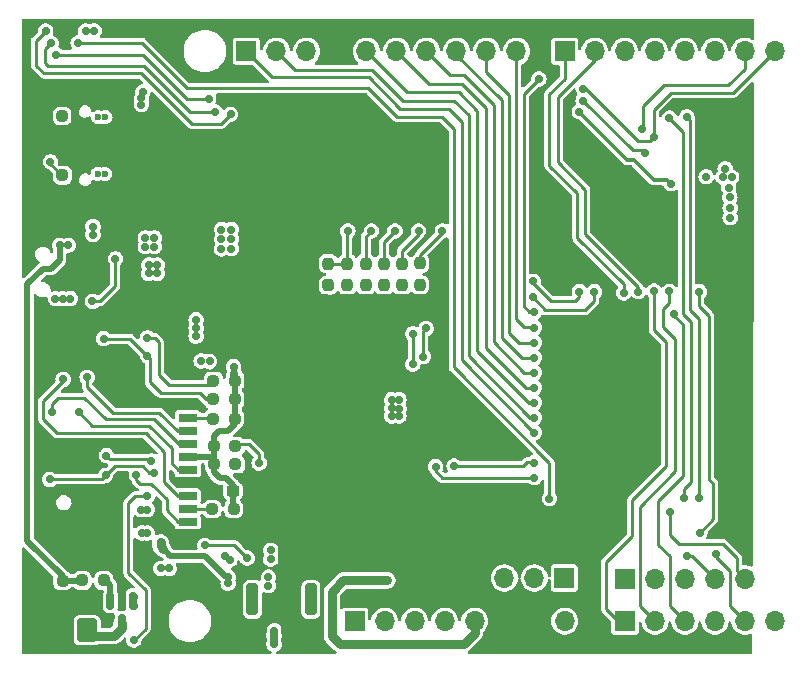
<source format=gbr>
%TF.GenerationSoftware,KiCad,Pcbnew,7.0.6*%
%TF.CreationDate,2024-02-07T19:17:41+08:00*%
%TF.ProjectId,PCB_Main_Board_ESP32S3_RFM95,5043425f-4d61-4696-9e5f-426f6172645f,rev?*%
%TF.SameCoordinates,Original*%
%TF.FileFunction,Copper,L4,Bot*%
%TF.FilePolarity,Positive*%
%FSLAX46Y46*%
G04 Gerber Fmt 4.6, Leading zero omitted, Abs format (unit mm)*
G04 Created by KiCad (PCBNEW 7.0.6) date 2024-02-07 19:17:41*
%MOMM*%
%LPD*%
G01*
G04 APERTURE LIST*
G04 Aperture macros list*
%AMRoundRect*
0 Rectangle with rounded corners*
0 $1 Rounding radius*
0 $2 $3 $4 $5 $6 $7 $8 $9 X,Y pos of 4 corners*
0 Add a 4 corners polygon primitive as box body*
4,1,4,$2,$3,$4,$5,$6,$7,$8,$9,$2,$3,0*
0 Add four circle primitives for the rounded corners*
1,1,$1+$1,$2,$3*
1,1,$1+$1,$4,$5*
1,1,$1+$1,$6,$7*
1,1,$1+$1,$8,$9*
0 Add four rect primitives between the rounded corners*
20,1,$1+$1,$2,$3,$4,$5,0*
20,1,$1+$1,$4,$5,$6,$7,0*
20,1,$1+$1,$6,$7,$8,$9,0*
20,1,$1+$1,$8,$9,$2,$3,0*%
G04 Aperture macros list end*
%TA.AperFunction,ComponentPad*%
%ADD10RoundRect,0.250000X0.600000X0.750000X-0.600000X0.750000X-0.600000X-0.750000X0.600000X-0.750000X0*%
%TD*%
%TA.AperFunction,ComponentPad*%
%ADD11O,1.700000X2.000000*%
%TD*%
%TA.AperFunction,ComponentPad*%
%ADD12O,2.000000X1.000000*%
%TD*%
%TA.AperFunction,ComponentPad*%
%ADD13O,1.800000X0.900000*%
%TD*%
%TA.AperFunction,ComponentPad*%
%ADD14R,1.700000X1.700000*%
%TD*%
%TA.AperFunction,ComponentPad*%
%ADD15O,1.700000X1.700000*%
%TD*%
%TA.AperFunction,SMDPad,CuDef*%
%ADD16RoundRect,0.237500X-0.300000X-0.237500X0.300000X-0.237500X0.300000X0.237500X-0.300000X0.237500X0*%
%TD*%
%TA.AperFunction,SMDPad,CuDef*%
%ADD17RoundRect,0.237500X0.250000X0.237500X-0.250000X0.237500X-0.250000X-0.237500X0.250000X-0.237500X0*%
%TD*%
%TA.AperFunction,SMDPad,CuDef*%
%ADD18RoundRect,0.237500X-0.250000X-0.237500X0.250000X-0.237500X0.250000X0.237500X-0.250000X0.237500X0*%
%TD*%
%TA.AperFunction,SMDPad,CuDef*%
%ADD19RoundRect,0.237500X-0.237500X0.250000X-0.237500X-0.250000X0.237500X-0.250000X0.237500X0.250000X0*%
%TD*%
%TA.AperFunction,SMDPad,CuDef*%
%ADD20RoundRect,0.237500X0.237500X-0.250000X0.237500X0.250000X-0.237500X0.250000X-0.237500X-0.250000X0*%
%TD*%
%TA.AperFunction,SMDPad,CuDef*%
%ADD21RoundRect,0.150000X-0.150000X-0.700000X0.150000X-0.700000X0.150000X0.700000X-0.150000X0.700000X0*%
%TD*%
%TA.AperFunction,SMDPad,CuDef*%
%ADD22RoundRect,0.250000X-0.250000X-1.100000X0.250000X-1.100000X0.250000X1.100000X-0.250000X1.100000X0*%
%TD*%
%TA.AperFunction,SMDPad,CuDef*%
%ADD23R,1.600000X0.700000*%
%TD*%
%TA.AperFunction,SMDPad,CuDef*%
%ADD24R,1.600000X1.400000*%
%TD*%
%TA.AperFunction,SMDPad,CuDef*%
%ADD25R,2.200000X1.400000*%
%TD*%
%TA.AperFunction,SMDPad,CuDef*%
%ADD26R,1.400000X1.800000*%
%TD*%
%TA.AperFunction,SMDPad,CuDef*%
%ADD27RoundRect,0.150000X-0.150000X0.587500X-0.150000X-0.587500X0.150000X-0.587500X0.150000X0.587500X0*%
%TD*%
%TA.AperFunction,ViaPad*%
%ADD28C,0.700000*%
%TD*%
%TA.AperFunction,ViaPad*%
%ADD29C,0.600000*%
%TD*%
%TA.AperFunction,Conductor*%
%ADD30C,0.250000*%
%TD*%
%TA.AperFunction,Conductor*%
%ADD31C,0.800000*%
%TD*%
%TA.AperFunction,Conductor*%
%ADD32C,0.500000*%
%TD*%
%TA.AperFunction,Conductor*%
%ADD33C,0.300000*%
%TD*%
G04 APERTURE END LIST*
D10*
%TO.P,J1,1,Pin_1*%
%TO.N,Net-(J1-Pin_1)*%
X45050000Y-109100000D03*
D11*
%TO.P,J1,2,Pin_2*%
%TO.N,GND*%
X42550000Y-109100000D03*
%TD*%
D12*
%TO.P,J2,S1,SHELL_GND*%
%TO.N,GND*%
X45360000Y-63750000D03*
%TO.P,J2,S2,SHELL_GND*%
X45360000Y-72400000D03*
D13*
%TO.P,J2,S3,SHELL_GND*%
X41180000Y-63750000D03*
%TO.P,J2,S4,SHELL_GND*%
X41180000Y-72400000D03*
%TD*%
D14*
%TO.P,J5,1,Pin_1*%
%TO.N,/ESP32S3_Minsys/IO16{slash}A0*%
X90590000Y-108350000D03*
D15*
%TO.P,J5,2,Pin_2*%
%TO.N,/ESP32S3_Minsys/IO15{slash}A1*%
X93130000Y-108350000D03*
%TO.P,J5,3,Pin_3*%
%TO.N,/ESP32S3_Minsys/IO7{slash}A2*%
X95670000Y-108350000D03*
%TO.P,J5,4,Pin_4*%
%TO.N,/ESP32S3_Minsys/IO6{slash}A3*%
X98210000Y-108350000D03*
%TO.P,J5,5,Pin_5*%
%TO.N,/ESP32S3_Minsys/IO5{slash}A4*%
X100750000Y-108350000D03*
%TO.P,J5,6,Pin_6*%
%TO.N,/ESP32S3_Minsys/IO4{slash}A5*%
X103290000Y-108350000D03*
%TD*%
D14*
%TO.P,J10,1,Pin_1*%
%TO.N,/ESP32S3_Minsys/IO45*%
X85460000Y-104690000D03*
D15*
%TO.P,J10,2,Pin_2*%
%TO.N,/ESP32S3_Minsys/IO48*%
X82920000Y-104690000D03*
%TO.P,J10,3,Pin_3*%
%TO.N,/ESP32S3_Minsys/IO47*%
X80380000Y-104690000D03*
%TD*%
D14*
%TO.P,J6,1,Pin_1*%
%TO.N,unconnected-(J6-Pin_1-Pad1)*%
X67710000Y-108350000D03*
D15*
%TO.P,J6,2,Pin_2*%
%TO.N,unconnected-(J6-Pin_2-Pad2)*%
X70250000Y-108350000D03*
%TO.P,J6,3,Pin_3*%
%TO.N,unconnected-(J6-Pin_3-Pad3)*%
X72790000Y-108350000D03*
%TO.P,J6,4,Pin_4*%
%TO.N,/ESP32S3_Minsys/3V3*%
X75330000Y-108350000D03*
%TO.P,J6,5,Pin_5*%
%TO.N,/VIN*%
X77870000Y-108350000D03*
%TO.P,J6,6,Pin_6*%
%TO.N,GND*%
X80410000Y-108350000D03*
%TO.P,J6,7,Pin_7*%
X82950000Y-108350000D03*
%TO.P,J6,8,Pin_8*%
%TO.N,unconnected-(J6-Pin_8-Pad8)*%
X85490000Y-108350000D03*
%TD*%
D14*
%TO.P,J7,1,Pin_1*%
%TO.N,/ESP32S3_Minsys/IO16*%
X85480000Y-60100000D03*
D15*
%TO.P,J7,2,Pin_2*%
%TO.N,/ESP32S3_Minsys/IO15*%
X88020000Y-60100000D03*
%TO.P,J7,3,Pin_3*%
%TO.N,/ESP32S3_Minsys/IO3{slash}D5*%
X90560000Y-60100000D03*
%TO.P,J7,4,Pin_4*%
%TO.N,/ESP32S3_Minsys/IO8{slash}D4*%
X93100000Y-60100000D03*
%TO.P,J7,5,Pin_5*%
%TO.N,/ESP32S3_Minsys/IO18{slash}D3*%
X95640000Y-60100000D03*
%TO.P,J7,6,Pin_6*%
%TO.N,/ESP32S3_Minsys/IO17{slash}D2*%
X98180000Y-60100000D03*
%TO.P,J7,7,Pin_7*%
%TO.N,/ESP32S3_Minsys/ESP_TXD*%
X100720000Y-60100000D03*
%TO.P,J7,8,Pin_8*%
%TO.N,/ESP32S3_Minsys/ESP_RXD*%
X103260000Y-60100000D03*
%TD*%
D14*
%TO.P,J9,1,Pin_1*%
%TO.N,/ESP32S3_Minsys/IO15{slash}D15{slash}ESP_I2C_SCL*%
X58540000Y-60100000D03*
D15*
%TO.P,J9,2,Pin_2*%
%TO.N,/ESP32S3_Minsys/IO14{slash}D14{slash}ESP_I2C_SDA*%
X61080000Y-60100000D03*
%TO.P,J9,3,Pin_3*%
%TO.N,unconnected-(J9-Pin_3-Pad3)*%
X63620000Y-60100000D03*
%TO.P,J9,4,Pin_4*%
%TO.N,GND*%
X66160000Y-60100000D03*
%TO.P,J9,5,Pin_5*%
%TO.N,/ESP32S3_Minsys/IO13{slash}D13{slash}ESP_SCK*%
X68700000Y-60100000D03*
%TO.P,J9,6,Pin_6*%
%TO.N,/ESP32S3_Minsys/IO12{slash}D12{slash}ESP_MISO*%
X71240000Y-60100000D03*
%TO.P,J9,7,Pin_7*%
%TO.N,/ESP32S3_Minsys/IO11{slash}D11{slash}ESP_MOSI*%
X73780000Y-60100000D03*
%TO.P,J9,8,Pin_8*%
%TO.N,/ESP32S3_Minsys/IO10{slash}D10*%
X76320000Y-60100000D03*
%TO.P,J9,9,Pin_9*%
%TO.N,/ESP32S3_Minsys/IO9{slash}D9*%
X78860000Y-60100000D03*
%TO.P,J9,10,Pin_10*%
%TO.N,/ESP32S3_Minsys/IO46{slash}D8*%
X81400000Y-60100000D03*
%TD*%
D14*
%TO.P,J11,1,Pin_1*%
%TO.N,/ESP32S3_Minsys/GPIO_38*%
X90580000Y-104760000D03*
D15*
%TO.P,J11,2,Pin_2*%
%TO.N,/ESP32S3_Minsys/IO39*%
X93120000Y-104760000D03*
%TO.P,J11,3,Pin_3*%
%TO.N,/ESP32S3_Minsys/IO40*%
X95660000Y-104760000D03*
%TO.P,J11,4,Pin_4*%
%TO.N,/ESP32S3_Minsys/IO41*%
X98200000Y-104760000D03*
%TO.P,J11,5,Pin_5*%
%TO.N,/ESP32S3_Minsys/IO42*%
X100740000Y-104760000D03*
%TD*%
D16*
%TO.P,C14,1*%
%TO.N,GND*%
X55687500Y-97315000D03*
%TO.P,C14,2*%
%TO.N,/ESP32S3_Minsys/SD_VCC*%
X57412500Y-97315000D03*
%TD*%
D17*
%TO.P,R19,1*%
%TO.N,/ESP32S3_Minsys/SD_VCC*%
X57575000Y-89565000D03*
%TO.P,R19,2*%
%TO.N,/ESP32S3_Minsys/IO10{slash}D10*%
X55750000Y-89565000D03*
%TD*%
%TO.P,R10,1*%
%TO.N,Net-(J2-CC2)*%
X42962500Y-70600000D03*
%TO.P,R10,2*%
%TO.N,GND*%
X41137500Y-70600000D03*
%TD*%
%TO.P,R26,1*%
%TO.N,/ESP32S3_Minsys/SD_VCC*%
X57575000Y-87990000D03*
%TO.P,R26,2*%
%TO.N,/ESP32S3_Minsys/IO12{slash}D12{slash}ESP_MISO*%
X55750000Y-87990000D03*
%TD*%
D18*
%TO.P,R17,1*%
%TO.N,/ESP32S3_Minsys/SD_VCC*%
X55787500Y-95065000D03*
%TO.P,R17,2*%
%TO.N,/ESP32S3_Minsys/IO11{slash}D11{slash}ESP_MOSI*%
X57612500Y-95065000D03*
%TD*%
D19*
%TO.P,R34,1*%
%TO.N,Net-(U2-MISO)*%
X73240000Y-78057500D03*
%TO.P,R34,2*%
%TO.N,/ESP32S3_Minsys/IO8{slash}D4*%
X73240000Y-79882500D03*
%TD*%
%TO.P,R35,1*%
%TO.N,/ESP32S3_Minsys/RST_RFM*%
X67080000Y-78067500D03*
%TO.P,R35,2*%
%TO.N,/ESP32S3_Minsys/IO9{slash}D9*%
X67080000Y-79892500D03*
%TD*%
D20*
%TO.P,R36,1*%
%TO.N,/ESP32S3_Minsys/3V3*%
X65460000Y-79892500D03*
%TO.P,R36,2*%
%TO.N,/ESP32S3_Minsys/RST_RFM*%
X65460000Y-78067500D03*
%TD*%
D17*
%TO.P,R32,1*%
%TO.N,/ESP32S3_Minsys/SD_VCC*%
X57562500Y-91190000D03*
%TO.P,R32,2*%
%TO.N,Net-(P1-DAT2)*%
X55737500Y-91190000D03*
%TD*%
D19*
%TO.P,R33,1*%
%TO.N,Net-(U2-SCK)*%
X70190000Y-78067500D03*
%TO.P,R33,2*%
%TO.N,/ESP32S3_Minsys/IO3{slash}D5*%
X70190000Y-79892500D03*
%TD*%
D17*
%TO.P,R12,1*%
%TO.N,Net-(Q3-G)*%
X46462500Y-104900000D03*
%TO.P,R12,2*%
%TO.N,/5V*%
X44637500Y-104900000D03*
%TD*%
D18*
%TO.P,R18,1*%
%TO.N,/ESP32S3_Minsys/SD_VCC*%
X55787500Y-93515000D03*
%TO.P,R18,2*%
%TO.N,/ESP32S3_Minsys/IO13{slash}D13{slash}ESP_SCK*%
X57612500Y-93515000D03*
%TD*%
D21*
%TO.P,J3,1,Pin_1*%
%TO.N,/VBAT*%
X60900000Y-109690000D03*
%TO.P,J3,2,Pin_2*%
%TO.N,GND*%
X62150000Y-109690000D03*
D22*
%TO.P,J3,MP*%
%TO.N,N/C*%
X59050000Y-106490000D03*
X64000000Y-106490000D03*
%TD*%
D17*
%TO.P,R13,1*%
%TO.N,/5V*%
X42987500Y-104925000D03*
%TO.P,R13,2*%
%TO.N,GND*%
X41162500Y-104925000D03*
%TD*%
D18*
%TO.P,R11,1*%
%TO.N,GND*%
X41112500Y-65575000D03*
%TO.P,R11,2*%
%TO.N,Net-(J2-CC1)*%
X42937500Y-65575000D03*
%TD*%
D20*
%TO.P,R9,1*%
%TO.N,/ESP32S3_Minsys/IO18{slash}D3*%
X71720000Y-79892500D03*
%TO.P,R9,2*%
%TO.N,Net-(U2-MOSI)*%
X71720000Y-78067500D03*
%TD*%
D23*
%TO.P,P1,1,DAT2*%
%TO.N,Net-(P1-DAT2)*%
X53580000Y-91120000D03*
%TO.P,P1,2,SPI_CS*%
%TO.N,/ESP32S3_Minsys/SPI_CS*%
X53580000Y-92220000D03*
%TO.P,P1,3,SPI_MOSI*%
%TO.N,/ESP32S3_Minsys/SPI_MOSI*%
X53580000Y-93320000D03*
%TO.P,P1,4,VDD*%
%TO.N,/ESP32S3_Minsys/SD_VCC*%
X53580000Y-94420000D03*
%TO.P,P1,5,SPI_CLK*%
%TO.N,/ESP32S3_Minsys/SPI_CLK*%
X53580000Y-95520000D03*
%TO.P,P1,6,GND*%
%TO.N,GND*%
X53580000Y-96620000D03*
%TO.P,P1,7,SPI_MISO*%
%TO.N,/ESP32S3_Minsys/SPI_MISO*%
X53580000Y-97720000D03*
%TO.P,P1,8,DAT1*%
%TO.N,Net-(P1-DAT1)*%
X53580000Y-98820000D03*
%TO.P,P1,9,CD*%
%TO.N,/ESP32S3_Minsys/SD_DET*%
X53580000Y-99920000D03*
D24*
%TO.P,P1,G1,GND*%
%TO.N,GND*%
X52980000Y-101220000D03*
D25*
%TO.P,P1,G2,GND*%
X43480000Y-101220000D03*
%TO.P,P1,G3,GND*%
X43480000Y-85520000D03*
D26*
%TO.P,P1,G4,GND*%
X53080000Y-86420000D03*
%TD*%
D19*
%TO.P,R14,1*%
%TO.N,Net-(U2-NSS)*%
X68640000Y-78070000D03*
%TO.P,R14,2*%
%TO.N,/ESP32S3_Minsys/IO46{slash}D8*%
X68640000Y-79895000D03*
%TD*%
D17*
%TO.P,R31,1*%
%TO.N,/ESP32S3_Minsys/SD_VCC*%
X57462500Y-98840000D03*
%TO.P,R31,2*%
%TO.N,Net-(P1-DAT1)*%
X55637500Y-98840000D03*
%TD*%
D27*
%TO.P,Q3,1,G*%
%TO.N,Net-(Q3-G)*%
X47025000Y-106612500D03*
%TO.P,Q3,2,S*%
%TO.N,/VBUS*%
X48925000Y-106612500D03*
%TO.P,Q3,3,D*%
%TO.N,Net-(J1-Pin_1)*%
X47975000Y-108487500D03*
%TD*%
D28*
%TO.N,GND*%
X46620000Y-87320000D03*
X46570000Y-86570000D03*
X46290000Y-85920000D03*
X49270000Y-86980000D03*
%TO.N,/ESP32S3_Minsys/IO10{slash}D10*%
X50160000Y-85870000D03*
%TO.N,/ESP32S3_Minsys/IO12{slash}D12{slash}ESP_MISO*%
X50150000Y-84350000D03*
%TO.N,/VIN*%
X50275000Y-78190000D03*
X68250000Y-104865000D03*
X69750000Y-104890000D03*
X51000000Y-78890000D03*
X70475000Y-104890000D03*
X67525000Y-104865000D03*
X50250000Y-78890000D03*
X69000000Y-104890000D03*
X66775000Y-104865000D03*
X51000000Y-78190000D03*
%TO.N,GND*%
X85875000Y-93940000D03*
X68175000Y-58015000D03*
X86975000Y-58090000D03*
X90710000Y-75030000D03*
X83000000Y-75890000D03*
X65000000Y-58040000D03*
X85875000Y-91740000D03*
X50750000Y-58165000D03*
X89350000Y-58090000D03*
X55375000Y-73250000D03*
X99000000Y-83915000D03*
X63550000Y-58040000D03*
X53150000Y-73225000D03*
X87600000Y-108890000D03*
X60450000Y-58040000D03*
X90710000Y-74305000D03*
X48840000Y-86540000D03*
X55475000Y-96890000D03*
X85075000Y-92465000D03*
X85790000Y-85330000D03*
X62275000Y-110040000D03*
X85790000Y-86055000D03*
X65650000Y-67025000D03*
X88400000Y-110365000D03*
X62275000Y-109315000D03*
X66475000Y-72300000D03*
X64925000Y-67025000D03*
X67150000Y-67050000D03*
X99800000Y-83915000D03*
X84990000Y-86780000D03*
X48360000Y-69575000D03*
X98720000Y-65320000D03*
X85875000Y-93190000D03*
X83075000Y-66940000D03*
X83000000Y-74415000D03*
X99800000Y-84665000D03*
X54650000Y-73250000D03*
X99725000Y-92740000D03*
X99520000Y-64965000D03*
X53875000Y-73225000D03*
X44250000Y-88390000D03*
X51475000Y-58165000D03*
X51170000Y-64790000D03*
X99725000Y-93465000D03*
X53125000Y-72450000D03*
X54625000Y-72475000D03*
X45175000Y-93215000D03*
X41400000Y-99090000D03*
X83075000Y-67665000D03*
X61900000Y-58040000D03*
X48360000Y-70300000D03*
X83000000Y-73690000D03*
X63075000Y-109315000D03*
X54800000Y-68075000D03*
X52550000Y-100880000D03*
X52700000Y-101550000D03*
X98925000Y-94215000D03*
X90710000Y-72830000D03*
X43675000Y-88640000D03*
X89275000Y-74290000D03*
X99725000Y-92015000D03*
X50025000Y-58165000D03*
X88400000Y-109615000D03*
X67200000Y-72300000D03*
X88625000Y-58090000D03*
X85790000Y-86780000D03*
X91050000Y-58065000D03*
X89275000Y-72815000D03*
X87600000Y-108165000D03*
X52630000Y-66280000D03*
X44025000Y-87690000D03*
X85525000Y-58090000D03*
X43000000Y-94265000D03*
X90075000Y-58090000D03*
X89275000Y-73565000D03*
X98925000Y-92015000D03*
X99800000Y-83190000D03*
X89275000Y-75015000D03*
X99000000Y-83190000D03*
X66725000Y-58015000D03*
X65975000Y-58015000D03*
X85875000Y-92465000D03*
X41125000Y-93865000D03*
X85075000Y-93190000D03*
X86250000Y-58090000D03*
X99000000Y-82465000D03*
X41125000Y-94540000D03*
X45775000Y-93490000D03*
X53430000Y-101590000D03*
X62800000Y-58040000D03*
X99800000Y-82465000D03*
X41400000Y-97740000D03*
X99000000Y-84665000D03*
X60175000Y-67150000D03*
X53850000Y-72450000D03*
X61075000Y-67125000D03*
X88400000Y-108890000D03*
X87875000Y-58090000D03*
X85075000Y-91740000D03*
X90710000Y-73580000D03*
X61175000Y-58040000D03*
X55350000Y-72475000D03*
X83000000Y-75140000D03*
X93250000Y-58065000D03*
X64975000Y-72275000D03*
X99520000Y-65690000D03*
X67450000Y-58015000D03*
X99725000Y-94215000D03*
X98925000Y-92740000D03*
X98925000Y-93465000D03*
X43450000Y-94890000D03*
X66425000Y-67050000D03*
X54100000Y-67450000D03*
X65700000Y-72275000D03*
X88400000Y-108165000D03*
X63075000Y-110040000D03*
X84990000Y-87530000D03*
X54825000Y-96620000D03*
X92525000Y-58065000D03*
X84775000Y-58090000D03*
X85790000Y-87530000D03*
X85075000Y-93940000D03*
X91800000Y-58065000D03*
X59700000Y-58040000D03*
X87600000Y-109615000D03*
X42975000Y-93515000D03*
X84990000Y-85330000D03*
X53425000Y-100890000D03*
X87600000Y-110365000D03*
X84990000Y-86055000D03*
X64275000Y-58040000D03*
X41400000Y-98415000D03*
%TO.N,/ESP32S3_Minsys/SD_VCC*%
X57625000Y-87965000D03*
X57500000Y-87390000D03*
X57450000Y-86790000D03*
%TO.N,/VBAT*%
X42375000Y-81040000D03*
X60400000Y-104615000D03*
X60600000Y-103090000D03*
X49600000Y-98890000D03*
X60875000Y-110290000D03*
X43625000Y-81040000D03*
X60600000Y-102340000D03*
X50150000Y-98890000D03*
X42975000Y-81040000D03*
X60400000Y-105340000D03*
X60875000Y-109565000D03*
%TO.N,/5V*%
X42725000Y-76515000D03*
X49650000Y-64075000D03*
X49650000Y-64600000D03*
X49775000Y-63525000D03*
X43450000Y-76515000D03*
%TO.N,/ESP32S3_Minsys/SD_DET*%
X49231450Y-95971050D03*
%TO.N,/VBUS*%
X52000000Y-103875000D03*
X49000000Y-107025000D03*
X49675000Y-100875000D03*
X57125000Y-103165000D03*
D29*
X46560000Y-70475000D03*
D28*
X50150000Y-100890000D03*
X49025000Y-106337500D03*
X51300497Y-103875000D03*
D29*
X46600000Y-65670000D03*
X45940000Y-70470000D03*
D28*
X56700000Y-102865000D03*
D29*
X45990000Y-65675000D03*
D28*
%TO.N,/ESP32S3_Minsys/3V3*%
X45550000Y-74940000D03*
X65300000Y-79750000D03*
X45650000Y-58375000D03*
X71450000Y-90970000D03*
X57275000Y-75990000D03*
X70830000Y-90980000D03*
X99500000Y-73340000D03*
X99375000Y-71640000D03*
X70850000Y-90320000D03*
X49975000Y-76640000D03*
X71450000Y-89580000D03*
X97470000Y-70720000D03*
X50750000Y-76640000D03*
X99500000Y-74190000D03*
X71460000Y-90340000D03*
X44925000Y-58375000D03*
X55425000Y-86340000D03*
X98900000Y-70740000D03*
X54275000Y-83515000D03*
X54275000Y-82815000D03*
X99075000Y-70040000D03*
X99475000Y-72465000D03*
X54275000Y-84215000D03*
X45550000Y-75615000D03*
X50750000Y-75890000D03*
X56425000Y-75190000D03*
X57250000Y-75190000D03*
X56425000Y-76015000D03*
X49975000Y-75890000D03*
X70830000Y-89590000D03*
X56425000Y-76840000D03*
X99625000Y-70740000D03*
X65610000Y-80050000D03*
X54700000Y-86315000D03*
X57275000Y-76815000D03*
%TO.N,/ESP32S3_Minsys/SPI_CS*%
X45050000Y-87690000D03*
%TO.N,/ESP32S3_Minsys/SPI_MOSI*%
X42075000Y-90650000D03*
%TO.N,/ESP32S3_Minsys/SPI_CLK*%
X44350000Y-90640000D03*
%TO.N,/ESP32S3_Minsys/IO16{slash}A0*%
X93050000Y-80390000D03*
%TO.N,/ESP32S3_Minsys/IO15{slash}A1*%
X94350000Y-80415000D03*
%TO.N,/ESP32S3_Minsys/IO7{slash}A2*%
X94775000Y-82340000D03*
%TO.N,/ESP32S3_Minsys/IO6{slash}A3*%
X96880000Y-80450000D03*
X96925000Y-100865000D03*
%TO.N,/ESP32S3_Minsys/IO5{slash}A4*%
X98325000Y-102690000D03*
%TO.N,/ESP32S3_Minsys/IO3{slash}D5*%
X70190000Y-79892500D03*
X83300000Y-62440000D03*
X82925000Y-82190000D03*
%TO.N,/ESP32S3_Minsys/IO8{slash}D4*%
X73320000Y-79820000D03*
X86720000Y-80450000D03*
X82830000Y-79560000D03*
%TO.N,/ESP32S3_Minsys/IO18{slash}D3*%
X87990000Y-80450000D03*
X82799500Y-80940000D03*
X71750000Y-79980000D03*
%TO.N,/ESP32S3_Minsys/IO15{slash}D15{slash}ESP_I2C_SCL*%
X82930000Y-92375000D03*
%TO.N,/ESP32S3_Minsys/IO14{slash}D14{slash}ESP_I2C_SDA*%
X82930000Y-91105000D03*
%TO.N,/ESP32S3_Minsys/IO13{slash}D13{slash}ESP_SCK*%
X57612500Y-93515000D03*
X50500000Y-94765000D03*
X46691250Y-94331250D03*
X59620000Y-94960000D03*
X82930000Y-89835000D03*
%TO.N,/ESP32S3_Minsys/IO12{slash}D12{slash}ESP_MISO*%
X82930000Y-88565000D03*
X55725000Y-87965000D03*
%TO.N,/ESP32S3_Minsys/IO11{slash}D11{slash}ESP_MOSI*%
X72630000Y-84010000D03*
X57600000Y-95090000D03*
X46612500Y-96000000D03*
X72630000Y-86580000D03*
X41900000Y-96340000D03*
X50700000Y-95790000D03*
X82930000Y-87295000D03*
%TO.N,/ESP32S3_Minsys/IO10{slash}D10*%
X73745000Y-83565000D03*
X82930000Y-86025000D03*
X73510000Y-85940000D03*
X46450000Y-84415000D03*
X55750000Y-89565000D03*
%TO.N,/ESP32S3_Minsys/IO9{slash}D9*%
X67080000Y-79892500D03*
X82930000Y-84755000D03*
%TO.N,/ESP32S3_Minsys/IO46{slash}D8*%
X82930000Y-83485000D03*
X68640000Y-79895000D03*
%TO.N,/ESP32S3_Minsys/IO41*%
X95800000Y-102815000D03*
%TO.N,/ESP32S3_Minsys/IO42*%
X94400000Y-99140000D03*
%TO.N,/ESP32S3_Minsys/IO48*%
X76120000Y-95220000D03*
X82930000Y-94915000D03*
%TO.N,/ESP32S3_Minsys/IO45*%
X82930000Y-96185000D03*
X74560000Y-95260000D03*
%TO.N,/ESP32S3_Minsys/SPI_MISO*%
X43025000Y-87865000D03*
%TO.N,/ESP32S3_Minsys/IO15*%
X91725000Y-80450000D03*
%TO.N,/ESP32S3_Minsys/IO16*%
X90475000Y-80550000D03*
%TO.N,/ESP32S3_Minsys/CHIP_PU*%
X94480000Y-71302500D03*
X41550000Y-58375000D03*
X86725000Y-65215000D03*
X57200000Y-65425000D03*
%TO.N,/ESP32S3_Minsys/GPIO_0*%
X44300000Y-59400000D03*
X84200000Y-97965000D03*
%TO.N,/ESP32S3_Minsys/ESP_RXD*%
X42425000Y-60375000D03*
X93050000Y-67325000D03*
X87075000Y-63290000D03*
X55350000Y-64100000D03*
%TO.N,/ESP32S3_Minsys/ESP_TXD*%
X92325000Y-68665000D03*
X87050000Y-64265000D03*
X55900000Y-65225000D03*
X42000000Y-59400000D03*
X92050000Y-66665000D03*
%TO.N,Net-(U1-VG)*%
X58600000Y-102990000D03*
X55025000Y-101915000D03*
%TO.N,Net-(IC1-CE)*%
X47450000Y-77665000D03*
X45500000Y-81265000D03*
%TO.N,Net-(J2-CC1)*%
X42937500Y-65575000D03*
%TO.N,Net-(U1-CSP)*%
X57000000Y-105125000D03*
X51275000Y-101680000D03*
X51505000Y-102245000D03*
X57000000Y-104600000D03*
%TO.N,Net-(U1-MPPT)*%
X50137500Y-97777500D03*
X49000000Y-109940000D03*
%TO.N,Net-(U5-RXD0)*%
X95610000Y-97950000D03*
X94350000Y-65740000D03*
%TO.N,Net-(U5-TXD0)*%
X95825000Y-65640000D03*
X96880000Y-97950000D03*
%TO.N,Net-(U2-MOSI)*%
X73120000Y-75300000D03*
%TO.N,Net-(U2-NSS)*%
X69120000Y-75300000D03*
%TO.N,Net-(U2-SCK)*%
X71120000Y-75300000D03*
%TO.N,Net-(U2-MISO)*%
X75120000Y-75300000D03*
%TO.N,/ESP32S3_Minsys/RST_RFM*%
X67120000Y-75300000D03*
%TO.N,Net-(J2-CC2)*%
X41950000Y-69450000D03*
%TD*%
D30*
%TO.N,/ESP32S3_Minsys/IO10{slash}D10*%
X50370000Y-86080000D02*
X50160000Y-85870000D01*
X50370000Y-88110000D02*
X50370000Y-86080000D01*
X54600000Y-89015000D02*
X51275000Y-89015000D01*
X51275000Y-89015000D02*
X50370000Y-88110000D01*
X55750000Y-89565000D02*
X55150000Y-89565000D01*
X55150000Y-89565000D02*
X54600000Y-89015000D01*
X50130000Y-85870000D02*
X50160000Y-85870000D01*
X48675000Y-84415000D02*
X50130000Y-85870000D01*
X46450000Y-84415000D02*
X48675000Y-84415000D01*
%TO.N,/ESP32S3_Minsys/IO12{slash}D12{slash}ESP_MISO*%
X51100000Y-84690000D02*
X50760000Y-84350000D01*
X51975000Y-88340000D02*
X51100000Y-87465000D01*
X51100000Y-87465000D02*
X51100000Y-84690000D01*
X50760000Y-84350000D02*
X50150000Y-84350000D01*
X55350000Y-88340000D02*
X51975000Y-88340000D01*
X55725000Y-87965000D02*
X55350000Y-88340000D01*
D31*
%TO.N,/VIN*%
X76950000Y-110290000D02*
X66500000Y-110290000D01*
X65775000Y-105840000D02*
X66725000Y-104890000D01*
X77870000Y-109370000D02*
X76950000Y-110290000D01*
X77870000Y-108350000D02*
X77870000Y-109370000D01*
X66725000Y-104890000D02*
X70475000Y-104890000D01*
X66500000Y-110290000D02*
X65775000Y-109565000D01*
X65775000Y-109565000D02*
X65775000Y-105840000D01*
D30*
%TO.N,GND*%
X52980000Y-101220000D02*
X53080000Y-101220000D01*
X54245000Y-96620000D02*
X54250000Y-96615000D01*
X53080000Y-101220000D02*
X53375000Y-101515000D01*
X54245000Y-96620000D02*
X53580000Y-96620000D01*
D32*
%TO.N,/ESP32S3_Minsys/SD_VCC*%
X56275000Y-96240000D02*
X55787500Y-95752500D01*
X57412500Y-97315000D02*
X57412500Y-98790000D01*
X55787500Y-92627500D02*
X55787500Y-93515000D01*
X55787500Y-95752500D02*
X55787500Y-95065000D01*
X57000000Y-92215000D02*
X56200000Y-92215000D01*
X57562500Y-91190000D02*
X57562500Y-91652500D01*
X56825000Y-96240000D02*
X56275000Y-96240000D01*
X56200000Y-92215000D02*
X55787500Y-92627500D01*
X55787500Y-94415000D02*
X55787500Y-95065000D01*
X53580000Y-94420000D02*
X55782500Y-94420000D01*
X57562500Y-91652500D02*
X57000000Y-92215000D01*
X57450000Y-86790000D02*
X57450000Y-87865000D01*
X57412500Y-96827500D02*
X56825000Y-96240000D01*
X55782500Y-94420000D02*
X55787500Y-94415000D01*
X57412500Y-97315000D02*
X57412500Y-96827500D01*
X57575000Y-89565000D02*
X57575000Y-91177500D01*
X57575000Y-87990000D02*
X57575000Y-89565000D01*
X57575000Y-91177500D02*
X57562500Y-91190000D01*
X57412500Y-98790000D02*
X57462500Y-98840000D01*
X57450000Y-87865000D02*
X57575000Y-87990000D01*
X55787500Y-93515000D02*
X55787500Y-94415000D01*
%TO.N,/5V*%
X41975000Y-78525000D02*
X42725000Y-77775000D01*
X42987500Y-104925000D02*
X42987500Y-104562500D01*
X41275000Y-78525000D02*
X41975000Y-78525000D01*
X39975000Y-101550000D02*
X39975000Y-79825000D01*
X42987500Y-104925000D02*
X44612500Y-104925000D01*
X42987500Y-104562500D02*
X39975000Y-101550000D01*
X42725000Y-77775000D02*
X42725000Y-76515000D01*
X39975000Y-79825000D02*
X41275000Y-78525000D01*
X44612500Y-104925000D02*
X44637500Y-104900000D01*
D30*
%TO.N,/ESP32S3_Minsys/SD_DET*%
X51800000Y-98940000D02*
X51800000Y-97990000D01*
X50500000Y-96690000D02*
X49500000Y-96690000D01*
X51800000Y-97990000D02*
X50500000Y-96690000D01*
X49231450Y-96421450D02*
X49231450Y-95971050D01*
X49500000Y-96690000D02*
X49231450Y-96421450D01*
X53580000Y-99920000D02*
X52780000Y-99920000D01*
X52780000Y-99920000D02*
X51800000Y-98940000D01*
D32*
%TO.N,/VBUS*%
X48925000Y-106437500D02*
X49025000Y-106337500D01*
X48925000Y-106612500D02*
X48925000Y-106437500D01*
D30*
%TO.N,/ESP32S3_Minsys/SPI_CS*%
X45050000Y-88490000D02*
X47250000Y-90690000D01*
X51175000Y-90690000D02*
X52705000Y-92220000D01*
X52705000Y-92220000D02*
X53580000Y-92220000D01*
X47250000Y-90690000D02*
X51175000Y-90690000D01*
X45050000Y-87690000D02*
X45050000Y-88490000D01*
%TO.N,/ESP32S3_Minsys/SPI_MOSI*%
X42075000Y-89965000D02*
X42625000Y-89415000D01*
X50725000Y-91215000D02*
X52830000Y-93320000D01*
X42625000Y-89415000D02*
X44825000Y-89415000D01*
X46625000Y-91215000D02*
X50725000Y-91215000D01*
X52830000Y-93320000D02*
X53580000Y-93320000D01*
X44825000Y-89415000D02*
X46625000Y-91215000D01*
X42075000Y-90650000D02*
X42075000Y-89965000D01*
%TO.N,/ESP32S3_Minsys/SPI_CLK*%
X45500000Y-91790000D02*
X50275000Y-91790000D01*
X52200000Y-93715000D02*
X52200000Y-94940000D01*
X44350000Y-90640000D02*
X45500000Y-91790000D01*
X52780000Y-95520000D02*
X53580000Y-95520000D01*
X50275000Y-91790000D02*
X52200000Y-93715000D01*
X52200000Y-94940000D02*
X52780000Y-95520000D01*
%TO.N,/ESP32S3_Minsys/IO16{slash}A0*%
X89000000Y-107315000D02*
X90035000Y-108350000D01*
X93050000Y-83690000D02*
X94100000Y-84740000D01*
X91200000Y-98115000D02*
X91200000Y-101140000D01*
X94100000Y-95215000D02*
X91200000Y-98115000D01*
X93050000Y-80390000D02*
X93050000Y-83690000D01*
X90035000Y-108350000D02*
X90590000Y-108350000D01*
X94100000Y-84740000D02*
X94100000Y-95215000D01*
X91200000Y-101140000D02*
X89000000Y-103340000D01*
X89000000Y-103340000D02*
X89000000Y-107315000D01*
%TO.N,/ESP32S3_Minsys/IO15{slash}A1*%
X94850000Y-95640000D02*
X91850000Y-98640000D01*
X93850000Y-83465000D02*
X94850000Y-84465000D01*
X93850000Y-81890000D02*
X93850000Y-83465000D01*
X94350000Y-80415000D02*
X94350000Y-81390000D01*
X91850000Y-98640000D02*
X91850000Y-107070000D01*
X94850000Y-84465000D02*
X94850000Y-95640000D01*
X91850000Y-107070000D02*
X93130000Y-108350000D01*
X94350000Y-81390000D02*
X93850000Y-81890000D01*
%TO.N,/ESP32S3_Minsys/IO7{slash}A2*%
X94375000Y-107055000D02*
X95670000Y-108350000D01*
X93400000Y-98190000D02*
X93400000Y-101890000D01*
X94775000Y-82490000D02*
X95500000Y-83215000D01*
X95500000Y-96090000D02*
X93400000Y-98190000D01*
X95500000Y-83215000D02*
X95500000Y-96090000D01*
X94375000Y-102865000D02*
X94375000Y-107055000D01*
X94775000Y-82340000D02*
X94775000Y-82490000D01*
X93400000Y-101890000D02*
X94375000Y-102865000D01*
%TO.N,/ESP32S3_Minsys/IO6{slash}A3*%
X96925000Y-100865000D02*
X98075000Y-99715000D01*
X97675000Y-82465000D02*
X96880000Y-81670000D01*
X97675000Y-96315000D02*
X97675000Y-82465000D01*
X96880000Y-81670000D02*
X96880000Y-80450000D01*
X98075000Y-99715000D02*
X98075000Y-96715000D01*
X98075000Y-96715000D02*
X97675000Y-96315000D01*
%TO.N,/ESP32S3_Minsys/IO5{slash}A4*%
X99450000Y-107050000D02*
X100750000Y-108350000D01*
X98325000Y-102690000D02*
X98325000Y-102940000D01*
X98325000Y-102940000D02*
X99450000Y-104065000D01*
X99450000Y-104065000D02*
X99450000Y-107050000D01*
%TO.N,/ESP32S3_Minsys/IO3{slash}D5*%
X82500000Y-82190000D02*
X82925000Y-82190000D01*
X82000000Y-63740000D02*
X82000000Y-81690000D01*
X82000000Y-81690000D02*
X82500000Y-82190000D01*
X83300000Y-62440000D02*
X82000000Y-63740000D01*
%TO.N,/ESP32S3_Minsys/IO8{slash}D4*%
X82830000Y-79750000D02*
X84350000Y-81270000D01*
X73240000Y-79882500D02*
X73257500Y-79882500D01*
X82830000Y-79560000D02*
X82830000Y-79750000D01*
X86720000Y-80880000D02*
X86720000Y-80450000D01*
X73257500Y-79882500D02*
X73320000Y-79820000D01*
X86330000Y-81270000D02*
X86720000Y-80880000D01*
X84350000Y-81270000D02*
X86330000Y-81270000D01*
%TO.N,/ESP32S3_Minsys/IO18{slash}D3*%
X71720000Y-79950000D02*
X71750000Y-79980000D01*
X87990000Y-81230000D02*
X87990000Y-80450000D01*
X83849500Y-81990000D02*
X87230000Y-81990000D01*
X82799500Y-80940000D02*
X83849500Y-81990000D01*
X87230000Y-81990000D02*
X87990000Y-81230000D01*
X71720000Y-79892500D02*
X71720000Y-79950000D01*
%TO.N,/ESP32S3_Minsys/IO15{slash}D15{slash}ESP_I2C_SCL*%
X68900000Y-62290000D02*
X71575000Y-64965000D01*
X60730000Y-62290000D02*
X68900000Y-62290000D01*
X76750000Y-66065000D02*
X76750000Y-86195000D01*
X71575000Y-64965000D02*
X75650000Y-64965000D01*
X58540000Y-60100000D02*
X60730000Y-62290000D01*
X75650000Y-64965000D02*
X76750000Y-66065000D01*
X76750000Y-86195000D02*
X82930000Y-92375000D01*
%TO.N,/ESP32S3_Minsys/IO14{slash}D14{slash}ESP_I2C_SDA*%
X77375000Y-65515000D02*
X77375000Y-85915000D01*
X77375000Y-85915000D02*
X82565000Y-91105000D01*
X69200000Y-61640000D02*
X71825000Y-64265000D01*
X82565000Y-91105000D02*
X82930000Y-91105000D01*
X71825000Y-64265000D02*
X76125000Y-64265000D01*
X61080000Y-60100000D02*
X62620000Y-61640000D01*
X62620000Y-61640000D02*
X69200000Y-61640000D01*
X76125000Y-64265000D02*
X77375000Y-65515000D01*
%TO.N,/ESP32S3_Minsys/IO13{slash}D13{slash}ESP_SCK*%
X76500000Y-63565000D02*
X78100000Y-65165000D01*
X57757500Y-93370000D02*
X57612500Y-93515000D01*
X82495000Y-89835000D02*
X82930000Y-89835000D01*
X58760000Y-93370000D02*
X57757500Y-93370000D01*
X78100000Y-85440000D02*
X82495000Y-89835000D01*
X50500000Y-94765000D02*
X50350000Y-94615000D01*
X46975000Y-94615000D02*
X46691250Y-94331250D01*
X78100000Y-65165000D02*
X78100000Y-85440000D01*
X59620000Y-94230000D02*
X58760000Y-93370000D01*
X50350000Y-94615000D02*
X46975000Y-94615000D01*
X59620000Y-94960000D02*
X59620000Y-94230000D01*
X68700000Y-60100000D02*
X72165000Y-63565000D01*
X72165000Y-63565000D02*
X76500000Y-63565000D01*
X57750000Y-93515000D02*
X57612500Y-93515000D01*
%TO.N,/ESP32S3_Minsys/IO12{slash}D12{slash}ESP_MISO*%
X78850000Y-85215000D02*
X82200000Y-88565000D01*
X76800000Y-62840000D02*
X78850000Y-64890000D01*
X82200000Y-88565000D02*
X82930000Y-88565000D01*
X55750000Y-87990000D02*
X55725000Y-87965000D01*
X73980000Y-62840000D02*
X76800000Y-62840000D01*
X78850000Y-64890000D02*
X78850000Y-85215000D01*
X71240000Y-60100000D02*
X73980000Y-62840000D01*
%TO.N,/ESP32S3_Minsys/IO11{slash}D11{slash}ESP_MOSI*%
X57612500Y-95065000D02*
X57612500Y-95077500D01*
X46272500Y-96340000D02*
X46612500Y-96000000D01*
X79500000Y-84740000D02*
X82055000Y-87295000D01*
X50700000Y-95790000D02*
X50325000Y-95790000D01*
X50325000Y-95790000D02*
X49750000Y-95215000D01*
X77000000Y-62115000D02*
X79500000Y-64615000D01*
X75795000Y-62115000D02*
X77000000Y-62115000D01*
X82055000Y-87295000D02*
X82930000Y-87295000D01*
X57612500Y-95077500D02*
X57600000Y-95090000D01*
X79500000Y-64615000D02*
X79500000Y-84740000D01*
X47397500Y-95215000D02*
X46612500Y-96000000D01*
X49750000Y-95215000D02*
X47397500Y-95215000D01*
X72630000Y-86580000D02*
X72630000Y-84010000D01*
X41900000Y-96340000D02*
X46272500Y-96340000D01*
X73780000Y-60100000D02*
X75795000Y-62115000D01*
%TO.N,/ESP32S3_Minsys/IO10{slash}D10*%
X73510000Y-83800000D02*
X73510000Y-85940000D01*
X80175000Y-84365000D02*
X81835000Y-86025000D01*
X81835000Y-86025000D02*
X82930000Y-86025000D01*
X76320000Y-60100000D02*
X76320000Y-60385000D01*
X80175000Y-64240000D02*
X80175000Y-84365000D01*
X73745000Y-83565000D02*
X73510000Y-83800000D01*
X76320000Y-60385000D02*
X80175000Y-64240000D01*
%TO.N,/ESP32S3_Minsys/IO9{slash}D9*%
X80800000Y-63765000D02*
X80800000Y-83940000D01*
X78860000Y-60100000D02*
X78860000Y-61825000D01*
X78860000Y-61825000D02*
X80800000Y-63765000D01*
X80800000Y-83940000D02*
X81615000Y-84755000D01*
X81615000Y-84755000D02*
X82930000Y-84755000D01*
%TO.N,/ESP32S3_Minsys/IO46{slash}D8*%
X82910000Y-83465000D02*
X82930000Y-83485000D01*
X81400000Y-82790000D02*
X82075000Y-83465000D01*
X82075000Y-83465000D02*
X82910000Y-83465000D01*
X81400000Y-60100000D02*
X81400000Y-82790000D01*
%TO.N,/ESP32S3_Minsys/IO41*%
X96255000Y-102815000D02*
X98200000Y-104760000D01*
X95800000Y-102815000D02*
X96255000Y-102815000D01*
%TO.N,/ESP32S3_Minsys/IO42*%
X95175000Y-101840000D02*
X98910000Y-101840000D01*
X94400000Y-101065000D02*
X95175000Y-101840000D01*
X98910000Y-101840000D02*
X100100000Y-103030000D01*
X94400000Y-99140000D02*
X94400000Y-101065000D01*
X100100000Y-103030000D02*
X100100000Y-104120000D01*
X100100000Y-104120000D02*
X100740000Y-104760000D01*
%TO.N,/ESP32S3_Minsys/IO48*%
X82930000Y-94915000D02*
X82915000Y-94900000D01*
X82310000Y-94900000D02*
X81990000Y-95220000D01*
X82915000Y-94900000D02*
X82310000Y-94900000D01*
X81990000Y-95220000D02*
X76120000Y-95220000D01*
%TO.N,/ESP32S3_Minsys/IO45*%
X75080000Y-96190000D02*
X82925000Y-96190000D01*
X82925000Y-96190000D02*
X82930000Y-96185000D01*
X74560000Y-95260000D02*
X74560000Y-95670000D01*
X74560000Y-95670000D02*
X75080000Y-96190000D01*
%TO.N,/ESP32S3_Minsys/SPI_MISO*%
X50025000Y-92440000D02*
X51600000Y-94015000D01*
X41300000Y-91200000D02*
X42540000Y-92440000D01*
X43025000Y-87865000D02*
X43025000Y-87990000D01*
X51600000Y-96590000D02*
X52730000Y-97720000D01*
X41300000Y-89715000D02*
X41300000Y-91200000D01*
X52730000Y-97720000D02*
X53580000Y-97720000D01*
X43025000Y-87990000D02*
X41300000Y-89715000D01*
X51600000Y-94015000D02*
X51600000Y-96590000D01*
X42540000Y-92440000D02*
X50025000Y-92440000D01*
%TO.N,/ESP32S3_Minsys/IO15*%
X84900000Y-63975000D02*
X84900000Y-69500000D01*
X91725000Y-80075000D02*
X91725000Y-80450000D01*
X88020000Y-60855000D02*
X84900000Y-63975000D01*
X84900000Y-69500000D02*
X87200000Y-71800000D01*
X87200000Y-71800000D02*
X87200000Y-75550000D01*
X88020000Y-60100000D02*
X88020000Y-60855000D01*
X87200000Y-75550000D02*
X91725000Y-80075000D01*
%TO.N,/ESP32S3_Minsys/IO16*%
X86550000Y-75875000D02*
X90475000Y-79800000D01*
X90475000Y-79800000D02*
X90475000Y-80550000D01*
X86550000Y-72125000D02*
X86550000Y-75875000D01*
X85480000Y-60100000D02*
X85480000Y-62445000D01*
X84200000Y-63725000D02*
X84200000Y-69775000D01*
X85480000Y-62445000D02*
X84200000Y-63725000D01*
X84200000Y-69775000D02*
X86550000Y-72125000D01*
%TO.N,/ESP32S3_Minsys/CHIP_PU*%
X40725000Y-61325000D02*
X41375000Y-61975000D01*
D33*
X91320000Y-69290000D02*
X93030000Y-71000000D01*
X94177500Y-71000000D02*
X94480000Y-71302500D01*
D30*
X41550000Y-58375000D02*
X40725000Y-59200000D01*
X49650000Y-61975000D02*
X53900000Y-66225000D01*
X41375000Y-61975000D02*
X49650000Y-61975000D01*
X56400000Y-66225000D02*
X57200000Y-65425000D01*
D33*
X93030000Y-71000000D02*
X94177500Y-71000000D01*
X90800000Y-69290000D02*
X91320000Y-69290000D01*
X86725000Y-65215000D02*
X90800000Y-69290000D01*
D30*
X53900000Y-66225000D02*
X56400000Y-66225000D01*
X40725000Y-59200000D02*
X40725000Y-61325000D01*
%TO.N,/ESP32S3_Minsys/GPIO_0*%
X76075000Y-86795000D02*
X84200000Y-94920000D01*
X53540000Y-63215000D02*
X68875000Y-63215000D01*
X68875000Y-63215000D02*
X71325000Y-65665000D01*
X71325000Y-65665000D02*
X75100000Y-65665000D01*
X75100000Y-65665000D02*
X76075000Y-66640000D01*
X84200000Y-94920000D02*
X84200000Y-97965000D01*
X76075000Y-66640000D02*
X76075000Y-86795000D01*
X44325000Y-59375000D02*
X49700000Y-59375000D01*
X44300000Y-59400000D02*
X44325000Y-59375000D01*
X49700000Y-59375000D02*
X53540000Y-63215000D01*
%TO.N,/ESP32S3_Minsys/ESP_RXD*%
X93050000Y-67325000D02*
X93050000Y-65040000D01*
X87325000Y-63290000D02*
X91700000Y-67665000D01*
X92710000Y-67665000D02*
X93050000Y-67325000D01*
X91700000Y-67665000D02*
X92710000Y-67665000D01*
X53475000Y-64100000D02*
X55350000Y-64100000D01*
X87075000Y-63290000D02*
X87325000Y-63290000D01*
X99745000Y-63615000D02*
X103260000Y-60100000D01*
X94475000Y-63615000D02*
X99745000Y-63615000D01*
X49750000Y-60375000D02*
X53475000Y-64100000D01*
X42425000Y-60375000D02*
X49750000Y-60375000D01*
X93050000Y-65040000D02*
X94475000Y-63615000D01*
%TO.N,/ESP32S3_Minsys/ESP_TXD*%
X92075000Y-66640000D02*
X92050000Y-66665000D01*
X100720000Y-61595000D02*
X99350000Y-62965000D01*
X42000000Y-59400000D02*
X41500000Y-59900000D01*
X41775000Y-61350000D02*
X49875000Y-61350000D01*
X91250000Y-68465000D02*
X92125000Y-68465000D01*
X93875000Y-62965000D02*
X92075000Y-64765000D01*
X41500000Y-61075000D02*
X41775000Y-61350000D01*
X49875000Y-61350000D02*
X53750000Y-65225000D01*
X92075000Y-64765000D02*
X92075000Y-66640000D01*
X41500000Y-59900000D02*
X41500000Y-61075000D01*
X87050000Y-64265000D02*
X91250000Y-68465000D01*
X92125000Y-68465000D02*
X92325000Y-68665000D01*
X53750000Y-65225000D02*
X55900000Y-65225000D01*
X100720000Y-60100000D02*
X100720000Y-61595000D01*
X99350000Y-62965000D02*
X93875000Y-62965000D01*
%TO.N,Net-(U1-VG)*%
X58600000Y-102990000D02*
X57525000Y-101915000D01*
X57525000Y-101915000D02*
X55025000Y-101915000D01*
%TO.N,Net-(IC1-CE)*%
X47450000Y-79940000D02*
X47450000Y-77665000D01*
X45500000Y-81265000D02*
X46125000Y-81265000D01*
X46125000Y-81265000D02*
X47450000Y-79940000D01*
D32*
%TO.N,Net-(U1-CSP)*%
X52100000Y-102840000D02*
X55060000Y-102840000D01*
X57000000Y-104600000D02*
X57000000Y-105125000D01*
X57000000Y-104600000D02*
X57000000Y-105140000D01*
D31*
X51275000Y-102015000D02*
X51275000Y-101680000D01*
D32*
X55060000Y-102840000D02*
X56820000Y-104600000D01*
D31*
X51505000Y-102245000D02*
X51275000Y-102015000D01*
D32*
X51275000Y-102015000D02*
X52100000Y-102840000D01*
X56820000Y-104600000D02*
X57000000Y-104600000D01*
D30*
%TO.N,Net-(P1-DAT2)*%
X55667500Y-91120000D02*
X55737500Y-91190000D01*
X53580000Y-91120000D02*
X55667500Y-91120000D01*
%TO.N,Net-(P1-DAT1)*%
X53580000Y-98820000D02*
X55617500Y-98820000D01*
X55617500Y-98820000D02*
X55637500Y-98840000D01*
%TO.N,Net-(U1-MPPT)*%
X50000000Y-105720000D02*
X50000000Y-109000000D01*
X48550000Y-98330000D02*
X48550000Y-104270000D01*
X50137500Y-97777500D02*
X49102500Y-97777500D01*
X49102500Y-97777500D02*
X48550000Y-98330000D01*
X48550000Y-104270000D02*
X50000000Y-105720000D01*
X50000000Y-109000000D02*
X49060000Y-109940000D01*
X49060000Y-109940000D02*
X49000000Y-109940000D01*
%TO.N,Net-(U5-RXD0)*%
X96200000Y-96540000D02*
X95610000Y-97130000D01*
X95525000Y-82340000D02*
X96200000Y-83015000D01*
X95525000Y-66915000D02*
X95525000Y-82340000D01*
X96200000Y-83015000D02*
X96200000Y-96540000D01*
X94350000Y-65740000D02*
X95525000Y-66915000D01*
X95610000Y-97130000D02*
X95610000Y-97950000D01*
%TO.N,Net-(U5-TXD0)*%
X96880000Y-97950000D02*
X96875000Y-97945000D01*
X96125000Y-81990000D02*
X96125000Y-65940000D01*
X96875000Y-97945000D02*
X96875000Y-82740000D01*
X96875000Y-82740000D02*
X96125000Y-81990000D01*
X96125000Y-65940000D02*
X95825000Y-65640000D01*
%TO.N,Net-(U2-MOSI)*%
X71720000Y-78067500D02*
X71720000Y-76980000D01*
X71720000Y-76980000D02*
X73120000Y-75580000D01*
X73120000Y-75580000D02*
X73120000Y-75300000D01*
%TO.N,Net-(U2-NSS)*%
X68640000Y-75780000D02*
X69120000Y-75300000D01*
X68640000Y-78070000D02*
X68640000Y-75780000D01*
%TO.N,Net-(U2-SCK)*%
X70190000Y-76230000D02*
X71120000Y-75300000D01*
X70190000Y-78067500D02*
X70190000Y-76230000D01*
%TO.N,Net-(U2-MISO)*%
X75120000Y-75440000D02*
X75120000Y-75300000D01*
X73240000Y-77320000D02*
X75120000Y-75440000D01*
X73240000Y-78057500D02*
X73240000Y-77320000D01*
%TO.N,/ESP32S3_Minsys/RST_RFM*%
X67080000Y-78067500D02*
X67080000Y-75340000D01*
X67080000Y-75340000D02*
X67120000Y-75300000D01*
X65460000Y-78067500D02*
X67080000Y-78067500D01*
%TO.N,Net-(J2-CC2)*%
X42890000Y-70600000D02*
X41950000Y-69660000D01*
X42962500Y-70600000D02*
X42890000Y-70600000D01*
X41950000Y-69660000D02*
X41950000Y-69450000D01*
D31*
%TO.N,Net-(J1-Pin_1)*%
X47290000Y-109610000D02*
X45560000Y-109610000D01*
X47975000Y-108925000D02*
X47290000Y-109610000D01*
X47975000Y-108487500D02*
X47975000Y-108925000D01*
X45560000Y-109610000D02*
X45050000Y-109100000D01*
D32*
%TO.N,Net-(Q3-G)*%
X47025000Y-105300000D02*
X47025000Y-106612500D01*
X46625000Y-104900000D02*
X47025000Y-105300000D01*
X46462500Y-104900000D02*
X46625000Y-104900000D01*
%TD*%
%TA.AperFunction,Conductor*%
%TO.N,GND*%
G36*
X101439165Y-57347902D02*
G01*
X101485658Y-57401558D01*
X101497044Y-57454178D01*
X101493631Y-58999892D01*
X101473478Y-59067969D01*
X101419720Y-59114343D01*
X101349424Y-59124292D01*
X101301301Y-59106742D01*
X101253644Y-59077234D01*
X101235019Y-59065702D01*
X101094020Y-59011079D01*
X101036199Y-58988679D01*
X100969281Y-58976170D01*
X100826610Y-58949500D01*
X100613390Y-58949500D01*
X100527959Y-58965470D01*
X100403800Y-58988679D01*
X100279940Y-59036663D01*
X100204981Y-59065702D01*
X100204980Y-59065702D01*
X100204979Y-59065703D01*
X100204974Y-59065705D01*
X100023701Y-59177945D01*
X100023699Y-59177946D01*
X99866129Y-59321591D01*
X99824855Y-59376247D01*
X99737634Y-59491745D01*
X99705232Y-59556818D01*
X99642593Y-59682615D01*
X99584244Y-59887688D01*
X99584243Y-59887690D01*
X99584244Y-59887690D01*
X99575462Y-59982461D01*
X99549261Y-60048444D01*
X99491544Y-60089788D01*
X99420638Y-60093365D01*
X99359053Y-60058039D01*
X99326344Y-59995026D01*
X99324538Y-59982470D01*
X99315756Y-59887690D01*
X99257405Y-59682611D01*
X99162366Y-59491745D01*
X99033872Y-59321593D01*
X98953084Y-59247944D01*
X98876300Y-59177946D01*
X98876298Y-59177945D01*
X98695025Y-59065705D01*
X98695021Y-59065703D01*
X98695019Y-59065702D01*
X98554020Y-59011079D01*
X98496199Y-58988679D01*
X98429281Y-58976170D01*
X98286610Y-58949500D01*
X98073390Y-58949500D01*
X97987959Y-58965470D01*
X97863800Y-58988679D01*
X97739940Y-59036663D01*
X97664981Y-59065702D01*
X97664980Y-59065702D01*
X97664979Y-59065703D01*
X97664974Y-59065705D01*
X97483701Y-59177945D01*
X97483699Y-59177946D01*
X97326129Y-59321591D01*
X97284855Y-59376247D01*
X97197634Y-59491745D01*
X97165232Y-59556818D01*
X97102593Y-59682615D01*
X97044244Y-59887688D01*
X97044243Y-59887690D01*
X97044244Y-59887690D01*
X97035462Y-59982461D01*
X97009261Y-60048444D01*
X96951544Y-60089788D01*
X96880638Y-60093365D01*
X96819053Y-60058039D01*
X96786344Y-59995026D01*
X96784538Y-59982470D01*
X96775756Y-59887690D01*
X96717405Y-59682611D01*
X96622366Y-59491745D01*
X96493872Y-59321593D01*
X96413084Y-59247944D01*
X96336300Y-59177946D01*
X96336298Y-59177945D01*
X96155025Y-59065705D01*
X96155021Y-59065703D01*
X96155019Y-59065702D01*
X96014020Y-59011079D01*
X95956199Y-58988679D01*
X95889281Y-58976170D01*
X95746610Y-58949500D01*
X95533390Y-58949500D01*
X95447959Y-58965470D01*
X95323800Y-58988679D01*
X95199940Y-59036663D01*
X95124981Y-59065702D01*
X95124980Y-59065702D01*
X95124979Y-59065703D01*
X95124974Y-59065705D01*
X94943701Y-59177945D01*
X94943699Y-59177946D01*
X94786129Y-59321591D01*
X94744855Y-59376247D01*
X94657634Y-59491745D01*
X94625232Y-59556818D01*
X94562593Y-59682615D01*
X94504244Y-59887688D01*
X94504243Y-59887690D01*
X94504244Y-59887690D01*
X94495462Y-59982461D01*
X94469261Y-60048444D01*
X94411544Y-60089788D01*
X94340638Y-60093365D01*
X94279053Y-60058039D01*
X94246344Y-59995026D01*
X94244538Y-59982470D01*
X94235756Y-59887690D01*
X94177405Y-59682611D01*
X94082366Y-59491745D01*
X93953872Y-59321593D01*
X93873084Y-59247944D01*
X93796300Y-59177946D01*
X93796298Y-59177945D01*
X93615025Y-59065705D01*
X93615021Y-59065703D01*
X93615019Y-59065702D01*
X93474020Y-59011079D01*
X93416199Y-58988679D01*
X93349281Y-58976170D01*
X93206610Y-58949500D01*
X92993390Y-58949500D01*
X92907959Y-58965470D01*
X92783800Y-58988679D01*
X92659940Y-59036663D01*
X92584981Y-59065702D01*
X92584980Y-59065702D01*
X92584979Y-59065703D01*
X92584974Y-59065705D01*
X92403701Y-59177945D01*
X92403699Y-59177946D01*
X92246129Y-59321591D01*
X92204855Y-59376247D01*
X92117634Y-59491745D01*
X92085232Y-59556818D01*
X92022593Y-59682615D01*
X91964244Y-59887688D01*
X91964243Y-59887690D01*
X91964244Y-59887690D01*
X91955462Y-59982461D01*
X91929261Y-60048444D01*
X91871544Y-60089788D01*
X91800638Y-60093365D01*
X91739053Y-60058039D01*
X91706344Y-59995026D01*
X91704538Y-59982470D01*
X91695756Y-59887690D01*
X91637405Y-59682611D01*
X91542366Y-59491745D01*
X91413872Y-59321593D01*
X91333084Y-59247944D01*
X91256300Y-59177946D01*
X91256298Y-59177945D01*
X91075025Y-59065705D01*
X91075021Y-59065703D01*
X91075019Y-59065702D01*
X90934020Y-59011079D01*
X90876199Y-58988679D01*
X90809281Y-58976170D01*
X90666610Y-58949500D01*
X90453390Y-58949500D01*
X90367959Y-58965470D01*
X90243800Y-58988679D01*
X90119940Y-59036663D01*
X90044981Y-59065702D01*
X90044980Y-59065702D01*
X90044979Y-59065703D01*
X90044974Y-59065705D01*
X89863701Y-59177945D01*
X89863699Y-59177946D01*
X89706129Y-59321591D01*
X89664855Y-59376247D01*
X89577634Y-59491745D01*
X89545232Y-59556818D01*
X89482593Y-59682615D01*
X89424244Y-59887688D01*
X89424243Y-59887690D01*
X89424244Y-59887690D01*
X89415462Y-59982461D01*
X89389261Y-60048444D01*
X89331544Y-60089788D01*
X89260638Y-60093365D01*
X89199053Y-60058039D01*
X89166344Y-59995026D01*
X89164538Y-59982470D01*
X89155756Y-59887690D01*
X89097405Y-59682611D01*
X89002366Y-59491745D01*
X88873872Y-59321593D01*
X88793084Y-59247944D01*
X88716300Y-59177946D01*
X88716298Y-59177945D01*
X88535025Y-59065705D01*
X88535021Y-59065703D01*
X88535019Y-59065702D01*
X88394020Y-59011079D01*
X88336199Y-58988679D01*
X88269281Y-58976170D01*
X88126610Y-58949500D01*
X87913390Y-58949500D01*
X87827959Y-58965470D01*
X87703800Y-58988679D01*
X87579940Y-59036663D01*
X87504981Y-59065702D01*
X87504980Y-59065702D01*
X87504979Y-59065703D01*
X87504974Y-59065705D01*
X87323701Y-59177945D01*
X87323699Y-59177946D01*
X87166129Y-59321591D01*
X87124855Y-59376247D01*
X87037634Y-59491745D01*
X87005232Y-59556818D01*
X86942593Y-59682615D01*
X86884243Y-59887693D01*
X86881961Y-59912320D01*
X86855759Y-59978305D01*
X86798041Y-60019648D01*
X86727135Y-60023224D01*
X86665551Y-59987897D01*
X86632843Y-59924884D01*
X86630499Y-59900693D01*
X86630499Y-59205140D01*
X86630499Y-59205136D01*
X86627585Y-59180009D01*
X86582206Y-59077235D01*
X86582206Y-59077234D01*
X86502767Y-58997795D01*
X86502765Y-58997794D01*
X86399989Y-58952414D01*
X86399990Y-58952414D01*
X86374868Y-58949500D01*
X84585140Y-58949500D01*
X84585133Y-58949501D01*
X84560009Y-58952414D01*
X84560005Y-58952416D01*
X84457234Y-58997793D01*
X84377795Y-59077232D01*
X84377794Y-59077234D01*
X84332414Y-59180009D01*
X84329500Y-59205129D01*
X84329500Y-60994859D01*
X84329501Y-60994866D01*
X84332414Y-61019990D01*
X84332416Y-61019994D01*
X84377793Y-61122765D01*
X84457232Y-61202204D01*
X84457234Y-61202205D01*
X84457235Y-61202206D01*
X84560009Y-61247585D01*
X84560008Y-61247585D01*
X84564478Y-61248103D01*
X84585135Y-61250500D01*
X84928500Y-61250499D01*
X84996620Y-61270501D01*
X85043113Y-61324156D01*
X85054500Y-61376499D01*
X85054500Y-62216561D01*
X85034498Y-62284682D01*
X85017595Y-62305656D01*
X83929057Y-63394193D01*
X83929055Y-63394196D01*
X83851473Y-63471777D01*
X83851469Y-63471782D01*
X83840581Y-63493153D01*
X83830254Y-63510006D01*
X83816150Y-63529419D01*
X83816148Y-63529422D01*
X83808736Y-63552235D01*
X83801172Y-63570498D01*
X83790280Y-63591874D01*
X83786527Y-63615572D01*
X83781914Y-63634786D01*
X83774500Y-63657607D01*
X83774500Y-63657609D01*
X83774500Y-69842393D01*
X83781912Y-69865205D01*
X83786528Y-69884431D01*
X83790280Y-69908125D01*
X83801170Y-69929496D01*
X83808737Y-69947764D01*
X83816150Y-69970580D01*
X83830249Y-69989985D01*
X83840579Y-70006843D01*
X83851467Y-70028212D01*
X83851470Y-70028216D01*
X83851472Y-70028220D01*
X83851474Y-70028222D01*
X83851477Y-70028226D01*
X83857723Y-70034472D01*
X86087595Y-72264343D01*
X86121620Y-72326655D01*
X86124500Y-72353438D01*
X86124500Y-75942393D01*
X86131912Y-75965205D01*
X86136528Y-75984431D01*
X86140280Y-76008125D01*
X86151170Y-76029496D01*
X86158737Y-76047764D01*
X86166150Y-76070580D01*
X86180249Y-76089985D01*
X86190579Y-76106843D01*
X86201467Y-76128212D01*
X86201470Y-76128216D01*
X86201472Y-76128220D01*
X86201474Y-76128222D01*
X86201477Y-76128226D01*
X86207723Y-76134472D01*
X89998148Y-79924896D01*
X90032174Y-79987208D01*
X90027109Y-80058023D01*
X89992609Y-80108301D01*
X89984516Y-80115470D01*
X89984515Y-80115472D01*
X89894783Y-80245470D01*
X89894782Y-80245473D01*
X89894781Y-80245475D01*
X89894780Y-80245477D01*
X89889962Y-80258182D01*
X89838761Y-80393184D01*
X89819722Y-80549996D01*
X89819722Y-80550003D01*
X89838761Y-80706815D01*
X89857475Y-80756158D01*
X89894780Y-80854523D01*
X89894781Y-80854525D01*
X89894782Y-80854526D01*
X89894783Y-80854529D01*
X89984516Y-80984529D01*
X89984518Y-80984531D01*
X90003742Y-81001562D01*
X90102760Y-81089283D01*
X90242635Y-81162696D01*
X90242636Y-81162696D01*
X90242638Y-81162697D01*
X90319324Y-81181598D01*
X90396015Y-81200500D01*
X90396017Y-81200500D01*
X90553983Y-81200500D01*
X90553985Y-81200500D01*
X90707365Y-81162696D01*
X90847240Y-81089283D01*
X90965483Y-80984530D01*
X91030816Y-80889877D01*
X91085974Y-80845178D01*
X91156543Y-80837395D01*
X91220117Y-80869000D01*
X91228995Y-80879242D01*
X91229465Y-80878827D01*
X91234516Y-80884529D01*
X91234517Y-80884530D01*
X91352760Y-80989283D01*
X91492635Y-81062696D01*
X91492636Y-81062696D01*
X91492638Y-81062697D01*
X91569324Y-81081598D01*
X91646015Y-81100500D01*
X91646017Y-81100500D01*
X91803983Y-81100500D01*
X91803985Y-81100500D01*
X91957365Y-81062696D01*
X92097240Y-80989283D01*
X92215483Y-80884530D01*
X92304511Y-80755549D01*
X92359669Y-80710850D01*
X92430238Y-80703067D01*
X92493812Y-80734672D01*
X92511903Y-80755549D01*
X92559517Y-80824530D01*
X92582052Y-80844494D01*
X92619778Y-80904636D01*
X92624500Y-80938807D01*
X92624500Y-83757393D01*
X92631912Y-83780205D01*
X92636528Y-83799431D01*
X92640280Y-83823125D01*
X92651170Y-83844496D01*
X92658737Y-83862764D01*
X92666150Y-83885580D01*
X92680249Y-83904985D01*
X92690579Y-83921843D01*
X92701467Y-83943212D01*
X92701470Y-83943216D01*
X92701472Y-83943220D01*
X92701474Y-83943222D01*
X92701477Y-83943226D01*
X92707723Y-83949472D01*
X92946266Y-84188014D01*
X93637596Y-84879344D01*
X93671620Y-84941655D01*
X93674500Y-84968438D01*
X93674500Y-94986561D01*
X93654498Y-95054682D01*
X93637595Y-95075656D01*
X92963602Y-95749650D01*
X90946780Y-97766472D01*
X90920070Y-97793182D01*
X90851471Y-97861780D01*
X90851469Y-97861782D01*
X90840581Y-97883153D01*
X90830254Y-97900006D01*
X90816150Y-97919419D01*
X90816148Y-97919422D01*
X90808736Y-97942235D01*
X90801172Y-97960498D01*
X90790280Y-97981874D01*
X90786527Y-98005572D01*
X90781914Y-98024786D01*
X90774500Y-98047607D01*
X90774500Y-98047609D01*
X90774500Y-100911561D01*
X90754498Y-100979682D01*
X90737595Y-101000656D01*
X88687251Y-103050998D01*
X88687247Y-103051004D01*
X88651473Y-103086777D01*
X88651469Y-103086782D01*
X88640581Y-103108153D01*
X88630254Y-103125006D01*
X88616150Y-103144419D01*
X88616148Y-103144422D01*
X88608736Y-103167235D01*
X88601172Y-103185498D01*
X88590280Y-103206874D01*
X88586527Y-103230572D01*
X88581914Y-103249786D01*
X88574500Y-103272607D01*
X88574500Y-103272608D01*
X88574500Y-103272609D01*
X88574500Y-107382393D01*
X88581912Y-107405205D01*
X88586528Y-107424431D01*
X88590280Y-107448125D01*
X88601170Y-107469496D01*
X88608737Y-107487764D01*
X88616150Y-107510580D01*
X88630249Y-107529985D01*
X88640579Y-107546843D01*
X88651467Y-107568212D01*
X88651470Y-107568216D01*
X88651472Y-107568220D01*
X88651474Y-107568222D01*
X88651477Y-107568226D01*
X88657723Y-107574472D01*
X88854465Y-107771213D01*
X89402596Y-108319344D01*
X89436620Y-108381655D01*
X89439500Y-108408438D01*
X89439500Y-109244859D01*
X89439501Y-109244866D01*
X89442414Y-109269990D01*
X89442416Y-109269994D01*
X89487793Y-109372765D01*
X89567232Y-109452204D01*
X89567234Y-109452205D01*
X89567235Y-109452206D01*
X89670009Y-109497585D01*
X89695135Y-109500500D01*
X91484864Y-109500499D01*
X91509991Y-109497585D01*
X91612765Y-109452206D01*
X91692206Y-109372765D01*
X91737585Y-109269991D01*
X91740500Y-109244865D01*
X91740499Y-108549307D01*
X91760501Y-108481188D01*
X91814157Y-108434695D01*
X91884430Y-108424591D01*
X91949011Y-108454084D01*
X91987395Y-108513811D01*
X91991961Y-108537681D01*
X91994243Y-108562307D01*
X92052593Y-108767384D01*
X92052594Y-108767386D01*
X92052595Y-108767389D01*
X92147634Y-108958255D01*
X92273670Y-109125152D01*
X92276129Y-109128408D01*
X92433699Y-109272053D01*
X92433701Y-109272054D01*
X92614974Y-109384294D01*
X92614975Y-109384294D01*
X92614981Y-109384298D01*
X92813802Y-109461321D01*
X93023390Y-109500500D01*
X93023393Y-109500500D01*
X93236607Y-109500500D01*
X93236610Y-109500500D01*
X93446198Y-109461321D01*
X93645019Y-109384298D01*
X93826302Y-109272052D01*
X93983872Y-109128407D01*
X94112366Y-108958255D01*
X94207405Y-108767389D01*
X94265756Y-108562310D01*
X94274537Y-108467538D01*
X94300739Y-108401555D01*
X94358456Y-108360211D01*
X94429362Y-108356634D01*
X94490946Y-108391960D01*
X94523656Y-108454973D01*
X94525461Y-108467529D01*
X94529750Y-108513811D01*
X94534244Y-108562311D01*
X94592593Y-108767384D01*
X94592594Y-108767386D01*
X94592595Y-108767389D01*
X94687634Y-108958255D01*
X94813670Y-109125152D01*
X94816129Y-109128408D01*
X94973699Y-109272053D01*
X94973701Y-109272054D01*
X95154974Y-109384294D01*
X95154975Y-109384294D01*
X95154981Y-109384298D01*
X95353802Y-109461321D01*
X95563390Y-109500500D01*
X95563393Y-109500500D01*
X95776607Y-109500500D01*
X95776610Y-109500500D01*
X95986198Y-109461321D01*
X96185019Y-109384298D01*
X96366302Y-109272052D01*
X96523872Y-109128407D01*
X96652366Y-108958255D01*
X96747405Y-108767389D01*
X96805756Y-108562310D01*
X96814537Y-108467538D01*
X96840739Y-108401555D01*
X96898456Y-108360211D01*
X96969362Y-108356634D01*
X97030946Y-108391960D01*
X97063656Y-108454973D01*
X97065461Y-108467529D01*
X97069750Y-108513811D01*
X97074244Y-108562311D01*
X97132593Y-108767384D01*
X97132594Y-108767386D01*
X97132595Y-108767389D01*
X97227634Y-108958255D01*
X97353670Y-109125152D01*
X97356129Y-109128408D01*
X97513699Y-109272053D01*
X97513701Y-109272054D01*
X97694974Y-109384294D01*
X97694975Y-109384294D01*
X97694981Y-109384298D01*
X97893802Y-109461321D01*
X98103390Y-109500500D01*
X98103393Y-109500500D01*
X98316607Y-109500500D01*
X98316610Y-109500500D01*
X98526198Y-109461321D01*
X98725019Y-109384298D01*
X98906302Y-109272052D01*
X99063872Y-109128407D01*
X99192366Y-108958255D01*
X99287405Y-108767389D01*
X99345756Y-108562310D01*
X99354537Y-108467538D01*
X99380739Y-108401555D01*
X99438456Y-108360211D01*
X99509362Y-108356634D01*
X99570946Y-108391960D01*
X99603656Y-108454973D01*
X99605461Y-108467529D01*
X99609750Y-108513811D01*
X99614244Y-108562311D01*
X99672593Y-108767384D01*
X99672594Y-108767386D01*
X99672595Y-108767389D01*
X99767634Y-108958255D01*
X99893670Y-109125152D01*
X99896129Y-109128408D01*
X100053699Y-109272053D01*
X100053701Y-109272054D01*
X100234974Y-109384294D01*
X100234975Y-109384294D01*
X100234981Y-109384298D01*
X100433802Y-109461321D01*
X100643390Y-109500500D01*
X100643393Y-109500500D01*
X100856607Y-109500500D01*
X100856610Y-109500500D01*
X101066198Y-109461321D01*
X101210584Y-109405385D01*
X101281330Y-109399429D01*
X101344066Y-109432666D01*
X101378873Y-109494544D01*
X101382100Y-109523155D01*
X101378843Y-110999178D01*
X101358690Y-111067254D01*
X101304932Y-111113629D01*
X101252843Y-111124900D01*
X77384885Y-111124900D01*
X77316764Y-111104898D01*
X77270271Y-111051242D01*
X77260167Y-110980968D01*
X77289661Y-110916388D01*
X77309743Y-110899462D01*
X77309054Y-110898582D01*
X77324241Y-110886682D01*
X77363887Y-110855621D01*
X77366882Y-110853417D01*
X77417929Y-110818183D01*
X77459044Y-110771771D01*
X77461615Y-110769040D01*
X78349033Y-109881621D01*
X78351763Y-109879051D01*
X78398183Y-109837929D01*
X78433429Y-109786864D01*
X78435651Y-109783846D01*
X78473877Y-109735057D01*
X78477958Y-109725988D01*
X78489162Y-109706123D01*
X78494818Y-109697930D01*
X78511265Y-109654561D01*
X78516800Y-109639967D01*
X78518257Y-109636449D01*
X78531239Y-109607605D01*
X78543694Y-109579932D01*
X78545487Y-109570142D01*
X78551610Y-109548178D01*
X78555140Y-109538872D01*
X78562614Y-109477311D01*
X78563178Y-109473603D01*
X78574357Y-109412606D01*
X78570614Y-109350741D01*
X78570500Y-109346938D01*
X78570500Y-109323858D01*
X78590502Y-109255737D01*
X78611612Y-109230745D01*
X78723872Y-109128407D01*
X78852366Y-108958255D01*
X78947405Y-108767389D01*
X79005756Y-108562310D01*
X79025429Y-108350000D01*
X84334571Y-108350000D01*
X84354244Y-108562311D01*
X84412593Y-108767384D01*
X84412594Y-108767386D01*
X84412595Y-108767389D01*
X84507634Y-108958255D01*
X84633670Y-109125152D01*
X84636129Y-109128408D01*
X84793699Y-109272053D01*
X84793701Y-109272054D01*
X84974974Y-109384294D01*
X84974975Y-109384294D01*
X84974981Y-109384298D01*
X85173802Y-109461321D01*
X85383390Y-109500500D01*
X85383393Y-109500500D01*
X85596607Y-109500500D01*
X85596610Y-109500500D01*
X85806198Y-109461321D01*
X86005019Y-109384298D01*
X86186302Y-109272052D01*
X86343872Y-109128407D01*
X86472366Y-108958255D01*
X86567405Y-108767389D01*
X86625756Y-108562310D01*
X86645429Y-108350000D01*
X86625756Y-108137690D01*
X86567405Y-107932611D01*
X86472366Y-107741745D01*
X86343872Y-107571593D01*
X86335854Y-107564283D01*
X86186300Y-107427946D01*
X86186298Y-107427945D01*
X86005025Y-107315705D01*
X86005021Y-107315703D01*
X86005019Y-107315702D01*
X85853976Y-107257188D01*
X85806199Y-107238679D01*
X85747808Y-107227764D01*
X85596610Y-107199500D01*
X85383390Y-107199500D01*
X85282627Y-107218336D01*
X85173800Y-107238679D01*
X85024240Y-107296619D01*
X84974981Y-107315702D01*
X84974980Y-107315702D01*
X84974979Y-107315703D01*
X84974974Y-107315705D01*
X84793701Y-107427945D01*
X84793699Y-107427946D01*
X84636129Y-107571591D01*
X84560781Y-107671367D01*
X84507634Y-107741745D01*
X84431964Y-107893712D01*
X84412593Y-107932615D01*
X84354244Y-108137688D01*
X84334571Y-108350000D01*
X79025429Y-108350000D01*
X79005756Y-108137690D01*
X78947405Y-107932611D01*
X78852366Y-107741745D01*
X78723872Y-107571593D01*
X78715854Y-107564283D01*
X78566300Y-107427946D01*
X78566298Y-107427945D01*
X78385025Y-107315705D01*
X78385021Y-107315703D01*
X78385019Y-107315702D01*
X78233976Y-107257188D01*
X78186199Y-107238679D01*
X78127808Y-107227764D01*
X77976610Y-107199500D01*
X77763390Y-107199500D01*
X77662627Y-107218336D01*
X77553800Y-107238679D01*
X77404240Y-107296619D01*
X77354981Y-107315702D01*
X77354980Y-107315702D01*
X77354979Y-107315703D01*
X77354974Y-107315705D01*
X77173701Y-107427945D01*
X77173699Y-107427946D01*
X77016129Y-107571591D01*
X76940781Y-107671367D01*
X76887634Y-107741745D01*
X76811964Y-107893712D01*
X76792593Y-107932615D01*
X76734244Y-108137688D01*
X76733039Y-108150693D01*
X76725462Y-108232461D01*
X76699261Y-108298444D01*
X76641544Y-108339788D01*
X76570638Y-108343365D01*
X76509053Y-108308039D01*
X76476344Y-108245026D01*
X76474538Y-108232470D01*
X76465756Y-108137690D01*
X76407405Y-107932611D01*
X76312366Y-107741745D01*
X76183872Y-107571593D01*
X76175854Y-107564283D01*
X76026300Y-107427946D01*
X76026298Y-107427945D01*
X75845025Y-107315705D01*
X75845021Y-107315703D01*
X75845019Y-107315702D01*
X75693976Y-107257188D01*
X75646199Y-107238679D01*
X75587808Y-107227764D01*
X75436610Y-107199500D01*
X75223390Y-107199500D01*
X75122627Y-107218336D01*
X75013800Y-107238679D01*
X74864240Y-107296619D01*
X74814981Y-107315702D01*
X74814980Y-107315702D01*
X74814979Y-107315703D01*
X74814974Y-107315705D01*
X74633701Y-107427945D01*
X74633699Y-107427946D01*
X74476129Y-107571591D01*
X74400781Y-107671367D01*
X74347634Y-107741745D01*
X74271964Y-107893712D01*
X74252593Y-107932615D01*
X74194244Y-108137688D01*
X74193039Y-108150693D01*
X74185462Y-108232461D01*
X74159261Y-108298444D01*
X74101544Y-108339788D01*
X74030638Y-108343365D01*
X73969053Y-108308039D01*
X73936344Y-108245026D01*
X73934538Y-108232470D01*
X73925756Y-108137690D01*
X73867405Y-107932611D01*
X73772366Y-107741745D01*
X73643872Y-107571593D01*
X73635854Y-107564283D01*
X73486300Y-107427946D01*
X73486298Y-107427945D01*
X73305025Y-107315705D01*
X73305021Y-107315703D01*
X73305019Y-107315702D01*
X73153976Y-107257188D01*
X73106199Y-107238679D01*
X73047808Y-107227764D01*
X72896610Y-107199500D01*
X72683390Y-107199500D01*
X72582627Y-107218336D01*
X72473800Y-107238679D01*
X72324240Y-107296619D01*
X72274981Y-107315702D01*
X72274980Y-107315702D01*
X72274979Y-107315703D01*
X72274974Y-107315705D01*
X72093701Y-107427945D01*
X72093699Y-107427946D01*
X71936129Y-107571591D01*
X71860781Y-107671367D01*
X71807634Y-107741745D01*
X71731964Y-107893712D01*
X71712593Y-107932615D01*
X71654244Y-108137688D01*
X71653039Y-108150693D01*
X71645462Y-108232461D01*
X71619261Y-108298444D01*
X71561544Y-108339788D01*
X71490638Y-108343365D01*
X71429053Y-108308039D01*
X71396344Y-108245026D01*
X71394538Y-108232470D01*
X71385756Y-108137690D01*
X71327405Y-107932611D01*
X71232366Y-107741745D01*
X71103872Y-107571593D01*
X71095854Y-107564283D01*
X70946300Y-107427946D01*
X70946298Y-107427945D01*
X70765025Y-107315705D01*
X70765021Y-107315703D01*
X70765019Y-107315702D01*
X70613976Y-107257188D01*
X70566199Y-107238679D01*
X70507808Y-107227764D01*
X70356610Y-107199500D01*
X70143390Y-107199500D01*
X70042627Y-107218336D01*
X69933800Y-107238679D01*
X69784240Y-107296619D01*
X69734981Y-107315702D01*
X69734980Y-107315702D01*
X69734979Y-107315703D01*
X69734974Y-107315705D01*
X69553701Y-107427945D01*
X69553699Y-107427946D01*
X69396129Y-107571591D01*
X69320781Y-107671367D01*
X69267634Y-107741745D01*
X69191964Y-107893712D01*
X69172593Y-107932615D01*
X69114243Y-108137693D01*
X69111961Y-108162320D01*
X69085759Y-108228305D01*
X69028041Y-108269648D01*
X68957135Y-108273224D01*
X68895551Y-108237897D01*
X68862843Y-108174884D01*
X68860499Y-108150693D01*
X68860499Y-107455140D01*
X68860499Y-107455136D01*
X68857585Y-107430009D01*
X68832988Y-107374301D01*
X68812206Y-107327234D01*
X68732767Y-107247795D01*
X68732765Y-107247794D01*
X68629989Y-107202414D01*
X68629990Y-107202414D01*
X68604868Y-107199500D01*
X66815140Y-107199500D01*
X66815133Y-107199501D01*
X66790009Y-107202414D01*
X66790005Y-107202416D01*
X66687234Y-107247793D01*
X66677603Y-107254392D01*
X66676176Y-107252308D01*
X66628270Y-107278461D01*
X66557454Y-107273389D01*
X66500623Y-107230837D01*
X66475819Y-107164314D01*
X66475500Y-107155366D01*
X66475500Y-106182343D01*
X66495501Y-106114226D01*
X66512395Y-106093261D01*
X66978254Y-105627402D01*
X67040564Y-105593379D01*
X67067347Y-105590500D01*
X70517368Y-105590500D01*
X70517372Y-105590500D01*
X70643872Y-105575140D01*
X70785319Y-105521497D01*
X70802925Y-105514820D01*
X70802925Y-105514819D01*
X70802930Y-105514818D01*
X70942929Y-105418183D01*
X71055734Y-105290852D01*
X71134790Y-105140225D01*
X71175500Y-104975056D01*
X71175500Y-104804944D01*
X71162787Y-104753365D01*
X71147169Y-104690000D01*
X79224571Y-104690000D01*
X79232017Y-104770353D01*
X79244244Y-104902311D01*
X79302593Y-105107384D01*
X79302594Y-105107386D01*
X79302595Y-105107389D01*
X79397634Y-105298255D01*
X79526128Y-105468407D01*
X79526129Y-105468408D01*
X79683699Y-105612053D01*
X79683701Y-105612054D01*
X79864974Y-105724294D01*
X79864975Y-105724294D01*
X79864981Y-105724298D01*
X80063802Y-105801321D01*
X80273390Y-105840500D01*
X80273393Y-105840500D01*
X80486607Y-105840500D01*
X80486610Y-105840500D01*
X80696198Y-105801321D01*
X80895019Y-105724298D01*
X81076302Y-105612052D01*
X81233872Y-105468407D01*
X81362366Y-105298255D01*
X81457405Y-105107389D01*
X81515756Y-104902310D01*
X81524537Y-104807538D01*
X81550739Y-104741555D01*
X81608456Y-104700211D01*
X81679362Y-104696634D01*
X81740946Y-104731960D01*
X81773656Y-104794973D01*
X81775461Y-104807529D01*
X81781938Y-104877423D01*
X81784244Y-104902311D01*
X81842593Y-105107384D01*
X81842594Y-105107386D01*
X81842595Y-105107389D01*
X81937634Y-105298255D01*
X82066128Y-105468407D01*
X82066129Y-105468408D01*
X82223699Y-105612053D01*
X82223701Y-105612054D01*
X82404974Y-105724294D01*
X82404975Y-105724294D01*
X82404981Y-105724298D01*
X82603802Y-105801321D01*
X82813390Y-105840500D01*
X82813393Y-105840500D01*
X83026607Y-105840500D01*
X83026610Y-105840500D01*
X83236198Y-105801321D01*
X83435019Y-105724298D01*
X83616302Y-105612052D01*
X83773872Y-105468407D01*
X83902366Y-105298255D01*
X83997405Y-105107389D01*
X84055756Y-104902310D01*
X84058038Y-104877679D01*
X84084238Y-104811698D01*
X84141953Y-104770353D01*
X84212860Y-104766774D01*
X84274445Y-104802099D01*
X84307155Y-104865111D01*
X84309500Y-104889306D01*
X84309500Y-105584859D01*
X84309501Y-105584866D01*
X84312414Y-105609990D01*
X84312416Y-105609994D01*
X84357793Y-105712765D01*
X84437232Y-105792204D01*
X84437234Y-105792205D01*
X84437235Y-105792206D01*
X84540009Y-105837585D01*
X84565135Y-105840500D01*
X86354864Y-105840499D01*
X86379991Y-105837585D01*
X86482765Y-105792206D01*
X86562206Y-105712765D01*
X86607585Y-105609991D01*
X86610500Y-105584865D01*
X86610499Y-103795136D01*
X86607585Y-103770009D01*
X86588023Y-103725705D01*
X86562206Y-103667234D01*
X86482767Y-103587795D01*
X86482765Y-103587794D01*
X86379989Y-103542414D01*
X86379990Y-103542414D01*
X86354868Y-103539500D01*
X84565140Y-103539500D01*
X84565133Y-103539501D01*
X84540009Y-103542414D01*
X84540005Y-103542416D01*
X84437234Y-103587793D01*
X84357795Y-103667232D01*
X84357794Y-103667234D01*
X84312414Y-103770009D01*
X84309500Y-103795129D01*
X84309500Y-104490690D01*
X84289498Y-104558811D01*
X84235842Y-104605304D01*
X84165568Y-104615408D01*
X84100988Y-104585914D01*
X84062604Y-104526188D01*
X84058038Y-104502321D01*
X84055756Y-104477690D01*
X83997405Y-104272611D01*
X83902366Y-104081745D01*
X83773872Y-103911593D01*
X83722911Y-103865135D01*
X83616300Y-103767946D01*
X83616298Y-103767945D01*
X83435025Y-103655705D01*
X83435021Y-103655703D01*
X83435019Y-103655702D01*
X83286366Y-103598114D01*
X83236199Y-103578679D01*
X83154206Y-103563352D01*
X83026610Y-103539500D01*
X82813390Y-103539500D01*
X82687637Y-103563007D01*
X82603800Y-103578679D01*
X82473179Y-103629282D01*
X82404981Y-103655702D01*
X82404980Y-103655702D01*
X82404979Y-103655703D01*
X82404974Y-103655705D01*
X82223701Y-103767945D01*
X82223699Y-103767946D01*
X82066129Y-103911591D01*
X81995201Y-104005515D01*
X81937634Y-104081745D01*
X81876331Y-104204859D01*
X81842593Y-104272615D01*
X81784244Y-104477688D01*
X81782021Y-104501676D01*
X81775462Y-104572461D01*
X81749261Y-104638444D01*
X81691544Y-104679788D01*
X81620638Y-104683365D01*
X81559053Y-104648039D01*
X81526344Y-104585026D01*
X81524538Y-104572470D01*
X81515756Y-104477690D01*
X81457405Y-104272611D01*
X81362366Y-104081745D01*
X81233872Y-103911593D01*
X81182911Y-103865135D01*
X81076300Y-103767946D01*
X81076298Y-103767945D01*
X80895025Y-103655705D01*
X80895021Y-103655703D01*
X80895019Y-103655702D01*
X80746366Y-103598114D01*
X80696199Y-103578679D01*
X80614206Y-103563352D01*
X80486610Y-103539500D01*
X80273390Y-103539500D01*
X80147637Y-103563007D01*
X80063800Y-103578679D01*
X79933179Y-103629282D01*
X79864981Y-103655702D01*
X79864980Y-103655702D01*
X79864979Y-103655703D01*
X79864974Y-103655705D01*
X79683701Y-103767945D01*
X79683699Y-103767946D01*
X79526129Y-103911591D01*
X79455201Y-104005515D01*
X79397634Y-104081745D01*
X79336331Y-104204859D01*
X79302593Y-104272615D01*
X79244244Y-104477688D01*
X79225186Y-104683365D01*
X79224571Y-104690000D01*
X71147169Y-104690000D01*
X71134791Y-104639778D01*
X71134790Y-104639776D01*
X71134790Y-104639775D01*
X71055734Y-104489148D01*
X71045581Y-104477688D01*
X70942930Y-104361818D01*
X70942928Y-104361816D01*
X70802929Y-104265181D01*
X70802925Y-104265179D01*
X70643870Y-104204859D01*
X70517378Y-104189500D01*
X70517372Y-104189500D01*
X66748072Y-104189500D01*
X66744268Y-104189385D01*
X66682394Y-104185642D01*
X66682393Y-104185642D01*
X66682391Y-104185642D01*
X66621412Y-104196816D01*
X66617650Y-104197389D01*
X66556128Y-104204859D01*
X66546817Y-104208390D01*
X66524863Y-104214509D01*
X66515073Y-104216303D01*
X66458538Y-104241746D01*
X66455024Y-104243202D01*
X66397068Y-104265182D01*
X66388872Y-104270840D01*
X66369016Y-104282038D01*
X66359947Y-104286119D01*
X66359940Y-104286124D01*
X66311154Y-104324344D01*
X66308091Y-104326598D01*
X66257071Y-104361815D01*
X66257071Y-104361816D01*
X66215961Y-104408218D01*
X66213353Y-104410989D01*
X65295989Y-105328353D01*
X65293218Y-105330961D01*
X65246816Y-105372071D01*
X65246815Y-105372071D01*
X65211598Y-105423091D01*
X65209344Y-105426154D01*
X65171124Y-105474940D01*
X65171119Y-105474947D01*
X65167038Y-105484016D01*
X65155840Y-105503872D01*
X65150182Y-105512069D01*
X65128201Y-105570026D01*
X65126745Y-105573541D01*
X65101304Y-105630068D01*
X65101304Y-105630069D01*
X65099508Y-105639869D01*
X65093388Y-105661821D01*
X65089860Y-105671123D01*
X65089859Y-105671130D01*
X65082389Y-105732652D01*
X65081816Y-105736414D01*
X65071210Y-105794296D01*
X65070642Y-105797394D01*
X65071532Y-105812114D01*
X65074385Y-105859265D01*
X65074500Y-105863070D01*
X65074500Y-109541928D01*
X65074385Y-109545733D01*
X65070642Y-109607605D01*
X65081816Y-109668586D01*
X65082389Y-109672348D01*
X65089858Y-109733868D01*
X65093388Y-109743176D01*
X65099508Y-109765130D01*
X65101304Y-109774929D01*
X65101305Y-109774933D01*
X65126749Y-109831469D01*
X65128205Y-109834983D01*
X65144909Y-109879028D01*
X65150182Y-109892930D01*
X65155835Y-109901120D01*
X65167037Y-109920981D01*
X65168988Y-109925315D01*
X65171122Y-109930057D01*
X65171123Y-109930059D01*
X65209347Y-109978848D01*
X65211603Y-109981914D01*
X65246814Y-110032926D01*
X65246817Y-110032929D01*
X65293227Y-110074045D01*
X65295972Y-110076629D01*
X65988376Y-110769033D01*
X65990963Y-110771781D01*
X66032071Y-110818183D01*
X66083078Y-110853391D01*
X66086143Y-110855646D01*
X66140943Y-110898578D01*
X66139206Y-110900794D01*
X66178252Y-110943435D01*
X66190279Y-111013406D01*
X66162568Y-111078771D01*
X66103917Y-111118777D01*
X66065117Y-111124900D01*
X61195192Y-111124900D01*
X61127071Y-111104898D01*
X61080578Y-111051242D01*
X61070474Y-110980968D01*
X61099968Y-110916388D01*
X61136636Y-110887333D01*
X61247240Y-110829283D01*
X61365483Y-110724530D01*
X61401161Y-110672840D01*
X61452793Y-110602882D01*
X61461657Y-110577549D01*
X61511237Y-110446818D01*
X61511237Y-110446817D01*
X61511238Y-110446815D01*
X61530278Y-110290003D01*
X61530278Y-110289996D01*
X61511237Y-110133184D01*
X61511237Y-110133183D01*
X61511237Y-110133182D01*
X61508686Y-110126457D01*
X61500500Y-110081780D01*
X61500500Y-109773219D01*
X61508688Y-109728537D01*
X61511237Y-109721818D01*
X61517701Y-109668586D01*
X61530278Y-109565003D01*
X61530278Y-109564996D01*
X61515776Y-109445568D01*
X61511237Y-109408182D01*
X61508686Y-109401457D01*
X61500500Y-109356780D01*
X61500500Y-108935735D01*
X61500500Y-108935734D01*
X61497646Y-108905301D01*
X61452793Y-108777118D01*
X61452791Y-108777114D01*
X61372150Y-108667849D01*
X61262885Y-108587208D01*
X61262881Y-108587206D01*
X61134704Y-108542355D01*
X61134700Y-108542354D01*
X61104266Y-108539500D01*
X60695734Y-108539500D01*
X60695733Y-108539500D01*
X60665299Y-108542354D01*
X60665295Y-108542355D01*
X60537118Y-108587206D01*
X60537114Y-108587208D01*
X60427849Y-108667849D01*
X60347208Y-108777114D01*
X60347206Y-108777118D01*
X60302355Y-108905295D01*
X60302354Y-108905299D01*
X60299500Y-108935733D01*
X60299500Y-109224940D01*
X60291312Y-109269620D01*
X60238762Y-109408183D01*
X60219722Y-109564996D01*
X60219722Y-109565003D01*
X60238761Y-109721815D01*
X60258905Y-109774929D01*
X60291312Y-109860380D01*
X60299500Y-109905058D01*
X60299500Y-109949940D01*
X60291312Y-109994620D01*
X60238762Y-110133183D01*
X60219722Y-110289996D01*
X60219722Y-110290003D01*
X60238761Y-110446815D01*
X60251075Y-110479283D01*
X60294780Y-110594523D01*
X60294781Y-110594525D01*
X60294782Y-110594526D01*
X60294783Y-110594529D01*
X60384514Y-110724526D01*
X60384517Y-110724530D01*
X60502760Y-110829283D01*
X60613364Y-110887333D01*
X60664386Y-110936701D01*
X60680618Y-111005818D01*
X60656906Y-111072737D01*
X60600779Y-111116214D01*
X60554808Y-111124900D01*
X39673900Y-111124900D01*
X39605779Y-111104898D01*
X39559286Y-111051242D01*
X39547900Y-110998900D01*
X39547900Y-102205614D01*
X39567902Y-102137493D01*
X39621558Y-102091000D01*
X39691832Y-102080896D01*
X39756412Y-102110390D01*
X39762981Y-102116506D01*
X40917520Y-103271044D01*
X42166093Y-104519617D01*
X42200119Y-104581929D01*
X42202099Y-104623731D01*
X42200174Y-104639775D01*
X42199500Y-104645386D01*
X42199500Y-105204620D01*
X42209882Y-105291077D01*
X42264137Y-105428656D01*
X42264138Y-105428658D01*
X42281531Y-105451595D01*
X42353499Y-105546500D01*
X42425467Y-105601074D01*
X42471342Y-105635862D01*
X42513807Y-105652608D01*
X42608922Y-105690117D01*
X42608921Y-105690117D01*
X42629624Y-105692603D01*
X42695382Y-105700500D01*
X42695385Y-105700500D01*
X43279615Y-105700500D01*
X43279618Y-105700500D01*
X43366077Y-105690117D01*
X43503658Y-105635862D01*
X43621500Y-105546500D01*
X43633289Y-105530954D01*
X43637527Y-105525366D01*
X43694626Y-105483173D01*
X43737924Y-105475500D01*
X43906034Y-105475500D01*
X43974155Y-105495502D01*
X43996570Y-105516240D01*
X43997405Y-105515406D01*
X44003496Y-105521497D01*
X44003500Y-105521500D01*
X44121342Y-105610862D01*
X44184738Y-105635862D01*
X44258922Y-105665117D01*
X44258921Y-105665117D01*
X44282520Y-105667950D01*
X44345382Y-105675500D01*
X44345385Y-105675500D01*
X44929615Y-105675500D01*
X44929618Y-105675500D01*
X45016077Y-105665117D01*
X45153658Y-105610862D01*
X45271500Y-105521500D01*
X45360862Y-105403658D01*
X45415117Y-105266077D01*
X45424899Y-105184621D01*
X45452880Y-105119372D01*
X45511697Y-105079608D01*
X45582674Y-105077955D01*
X45643278Y-105114938D01*
X45674266Y-105178815D01*
X45675101Y-105184622D01*
X45684882Y-105266077D01*
X45739137Y-105403656D01*
X45739139Y-105403659D01*
X45828499Y-105521500D01*
X45880094Y-105560625D01*
X45946342Y-105610862D01*
X46009738Y-105635862D01*
X46083922Y-105665117D01*
X46083921Y-105665117D01*
X46107520Y-105667950D01*
X46170382Y-105675500D01*
X46342431Y-105675500D01*
X46410552Y-105695502D01*
X46457045Y-105749158D01*
X46467149Y-105819432D01*
X46461360Y-105843115D01*
X46427355Y-105940295D01*
X46427354Y-105940299D01*
X46424500Y-105970733D01*
X46424500Y-107254266D01*
X46427354Y-107284700D01*
X46427355Y-107284704D01*
X46472206Y-107412881D01*
X46472208Y-107412885D01*
X46552849Y-107522150D01*
X46662114Y-107602791D01*
X46662118Y-107602793D01*
X46761862Y-107637695D01*
X46790301Y-107647646D01*
X46820734Y-107650500D01*
X46820736Y-107650500D01*
X47229264Y-107650500D01*
X47229266Y-107650500D01*
X47229268Y-107650499D01*
X47229282Y-107650499D01*
X47246428Y-107648891D01*
X47316119Y-107662444D01*
X47367420Y-107711523D01*
X47384042Y-107780547D01*
X47378727Y-107807753D01*
X47378990Y-107807811D01*
X47377354Y-107815299D01*
X47374500Y-107845733D01*
X47374500Y-108085076D01*
X47354498Y-108153197D01*
X47352196Y-108156651D01*
X47350185Y-108159563D01*
X47350179Y-108159575D01*
X47289859Y-108318629D01*
X47274500Y-108445121D01*
X47274500Y-108582651D01*
X47254498Y-108650772D01*
X47237596Y-108671746D01*
X47036748Y-108872595D01*
X46974436Y-108906620D01*
X46947652Y-108909500D01*
X46326500Y-108909500D01*
X46258379Y-108889498D01*
X46211886Y-108835842D01*
X46200500Y-108783500D01*
X46200500Y-108306901D01*
X46200500Y-108306898D01*
X46189877Y-108218436D01*
X46181057Y-108196071D01*
X46134361Y-108077658D01*
X46134358Y-108077654D01*
X46042922Y-107957077D01*
X45922345Y-107865641D01*
X45922341Y-107865638D01*
X45781564Y-107810122D01*
X45781565Y-107810122D01*
X45693105Y-107799500D01*
X45693102Y-107799500D01*
X44406898Y-107799500D01*
X44406894Y-107799500D01*
X44318435Y-107810122D01*
X44177658Y-107865638D01*
X44177654Y-107865641D01*
X44057077Y-107957077D01*
X43965641Y-108077654D01*
X43965638Y-108077658D01*
X43910122Y-108218435D01*
X43899500Y-108306894D01*
X43899500Y-109893105D01*
X43910122Y-109981564D01*
X43965638Y-110122341D01*
X43965641Y-110122345D01*
X44057077Y-110242922D01*
X44177654Y-110334358D01*
X44177658Y-110334361D01*
X44318435Y-110389877D01*
X44318434Y-110389877D01*
X44346394Y-110393234D01*
X44406898Y-110400500D01*
X44406901Y-110400500D01*
X45693099Y-110400500D01*
X45693102Y-110400500D01*
X45781564Y-110389877D01*
X45922342Y-110334361D01*
X45922344Y-110334358D01*
X45929856Y-110330136D01*
X45930893Y-110331980D01*
X45986402Y-110310880D01*
X45996179Y-110310500D01*
X47266928Y-110310500D01*
X47270731Y-110310614D01*
X47332606Y-110314358D01*
X47393599Y-110303180D01*
X47397342Y-110302610D01*
X47458872Y-110295140D01*
X47468172Y-110291612D01*
X47490135Y-110285490D01*
X47499932Y-110283695D01*
X47556487Y-110258240D01*
X47559945Y-110256808D01*
X47617930Y-110234818D01*
X47626117Y-110229165D01*
X47645982Y-110217961D01*
X47655057Y-110213878D01*
X47703887Y-110175621D01*
X47706882Y-110173417D01*
X47757929Y-110138183D01*
X47799052Y-110091763D01*
X47801606Y-110089049D01*
X48140996Y-109749659D01*
X48203306Y-109715635D01*
X48274121Y-109720700D01*
X48330957Y-109763247D01*
X48355768Y-109829767D01*
X48355170Y-109853943D01*
X48344722Y-109939995D01*
X48344722Y-109940003D01*
X48363761Y-110096815D01*
X48379451Y-110138184D01*
X48419780Y-110244523D01*
X48419781Y-110244525D01*
X48419782Y-110244526D01*
X48419783Y-110244529D01*
X48481788Y-110334358D01*
X48509517Y-110374530D01*
X48627760Y-110479283D01*
X48767635Y-110552696D01*
X48767636Y-110552696D01*
X48767638Y-110552697D01*
X48844324Y-110571598D01*
X48921015Y-110590500D01*
X48921017Y-110590500D01*
X49078983Y-110590500D01*
X49078985Y-110590500D01*
X49232365Y-110552696D01*
X49372240Y-110479283D01*
X49490483Y-110374530D01*
X49580220Y-110244523D01*
X49636237Y-110096818D01*
X49649142Y-109990524D01*
X49677208Y-109925315D01*
X49685117Y-109916629D01*
X50324554Y-109277194D01*
X50324553Y-109277193D01*
X50341270Y-109260477D01*
X50348528Y-109253220D01*
X50359420Y-109231842D01*
X50369744Y-109214995D01*
X50383850Y-109195581D01*
X50391263Y-109172762D01*
X50398830Y-109154494D01*
X50409719Y-109133126D01*
X50413472Y-109109422D01*
X50418082Y-109090221D01*
X50425500Y-109067393D01*
X50425500Y-108932607D01*
X50425500Y-108932606D01*
X50425500Y-108465929D01*
X51945900Y-108465929D01*
X51976335Y-108667850D01*
X51986120Y-108732770D01*
X51986122Y-108732782D01*
X52065658Y-108990632D01*
X52065663Y-108990644D01*
X52182750Y-109233776D01*
X52182754Y-109233783D01*
X52331672Y-109452205D01*
X52334765Y-109456741D01*
X52518315Y-109654561D01*
X52729298Y-109822815D01*
X52729301Y-109822817D01*
X52962997Y-109957741D01*
X52963001Y-109957742D01*
X52963002Y-109957743D01*
X53214205Y-110056334D01*
X53477297Y-110116383D01*
X53629995Y-110127825D01*
X53679021Y-110131500D01*
X53679024Y-110131500D01*
X53813779Y-110131500D01*
X53859129Y-110128101D01*
X54015503Y-110116383D01*
X54278595Y-110056334D01*
X54529798Y-109957743D01*
X54529800Y-109957741D01*
X54529802Y-109957741D01*
X54737320Y-109837931D01*
X54763502Y-109822815D01*
X54974485Y-109654561D01*
X55158035Y-109456741D01*
X55310051Y-109233775D01*
X55336724Y-109178388D01*
X55427134Y-108990650D01*
X55427135Y-108990646D01*
X55427138Y-108990641D01*
X55434244Y-108967606D01*
X55506677Y-108732782D01*
X55506677Y-108732781D01*
X55506680Y-108732772D01*
X55546900Y-108465929D01*
X55546900Y-108196071D01*
X55506680Y-107929228D01*
X55506677Y-107929217D01*
X55427141Y-107671367D01*
X55427136Y-107671355D01*
X55408716Y-107633105D01*
X58249500Y-107633105D01*
X58260122Y-107721564D01*
X58315638Y-107862341D01*
X58315641Y-107862345D01*
X58407077Y-107982922D01*
X58527654Y-108074358D01*
X58527658Y-108074361D01*
X58668435Y-108129877D01*
X58668434Y-108129877D01*
X58696394Y-108133234D01*
X58756898Y-108140500D01*
X58756901Y-108140500D01*
X59343099Y-108140500D01*
X59343102Y-108140500D01*
X59431564Y-108129877D01*
X59572342Y-108074361D01*
X59692922Y-107982922D01*
X59784361Y-107862342D01*
X59839877Y-107721564D01*
X59850500Y-107633105D01*
X63199500Y-107633105D01*
X63210122Y-107721564D01*
X63265638Y-107862341D01*
X63265641Y-107862345D01*
X63357077Y-107982922D01*
X63477654Y-108074358D01*
X63477658Y-108074361D01*
X63618435Y-108129877D01*
X63618434Y-108129877D01*
X63646394Y-108133234D01*
X63706898Y-108140500D01*
X63706901Y-108140500D01*
X64293099Y-108140500D01*
X64293102Y-108140500D01*
X64381564Y-108129877D01*
X64522342Y-108074361D01*
X64642922Y-107982922D01*
X64734361Y-107862342D01*
X64789877Y-107721564D01*
X64800500Y-107633102D01*
X64800500Y-105346898D01*
X64789877Y-105258436D01*
X64783858Y-105243174D01*
X64734361Y-105117658D01*
X64734358Y-105117654D01*
X64642922Y-104997077D01*
X64522345Y-104905641D01*
X64522341Y-104905638D01*
X64381564Y-104850122D01*
X64381565Y-104850122D01*
X64293105Y-104839500D01*
X64293102Y-104839500D01*
X63706898Y-104839500D01*
X63706894Y-104839500D01*
X63618435Y-104850122D01*
X63477658Y-104905638D01*
X63477654Y-104905641D01*
X63357077Y-104997077D01*
X63265641Y-105117654D01*
X63265638Y-105117658D01*
X63210122Y-105258435D01*
X63199500Y-105346894D01*
X63199500Y-107633105D01*
X59850500Y-107633105D01*
X59850500Y-107633102D01*
X59850500Y-105994678D01*
X59870502Y-105926557D01*
X59924158Y-105880064D01*
X59994432Y-105869960D01*
X60035049Y-105883108D01*
X60167635Y-105952696D01*
X60167636Y-105952696D01*
X60167638Y-105952697D01*
X60240824Y-105970735D01*
X60321015Y-105990500D01*
X60321017Y-105990500D01*
X60478983Y-105990500D01*
X60478985Y-105990500D01*
X60632365Y-105952696D01*
X60772240Y-105879283D01*
X60890483Y-105774530D01*
X60980220Y-105644523D01*
X61036237Y-105496818D01*
X61036237Y-105496817D01*
X61036238Y-105496815D01*
X61055278Y-105340003D01*
X61055278Y-105339996D01*
X61036238Y-105183184D01*
X61017503Y-105133785D01*
X60980220Y-105035477D01*
X60980218Y-105035474D01*
X60977517Y-105028352D01*
X60978876Y-105027836D01*
X60966576Y-104966445D01*
X60978187Y-104926904D01*
X60977517Y-104926650D01*
X60985486Y-104905638D01*
X61036237Y-104771818D01*
X61050418Y-104655026D01*
X61055278Y-104615003D01*
X61055278Y-104614996D01*
X61036238Y-104458184D01*
X61026814Y-104433336D01*
X60980220Y-104310477D01*
X60980216Y-104310472D01*
X60980216Y-104310470D01*
X60890483Y-104180470D01*
X60890481Y-104180468D01*
X60772240Y-104075717D01*
X60632365Y-104002304D01*
X60632361Y-104002302D01*
X60577735Y-103988839D01*
X60516380Y-103953116D01*
X60492530Y-103906434D01*
X60464823Y-103941403D01*
X60397647Y-103964378D01*
X60392112Y-103964500D01*
X60321012Y-103964500D01*
X60167638Y-104002302D01*
X60167634Y-104002304D01*
X60027759Y-104075717D01*
X59909518Y-104180468D01*
X59909516Y-104180470D01*
X59819783Y-104310470D01*
X59819782Y-104310473D01*
X59763761Y-104458184D01*
X59744722Y-104614996D01*
X59744722Y-104615003D01*
X59764681Y-104779385D01*
X59762733Y-104779621D01*
X59760055Y-104840387D01*
X59719079Y-104898366D01*
X59653263Y-104924987D01*
X59583502Y-104911799D01*
X59579086Y-104909431D01*
X59572341Y-104905638D01*
X59431564Y-104850122D01*
X59431565Y-104850122D01*
X59343105Y-104839500D01*
X59343102Y-104839500D01*
X58756898Y-104839500D01*
X58756894Y-104839500D01*
X58668435Y-104850122D01*
X58527658Y-104905638D01*
X58527654Y-104905641D01*
X58407077Y-104997077D01*
X58315641Y-105117654D01*
X58315638Y-105117658D01*
X58260122Y-105258435D01*
X58249500Y-105346894D01*
X58249500Y-107633105D01*
X55408716Y-107633105D01*
X55389014Y-107592194D01*
X55310051Y-107428226D01*
X55310048Y-107428222D01*
X55310045Y-107428216D01*
X55158039Y-107205265D01*
X55158035Y-107205259D01*
X54974485Y-107007439D01*
X54763502Y-106839185D01*
X54763497Y-106839182D01*
X54763498Y-106839182D01*
X54529802Y-106704258D01*
X54529794Y-106704255D01*
X54278593Y-106605665D01*
X54015506Y-106545617D01*
X53813779Y-106530500D01*
X53813776Y-106530500D01*
X53679024Y-106530500D01*
X53679021Y-106530500D01*
X53477293Y-106545617D01*
X53214206Y-106605665D01*
X52963005Y-106704255D01*
X52962997Y-106704258D01*
X52729301Y-106839182D01*
X52518314Y-107007439D01*
X52334764Y-107205260D01*
X52334760Y-107205265D01*
X52182750Y-107428222D01*
X52182745Y-107428230D01*
X52065665Y-107671349D01*
X52065658Y-107671367D01*
X51986122Y-107929217D01*
X51986120Y-107929226D01*
X51986120Y-107929228D01*
X51945900Y-108196071D01*
X51945900Y-108465929D01*
X50425500Y-108465929D01*
X50425500Y-105686512D01*
X50425500Y-105652607D01*
X50418084Y-105629786D01*
X50413472Y-105610572D01*
X50409719Y-105586874D01*
X50398825Y-105565494D01*
X50391260Y-105547228D01*
X50391023Y-105546500D01*
X50383850Y-105524419D01*
X50381729Y-105521500D01*
X50369746Y-105505006D01*
X50359416Y-105488149D01*
X50357310Y-105484016D01*
X50348528Y-105466780D01*
X50270942Y-105389194D01*
X50270939Y-105389189D01*
X49012405Y-104130656D01*
X48978380Y-104068344D01*
X48975500Y-104041561D01*
X48975500Y-101404317D01*
X48995502Y-101336196D01*
X49049158Y-101289703D01*
X49119432Y-101279599D01*
X49184012Y-101309093D01*
X49184974Y-101309935D01*
X49302760Y-101414283D01*
X49442635Y-101487696D01*
X49442636Y-101487696D01*
X49442638Y-101487697D01*
X49513982Y-101505281D01*
X49596015Y-101525500D01*
X49596017Y-101525500D01*
X49753984Y-101525500D01*
X49753985Y-101525500D01*
X49851916Y-101501362D01*
X49912222Y-101501362D01*
X49951850Y-101511129D01*
X50071015Y-101540500D01*
X50071017Y-101540500D01*
X50228983Y-101540500D01*
X50228985Y-101540500D01*
X50382365Y-101502696D01*
X50392501Y-101497375D01*
X50462109Y-101483428D01*
X50528213Y-101509328D01*
X50569820Y-101566855D01*
X50576139Y-101624123D01*
X50574500Y-101637623D01*
X50574500Y-101991928D01*
X50574385Y-101995733D01*
X50570642Y-102057605D01*
X50581816Y-102118586D01*
X50582389Y-102122348D01*
X50589858Y-102183868D01*
X50593388Y-102193176D01*
X50599508Y-102215130D01*
X50601304Y-102224929D01*
X50601305Y-102224933D01*
X50626749Y-102281469D01*
X50628205Y-102284983D01*
X50634884Y-102302595D01*
X50650182Y-102342930D01*
X50655835Y-102351120D01*
X50667037Y-102370981D01*
X50669882Y-102377302D01*
X50671122Y-102380057D01*
X50671123Y-102380059D01*
X50709347Y-102428848D01*
X50711603Y-102431914D01*
X50746814Y-102482926D01*
X50746818Y-102482930D01*
X50754931Y-102490117D01*
X50793227Y-102524045D01*
X50795972Y-102526629D01*
X50919352Y-102650009D01*
X51039634Y-102770291D01*
X51039638Y-102770295D01*
X51139940Y-102848876D01*
X51139943Y-102848878D01*
X51295068Y-102918694D01*
X51385130Y-102935197D01*
X51448529Y-102967149D01*
X51451514Y-102970038D01*
X51493171Y-103011695D01*
X51527197Y-103074007D01*
X51522132Y-103144822D01*
X51479585Y-103201658D01*
X51413065Y-103226469D01*
X51387190Y-103224265D01*
X51387050Y-103225419D01*
X51379483Y-103224500D01*
X51379482Y-103224500D01*
X51221512Y-103224500D01*
X51221509Y-103224500D01*
X51068135Y-103262302D01*
X51068131Y-103262304D01*
X50928256Y-103335717D01*
X50810015Y-103440468D01*
X50810013Y-103440470D01*
X50720280Y-103570470D01*
X50720279Y-103570473D01*
X50720278Y-103570475D01*
X50720277Y-103570477D01*
X50705682Y-103608962D01*
X50664258Y-103718184D01*
X50645219Y-103874996D01*
X50645219Y-103875003D01*
X50664258Y-104031815D01*
X50687748Y-104093752D01*
X50720277Y-104179523D01*
X50720278Y-104179525D01*
X50720279Y-104179526D01*
X50720280Y-104179529D01*
X50810013Y-104309529D01*
X50810015Y-104309531D01*
X50829280Y-104326598D01*
X50928257Y-104414283D01*
X51068132Y-104487696D01*
X51068133Y-104487696D01*
X51068135Y-104487697D01*
X51125534Y-104501844D01*
X51221512Y-104525500D01*
X51221514Y-104525500D01*
X51379480Y-104525500D01*
X51379482Y-104525500D01*
X51532862Y-104487696D01*
X51591692Y-104456818D01*
X51661304Y-104442871D01*
X51708800Y-104456816D01*
X51767635Y-104487696D01*
X51767636Y-104487696D01*
X51767638Y-104487697D01*
X51825037Y-104501844D01*
X51921015Y-104525500D01*
X51921017Y-104525500D01*
X52078983Y-104525500D01*
X52078985Y-104525500D01*
X52232365Y-104487696D01*
X52372240Y-104414283D01*
X52490483Y-104309530D01*
X52580220Y-104179523D01*
X52636237Y-104031818D01*
X52636237Y-104031817D01*
X52636238Y-104031815D01*
X52655278Y-103875003D01*
X52655278Y-103874996D01*
X52636238Y-103718184D01*
X52613335Y-103657794D01*
X52580220Y-103570477D01*
X52580218Y-103570474D01*
X52577517Y-103563352D01*
X52580079Y-103562380D01*
X52568678Y-103505422D01*
X52594592Y-103439324D01*
X52652127Y-103397728D01*
X52694190Y-103390500D01*
X54779785Y-103390500D01*
X54847906Y-103410502D01*
X54868880Y-103427405D01*
X56325350Y-104883875D01*
X56359376Y-104946187D01*
X56361336Y-104988157D01*
X56344722Y-105124995D01*
X56344722Y-105125003D01*
X56363761Y-105281815D01*
X56388446Y-105346901D01*
X56419780Y-105429523D01*
X56419781Y-105429525D01*
X56419782Y-105429526D01*
X56419783Y-105429529D01*
X56509516Y-105559529D01*
X56509517Y-105559530D01*
X56627760Y-105664283D01*
X56767635Y-105737696D01*
X56767636Y-105737696D01*
X56767638Y-105737697D01*
X56814139Y-105749158D01*
X56921015Y-105775500D01*
X56921017Y-105775500D01*
X57078983Y-105775500D01*
X57078985Y-105775500D01*
X57232365Y-105737696D01*
X57372240Y-105664283D01*
X57490483Y-105559530D01*
X57580220Y-105429523D01*
X57636237Y-105281818D01*
X57636237Y-105281817D01*
X57636238Y-105281815D01*
X57655278Y-105125003D01*
X57655278Y-105124996D01*
X57636238Y-104968186D01*
X57636236Y-104968179D01*
X57613102Y-104907179D01*
X57607648Y-104836393D01*
X57613102Y-104817818D01*
X57636237Y-104756818D01*
X57636237Y-104756815D01*
X57636238Y-104756814D01*
X57655278Y-104600003D01*
X57655278Y-104599996D01*
X57636238Y-104443184D01*
X57608345Y-104369637D01*
X57580220Y-104295477D01*
X57580216Y-104295472D01*
X57580216Y-104295470D01*
X57490483Y-104165470D01*
X57490481Y-104165468D01*
X57372240Y-104060717D01*
X57372239Y-104060717D01*
X57294732Y-104020037D01*
X57243711Y-103970670D01*
X57227479Y-103901554D01*
X57251191Y-103834634D01*
X57307318Y-103791157D01*
X57323138Y-103786132D01*
X57357358Y-103777698D01*
X57357359Y-103777697D01*
X57357365Y-103777696D01*
X57497240Y-103704283D01*
X57615483Y-103599530D01*
X57705220Y-103469523D01*
X57761237Y-103321818D01*
X57764830Y-103292225D01*
X57792895Y-103227014D01*
X57851762Y-103187326D01*
X57922742Y-103185764D01*
X57983298Y-103222825D01*
X58007722Y-103262730D01*
X58019779Y-103294521D01*
X58019783Y-103294529D01*
X58109516Y-103424529D01*
X58109518Y-103424531D01*
X58124171Y-103437512D01*
X58227760Y-103529283D01*
X58367635Y-103602696D01*
X58367636Y-103602696D01*
X58367638Y-103602697D01*
X58437667Y-103619957D01*
X58521015Y-103640500D01*
X58521017Y-103640500D01*
X58678983Y-103640500D01*
X58678985Y-103640500D01*
X58832365Y-103602696D01*
X58972240Y-103529283D01*
X59090483Y-103424530D01*
X59171945Y-103306512D01*
X59180216Y-103294529D01*
X59180216Y-103294528D01*
X59180220Y-103294523D01*
X59236237Y-103146818D01*
X59236237Y-103146817D01*
X59236238Y-103146815D01*
X59243136Y-103090003D01*
X59944722Y-103090003D01*
X59963761Y-103246815D01*
X59981854Y-103294521D01*
X60019780Y-103394523D01*
X60019781Y-103394525D01*
X60019782Y-103394526D01*
X60019783Y-103394529D01*
X60109516Y-103524529D01*
X60109518Y-103524531D01*
X60114881Y-103529282D01*
X60227760Y-103629283D01*
X60367635Y-103702696D01*
X60367636Y-103702696D01*
X60367638Y-103702697D01*
X60422265Y-103716161D01*
X60483620Y-103751884D01*
X60507469Y-103798565D01*
X60535177Y-103763597D01*
X60602353Y-103740622D01*
X60607888Y-103740500D01*
X60678983Y-103740500D01*
X60678985Y-103740500D01*
X60832365Y-103702696D01*
X60972240Y-103629283D01*
X61090483Y-103524530D01*
X61180220Y-103394523D01*
X61236237Y-103246818D01*
X61236237Y-103246817D01*
X61236238Y-103246815D01*
X61255278Y-103090003D01*
X61255278Y-103089996D01*
X61236237Y-102933183D01*
X61236237Y-102933182D01*
X61180220Y-102785477D01*
X61180215Y-102785470D01*
X61176678Y-102778730D01*
X61178138Y-102777963D01*
X61158743Y-102719157D01*
X61176486Y-102650413D01*
X61179986Y-102644966D01*
X61180213Y-102644532D01*
X61180220Y-102644523D01*
X61236237Y-102496818D01*
X61245265Y-102422467D01*
X61255278Y-102340003D01*
X61255278Y-102339996D01*
X61236238Y-102183184D01*
X61228392Y-102162498D01*
X61180220Y-102035477D01*
X61180216Y-102035472D01*
X61180216Y-102035470D01*
X61090483Y-101905470D01*
X61090481Y-101905468D01*
X60972240Y-101800717D01*
X60832365Y-101727304D01*
X60832361Y-101727302D01*
X60678987Y-101689500D01*
X60678985Y-101689500D01*
X60521015Y-101689500D01*
X60521012Y-101689500D01*
X60367638Y-101727302D01*
X60367634Y-101727304D01*
X60227759Y-101800717D01*
X60109518Y-101905468D01*
X60109516Y-101905470D01*
X60019783Y-102035470D01*
X60019782Y-102035473D01*
X60019781Y-102035475D01*
X60019780Y-102035477D01*
X60005998Y-102071818D01*
X59963761Y-102183184D01*
X59944722Y-102339996D01*
X59944722Y-102340003D01*
X59963762Y-102496816D01*
X60019777Y-102644517D01*
X60023321Y-102651269D01*
X60021861Y-102652034D01*
X60041257Y-102710854D01*
X60023507Y-102779596D01*
X60020017Y-102785025D01*
X60019777Y-102785482D01*
X59963762Y-102933183D01*
X59944722Y-103089996D01*
X59944722Y-103090003D01*
X59243136Y-103090003D01*
X59255278Y-102990003D01*
X59255278Y-102989996D01*
X59236238Y-102833184D01*
X59222952Y-102798153D01*
X59180220Y-102685477D01*
X59180216Y-102685472D01*
X59180216Y-102685470D01*
X59090483Y-102555470D01*
X59090481Y-102555468D01*
X58972240Y-102450717D01*
X58832365Y-102377304D01*
X58832361Y-102377302D01*
X58678987Y-102339500D01*
X58678985Y-102339500D01*
X58603438Y-102339500D01*
X58535317Y-102319498D01*
X58514343Y-102302595D01*
X58167856Y-101956108D01*
X57802194Y-101590446D01*
X57778220Y-101566472D01*
X57778219Y-101566471D01*
X57778218Y-101566470D01*
X57756843Y-101555579D01*
X57739985Y-101545249D01*
X57733589Y-101540602D01*
X57720581Y-101531151D01*
X57720579Y-101531150D01*
X57720580Y-101531150D01*
X57697764Y-101523737D01*
X57679498Y-101516171D01*
X57666069Y-101509328D01*
X57658125Y-101505280D01*
X57634431Y-101501528D01*
X57615205Y-101496912D01*
X57592393Y-101489500D01*
X57558488Y-101489500D01*
X55573461Y-101489500D01*
X55505340Y-101469498D01*
X55489908Y-101457813D01*
X55458829Y-101430280D01*
X55397240Y-101375717D01*
X55257365Y-101302304D01*
X55257361Y-101302302D01*
X55103987Y-101264500D01*
X55103985Y-101264500D01*
X54946015Y-101264500D01*
X54946012Y-101264500D01*
X54792638Y-101302302D01*
X54792634Y-101302304D01*
X54652759Y-101375717D01*
X54534518Y-101480468D01*
X54534516Y-101480470D01*
X54444783Y-101610470D01*
X54444782Y-101610473D01*
X54388761Y-101758184D01*
X54369722Y-101914996D01*
X54369722Y-101915003D01*
X54388762Y-102071816D01*
X54406588Y-102118820D01*
X54412042Y-102189607D01*
X54378359Y-102252105D01*
X54316235Y-102286472D01*
X54288776Y-102289500D01*
X52380214Y-102289500D01*
X52312093Y-102269498D01*
X52291119Y-102252595D01*
X52230038Y-102191514D01*
X52196012Y-102129202D01*
X52195203Y-102125162D01*
X52178694Y-102035068D01*
X52108878Y-101879943D01*
X52108876Y-101879940D01*
X52030295Y-101779638D01*
X52030283Y-101779625D01*
X52012405Y-101761747D01*
X51978379Y-101699435D01*
X51975500Y-101672652D01*
X51975500Y-101637631D01*
X51975499Y-101637621D01*
X51966906Y-101566855D01*
X51960140Y-101511128D01*
X51923412Y-101414282D01*
X51899820Y-101352074D01*
X51899818Y-101352070D01*
X51803183Y-101212071D01*
X51803181Y-101212069D01*
X51675857Y-101099270D01*
X51675851Y-101099265D01*
X51525225Y-101020210D01*
X51525221Y-101020208D01*
X51360059Y-100979500D01*
X51360056Y-100979500D01*
X51189944Y-100979500D01*
X51189940Y-100979500D01*
X51024778Y-101020208D01*
X51024776Y-101020209D01*
X50986025Y-101040548D01*
X50916411Y-101054494D01*
X50850309Y-101028590D01*
X50808705Y-100971061D01*
X50802389Y-100913791D01*
X50805278Y-100890000D01*
X50805278Y-100889996D01*
X50786238Y-100733184D01*
X50778392Y-100712498D01*
X50730220Y-100585477D01*
X50730216Y-100585472D01*
X50730216Y-100585470D01*
X50640483Y-100455470D01*
X50640481Y-100455468D01*
X50522240Y-100350717D01*
X50382365Y-100277304D01*
X50382361Y-100277302D01*
X50228987Y-100239500D01*
X50228985Y-100239500D01*
X50071015Y-100239500D01*
X50071009Y-100239500D01*
X49973080Y-100263637D01*
X49912775Y-100263637D01*
X49753987Y-100224500D01*
X49753985Y-100224500D01*
X49596015Y-100224500D01*
X49596012Y-100224500D01*
X49442638Y-100262302D01*
X49442634Y-100262304D01*
X49302759Y-100335717D01*
X49185053Y-100439995D01*
X49120800Y-100470195D01*
X49050419Y-100460863D01*
X48996256Y-100414962D01*
X48975508Y-100347065D01*
X48975500Y-100345682D01*
X48975500Y-99485761D01*
X48995502Y-99417640D01*
X49049158Y-99371147D01*
X49119432Y-99361043D01*
X49184012Y-99390537D01*
X49185023Y-99391422D01*
X49227760Y-99429283D01*
X49367635Y-99502696D01*
X49367636Y-99502696D01*
X49367638Y-99502697D01*
X49444324Y-99521598D01*
X49521015Y-99540500D01*
X49521017Y-99540500D01*
X49678983Y-99540500D01*
X49678985Y-99540500D01*
X49803958Y-99509697D01*
X49839766Y-99500872D01*
X49840219Y-99502712D01*
X49901085Y-99498013D01*
X49913901Y-99501775D01*
X49917632Y-99502694D01*
X49917635Y-99502696D01*
X50071015Y-99540500D01*
X50071017Y-99540500D01*
X50228983Y-99540500D01*
X50228985Y-99540500D01*
X50382365Y-99502696D01*
X50522240Y-99429283D01*
X50640483Y-99324530D01*
X50730220Y-99194523D01*
X50786237Y-99046818D01*
X50786237Y-99046817D01*
X50786238Y-99046815D01*
X50805278Y-98890003D01*
X50805278Y-98889996D01*
X50786238Y-98733184D01*
X50762778Y-98671326D01*
X50730220Y-98585477D01*
X50730216Y-98585472D01*
X50730216Y-98585470D01*
X50640483Y-98455470D01*
X50640478Y-98455464D01*
X50603297Y-98422526D01*
X50565571Y-98362383D01*
X50566350Y-98291390D01*
X50603296Y-98233900D01*
X50627983Y-98212030D01*
X50717720Y-98082023D01*
X50773737Y-97934318D01*
X50773737Y-97934315D01*
X50773738Y-97934314D01*
X50782480Y-97862313D01*
X50810546Y-97797099D01*
X50869414Y-97757412D01*
X50940394Y-97755852D01*
X50996656Y-97788404D01*
X51337595Y-98129343D01*
X51371621Y-98191655D01*
X51374500Y-98218438D01*
X51374500Y-99007393D01*
X51381912Y-99030205D01*
X51386528Y-99049431D01*
X51390280Y-99073125D01*
X51401170Y-99094496D01*
X51408737Y-99112764D01*
X51416150Y-99135580D01*
X51430249Y-99154985D01*
X51440580Y-99171844D01*
X51451471Y-99193219D01*
X51493164Y-99234914D01*
X51493170Y-99234918D01*
X52442595Y-100184343D01*
X52476621Y-100246655D01*
X52479500Y-100273435D01*
X52479500Y-100314859D01*
X52479501Y-100314867D01*
X52482414Y-100339989D01*
X52482416Y-100339994D01*
X52527793Y-100442765D01*
X52607232Y-100522204D01*
X52607234Y-100522205D01*
X52607235Y-100522206D01*
X52710009Y-100567585D01*
X52735135Y-100570500D01*
X54424864Y-100570499D01*
X54449991Y-100567585D01*
X54552765Y-100522206D01*
X54632206Y-100442765D01*
X54677585Y-100339991D01*
X54680500Y-100314865D01*
X54680499Y-99525136D01*
X54677585Y-99500009D01*
X54643315Y-99422394D01*
X54634097Y-99351998D01*
X54664402Y-99287794D01*
X54724607Y-99250166D01*
X54758579Y-99245500D01*
X54789674Y-99245500D01*
X54857795Y-99265502D01*
X54904288Y-99319158D01*
X54906889Y-99325276D01*
X54914137Y-99343657D01*
X55003499Y-99461500D01*
X55057846Y-99502712D01*
X55121342Y-99550862D01*
X55181357Y-99574529D01*
X55258922Y-99605117D01*
X55258921Y-99605117D01*
X55282520Y-99607950D01*
X55345382Y-99615500D01*
X55345385Y-99615500D01*
X55929615Y-99615500D01*
X55929618Y-99615500D01*
X56016077Y-99605117D01*
X56153658Y-99550862D01*
X56271500Y-99461500D01*
X56360862Y-99343658D01*
X56415117Y-99206077D01*
X56424899Y-99124621D01*
X56452880Y-99059372D01*
X56511697Y-99019608D01*
X56582674Y-99017955D01*
X56643278Y-99054938D01*
X56674266Y-99118815D01*
X56675101Y-99124622D01*
X56684882Y-99206077D01*
X56729476Y-99319158D01*
X56739138Y-99343658D01*
X56752321Y-99361043D01*
X56828499Y-99461500D01*
X56882846Y-99502712D01*
X56946342Y-99550862D01*
X57006357Y-99574529D01*
X57083922Y-99605117D01*
X57083921Y-99605117D01*
X57107520Y-99607950D01*
X57170382Y-99615500D01*
X57170385Y-99615500D01*
X57754615Y-99615500D01*
X57754618Y-99615500D01*
X57841077Y-99605117D01*
X57978658Y-99550862D01*
X58096500Y-99461500D01*
X58185862Y-99343658D01*
X58240117Y-99206077D01*
X58250500Y-99119618D01*
X58250500Y-98560382D01*
X58240117Y-98473923D01*
X58227867Y-98442860D01*
X58204865Y-98384530D01*
X58185862Y-98336342D01*
X58096500Y-98218500D01*
X58096499Y-98218499D01*
X58042957Y-98177896D01*
X58000764Y-98120797D01*
X57996139Y-98049951D01*
X58030551Y-97987851D01*
X58042947Y-97977109D01*
X58096500Y-97936500D01*
X58185862Y-97818658D01*
X58240117Y-97681077D01*
X58250500Y-97594618D01*
X58250500Y-97035382D01*
X58240117Y-96948923D01*
X58240115Y-96948919D01*
X58212989Y-96880132D01*
X58185862Y-96811342D01*
X58145478Y-96758088D01*
X58096500Y-96693499D01*
X57989942Y-96612695D01*
X57978658Y-96604138D01*
X57978656Y-96604137D01*
X57978654Y-96604136D01*
X57950152Y-96592896D01*
X57894119Y-96549297D01*
X57888721Y-96541150D01*
X57887278Y-96538777D01*
X57876064Y-96524994D01*
X57863973Y-96507228D01*
X57855266Y-96491743D01*
X57855264Y-96491740D01*
X57843756Y-96480232D01*
X57824001Y-96460477D01*
X57819686Y-96455695D01*
X57791777Y-96421391D01*
X57777256Y-96411141D01*
X57760822Y-96397298D01*
X57419120Y-96055595D01*
X57385095Y-95993283D01*
X57390160Y-95922467D01*
X57432707Y-95865632D01*
X57499227Y-95840821D01*
X57508216Y-95840500D01*
X57904615Y-95840500D01*
X57904618Y-95840500D01*
X57991077Y-95830117D01*
X58128658Y-95775862D01*
X58246500Y-95686500D01*
X58335862Y-95568658D01*
X58390117Y-95431077D01*
X58400500Y-95344618D01*
X58400500Y-94785382D01*
X58390117Y-94698923D01*
X58389355Y-94696991D01*
X58341424Y-94575446D01*
X58335862Y-94561342D01*
X58246500Y-94443500D01*
X58176471Y-94390395D01*
X58134280Y-94333300D01*
X58129654Y-94262454D01*
X58164064Y-94200354D01*
X58176464Y-94189609D01*
X58246500Y-94136500D01*
X58335862Y-94018658D01*
X58383949Y-93896718D01*
X58392405Y-93875276D01*
X58436003Y-93819243D01*
X58502974Y-93795675D01*
X58509620Y-93795500D01*
X58531562Y-93795500D01*
X58599683Y-93815502D01*
X58620657Y-93832405D01*
X59132543Y-94344291D01*
X59166569Y-94406603D01*
X59161504Y-94477418D01*
X59133249Y-94518599D01*
X59134569Y-94519768D01*
X59129515Y-94525472D01*
X59039783Y-94655470D01*
X59039782Y-94655473D01*
X59039781Y-94655475D01*
X59039780Y-94655477D01*
X59030208Y-94680717D01*
X58983761Y-94803184D01*
X58964722Y-94959996D01*
X58964722Y-94960003D01*
X58983761Y-95116815D01*
X59011771Y-95190670D01*
X59039780Y-95264523D01*
X59039781Y-95264525D01*
X59039782Y-95264526D01*
X59039783Y-95264529D01*
X59117289Y-95376815D01*
X59129517Y-95394530D01*
X59247760Y-95499283D01*
X59387635Y-95572696D01*
X59387636Y-95572696D01*
X59387638Y-95572697D01*
X59449662Y-95587984D01*
X59541015Y-95610500D01*
X59541017Y-95610500D01*
X59698983Y-95610500D01*
X59698985Y-95610500D01*
X59852365Y-95572696D01*
X59992240Y-95499283D01*
X60110483Y-95394530D01*
X60200220Y-95264523D01*
X60256237Y-95116818D01*
X60256237Y-95116817D01*
X60256238Y-95116815D01*
X60275278Y-94960003D01*
X60275278Y-94959996D01*
X60256238Y-94803184D01*
X60241946Y-94765500D01*
X60200220Y-94655477D01*
X60200216Y-94655472D01*
X60200216Y-94655470D01*
X60110483Y-94525470D01*
X60110481Y-94525468D01*
X60087946Y-94505504D01*
X60050220Y-94445360D01*
X60045499Y-94411190D01*
X60045500Y-94331253D01*
X60045500Y-94196512D01*
X60045500Y-94162607D01*
X60038084Y-94139786D01*
X60033472Y-94120572D01*
X60029719Y-94096874D01*
X60018825Y-94075494D01*
X60011260Y-94057228D01*
X60003850Y-94034420D01*
X60003849Y-94034417D01*
X59989746Y-94015006D01*
X59979416Y-93998149D01*
X59968526Y-93976777D01*
X59855499Y-93863750D01*
X59855496Y-93863748D01*
X59450727Y-93458980D01*
X59037194Y-93045446D01*
X59037193Y-93045445D01*
X59013220Y-93021472D01*
X59013219Y-93021471D01*
X59013218Y-93021470D01*
X58991843Y-93010579D01*
X58974985Y-93000249D01*
X58963843Y-92992154D01*
X58955581Y-92986151D01*
X58955579Y-92986150D01*
X58955580Y-92986150D01*
X58932764Y-92978737D01*
X58914498Y-92971171D01*
X58906834Y-92967266D01*
X58893125Y-92960280D01*
X58869431Y-92956528D01*
X58850205Y-92951912D01*
X58827393Y-92944500D01*
X58793488Y-92944500D01*
X58347757Y-92944500D01*
X58279636Y-92924498D01*
X58252655Y-92899533D01*
X58252595Y-92899594D01*
X58251037Y-92898036D01*
X58247359Y-92894633D01*
X58246500Y-92893500D01*
X58246498Y-92893499D01*
X58246498Y-92893498D01*
X58128659Y-92804139D01*
X58128658Y-92804138D01*
X58128656Y-92804137D01*
X57991077Y-92749882D01*
X57991078Y-92749882D01*
X57904620Y-92739500D01*
X57904618Y-92739500D01*
X57558215Y-92739500D01*
X57490094Y-92719498D01*
X57443601Y-92665842D01*
X57433497Y-92595568D01*
X57462991Y-92530988D01*
X57469119Y-92524405D01*
X57945103Y-92048420D01*
X57993543Y-92003181D01*
X58001943Y-91989368D01*
X58016517Y-91965398D01*
X58020143Y-91960071D01*
X58039107Y-91935065D01*
X58072018Y-91906372D01*
X58071790Y-91906071D01*
X58076207Y-91902721D01*
X58077763Y-91901365D01*
X58078653Y-91900863D01*
X58078658Y-91900862D01*
X58196500Y-91811500D01*
X58285862Y-91693658D01*
X58340117Y-91556077D01*
X58350500Y-91469618D01*
X58350500Y-90980003D01*
X70174722Y-90980003D01*
X70193761Y-91136815D01*
X70211575Y-91183785D01*
X70249780Y-91284523D01*
X70249781Y-91284525D01*
X70249782Y-91284526D01*
X70249783Y-91284529D01*
X70339516Y-91414529D01*
X70339518Y-91414531D01*
X70349088Y-91423009D01*
X70457760Y-91519283D01*
X70597635Y-91592696D01*
X70597636Y-91592696D01*
X70597638Y-91592697D01*
X70674324Y-91611598D01*
X70751015Y-91630500D01*
X70751017Y-91630500D01*
X70908983Y-91630500D01*
X70908985Y-91630500D01*
X71062365Y-91592696D01*
X71090969Y-91577682D01*
X71160582Y-91563735D01*
X71208081Y-91577682D01*
X71213096Y-91580313D01*
X71217635Y-91582696D01*
X71217636Y-91582696D01*
X71217638Y-91582697D01*
X71258199Y-91592694D01*
X71371015Y-91620500D01*
X71371017Y-91620500D01*
X71528983Y-91620500D01*
X71528985Y-91620500D01*
X71682365Y-91582696D01*
X71822240Y-91509283D01*
X71940483Y-91404530D01*
X72023313Y-91284529D01*
X72030216Y-91274529D01*
X72030216Y-91274528D01*
X72030220Y-91274523D01*
X72086237Y-91126818D01*
X72086237Y-91126817D01*
X72086238Y-91126815D01*
X72105278Y-90970003D01*
X72105278Y-90969996D01*
X72086238Y-90813184D01*
X72048191Y-90712864D01*
X72042737Y-90642077D01*
X72048186Y-90623515D01*
X72096237Y-90496818D01*
X72096237Y-90496817D01*
X72096238Y-90496815D01*
X72115278Y-90340003D01*
X72115278Y-90339996D01*
X72096238Y-90183184D01*
X72081463Y-90144226D01*
X72040220Y-90035477D01*
X72040216Y-90035471D01*
X72040215Y-90035469D01*
X72032528Y-90024332D01*
X72010291Y-89956908D01*
X72027169Y-89891528D01*
X72026678Y-89891270D01*
X72027776Y-89889176D01*
X72028038Y-89888165D01*
X72029508Y-89885877D01*
X72030213Y-89884532D01*
X72030220Y-89884523D01*
X72086237Y-89736818D01*
X72099839Y-89624793D01*
X72105278Y-89580003D01*
X72105278Y-89579996D01*
X72086238Y-89423184D01*
X72071905Y-89385391D01*
X72030220Y-89275477D01*
X72030216Y-89275472D01*
X72030216Y-89275470D01*
X71940483Y-89145470D01*
X71940481Y-89145468D01*
X71822240Y-89040717D01*
X71682365Y-88967304D01*
X71682361Y-88967302D01*
X71528987Y-88929500D01*
X71528985Y-88929500D01*
X71371015Y-88929500D01*
X71371012Y-88929500D01*
X71217630Y-88967305D01*
X71189025Y-88982318D01*
X71119412Y-88996264D01*
X71071916Y-88982317D01*
X71062365Y-88977304D01*
X71062361Y-88977302D01*
X70908987Y-88939500D01*
X70908985Y-88939500D01*
X70751015Y-88939500D01*
X70751012Y-88939500D01*
X70597638Y-88977302D01*
X70597634Y-88977304D01*
X70457759Y-89050717D01*
X70339518Y-89155468D01*
X70339516Y-89155470D01*
X70249783Y-89285470D01*
X70249782Y-89285473D01*
X70249781Y-89285475D01*
X70249780Y-89285477D01*
X70234091Y-89326844D01*
X70193761Y-89433184D01*
X70174722Y-89589996D01*
X70174722Y-89590003D01*
X70193761Y-89746815D01*
X70220842Y-89818219D01*
X70249780Y-89894523D01*
X70249781Y-89894525D01*
X70249782Y-89894526D01*
X70249783Y-89894528D01*
X70254727Y-89901691D01*
X70276962Y-89969116D01*
X70268842Y-90017945D01*
X70213762Y-90163180D01*
X70213762Y-90163182D01*
X70194722Y-90319996D01*
X70194722Y-90320003D01*
X70213762Y-90476816D01*
X70252499Y-90578958D01*
X70257953Y-90649745D01*
X70251462Y-90667964D01*
X70252482Y-90668351D01*
X70193762Y-90823183D01*
X70174722Y-90979996D01*
X70174722Y-90980003D01*
X58350500Y-90980003D01*
X58350500Y-90910382D01*
X58340117Y-90823923D01*
X58339825Y-90823183D01*
X58301160Y-90725135D01*
X58285862Y-90686342D01*
X58196500Y-90568500D01*
X58192830Y-90565717D01*
X58175366Y-90552473D01*
X58133173Y-90495374D01*
X58125500Y-90452076D01*
X58125500Y-90312402D01*
X58145502Y-90244281D01*
X58175368Y-90212004D01*
X58204217Y-90190127D01*
X58209000Y-90186500D01*
X58298362Y-90068658D01*
X58352617Y-89931077D01*
X58363000Y-89844618D01*
X58363000Y-89285382D01*
X58352617Y-89198923D01*
X58298362Y-89061342D01*
X58209000Y-88943500D01*
X58208999Y-88943499D01*
X58175366Y-88917994D01*
X58133173Y-88860895D01*
X58125500Y-88817597D01*
X58125500Y-88737402D01*
X58145502Y-88669281D01*
X58175368Y-88637004D01*
X58191419Y-88624831D01*
X58209000Y-88611500D01*
X58298362Y-88493658D01*
X58352617Y-88356077D01*
X58363000Y-88269618D01*
X58363000Y-87710382D01*
X58352617Y-87623923D01*
X58298362Y-87486342D01*
X58209000Y-87368500D01*
X58208998Y-87368499D01*
X58208998Y-87368498D01*
X58189469Y-87353688D01*
X58147277Y-87296589D01*
X58140523Y-87268478D01*
X58136238Y-87233186D01*
X58136237Y-87233182D01*
X58133089Y-87224882D01*
X58080220Y-87085477D01*
X58080213Y-87085468D01*
X58079536Y-87084175D01*
X58079324Y-87083116D01*
X58077517Y-87078352D01*
X58078309Y-87078051D01*
X58065593Y-87014561D01*
X58073294Y-86980945D01*
X58086237Y-86946818D01*
X58086237Y-86946817D01*
X58086238Y-86946815D01*
X58105278Y-86790003D01*
X58105278Y-86789996D01*
X58086238Y-86633184D01*
X58070050Y-86590500D01*
X58066069Y-86580003D01*
X71974722Y-86580003D01*
X71993761Y-86736815D01*
X72013932Y-86790000D01*
X72049780Y-86884523D01*
X72049781Y-86884525D01*
X72049782Y-86884526D01*
X72049783Y-86884529D01*
X72139516Y-87014529D01*
X72139518Y-87014531D01*
X72177546Y-87048220D01*
X72257760Y-87119283D01*
X72397635Y-87192696D01*
X72397636Y-87192696D01*
X72397638Y-87192697D01*
X72474324Y-87211598D01*
X72551015Y-87230500D01*
X72551017Y-87230500D01*
X72708983Y-87230500D01*
X72708985Y-87230500D01*
X72862365Y-87192696D01*
X73002240Y-87119283D01*
X73120483Y-87014530D01*
X73210220Y-86884523D01*
X73266237Y-86736818D01*
X73266237Y-86736815D01*
X73266238Y-86736814D01*
X73271132Y-86696507D01*
X73299198Y-86631293D01*
X73358066Y-86591606D01*
X73426369Y-86589355D01*
X73431015Y-86590500D01*
X73431016Y-86590500D01*
X73588983Y-86590500D01*
X73588985Y-86590500D01*
X73742365Y-86552696D01*
X73882240Y-86479283D01*
X74000483Y-86374530D01*
X74090220Y-86244523D01*
X74146237Y-86096818D01*
X74146237Y-86096817D01*
X74146238Y-86096815D01*
X74165278Y-85940003D01*
X74165278Y-85939996D01*
X74146238Y-85783184D01*
X74134552Y-85752371D01*
X74090220Y-85635477D01*
X74090216Y-85635472D01*
X74090216Y-85635470D01*
X74000484Y-85505472D01*
X74000484Y-85505471D01*
X73977945Y-85485503D01*
X73940221Y-85425359D01*
X73935500Y-85391192D01*
X73935500Y-84275837D01*
X73955502Y-84207716D01*
X74002943Y-84164270D01*
X74117240Y-84104283D01*
X74235483Y-83999530D01*
X74314137Y-83885580D01*
X74325216Y-83869529D01*
X74325216Y-83869528D01*
X74325220Y-83869523D01*
X74381237Y-83721818D01*
X74381237Y-83721817D01*
X74381238Y-83721815D01*
X74400278Y-83565003D01*
X74400278Y-83564996D01*
X74381238Y-83408184D01*
X74362275Y-83358183D01*
X74325220Y-83260477D01*
X74325216Y-83260472D01*
X74325216Y-83260470D01*
X74235483Y-83130470D01*
X74235481Y-83130468D01*
X74117240Y-83025717D01*
X73977365Y-82952304D01*
X73977361Y-82952302D01*
X73823987Y-82914500D01*
X73823985Y-82914500D01*
X73666015Y-82914500D01*
X73666012Y-82914500D01*
X73512638Y-82952302D01*
X73512634Y-82952304D01*
X73372759Y-83025717D01*
X73254518Y-83130468D01*
X73254516Y-83130470D01*
X73164783Y-83260470D01*
X73164781Y-83260473D01*
X73121733Y-83373981D01*
X73078874Y-83430582D01*
X73012218Y-83455027D01*
X72945367Y-83440867D01*
X72862365Y-83397304D01*
X72862361Y-83397302D01*
X72708987Y-83359500D01*
X72708985Y-83359500D01*
X72551015Y-83359500D01*
X72551012Y-83359500D01*
X72397638Y-83397302D01*
X72397634Y-83397304D01*
X72257759Y-83470717D01*
X72139518Y-83575468D01*
X72139516Y-83575470D01*
X72049783Y-83705470D01*
X72049782Y-83705473D01*
X72049781Y-83705475D01*
X72049780Y-83705477D01*
X72037710Y-83737304D01*
X71993761Y-83853184D01*
X71974722Y-84009996D01*
X71974722Y-84010003D01*
X71993761Y-84166815D01*
X72011775Y-84214313D01*
X72049780Y-84314523D01*
X72049781Y-84314525D01*
X72049782Y-84314526D01*
X72049783Y-84314529D01*
X72139516Y-84444529D01*
X72139517Y-84444530D01*
X72162052Y-84464494D01*
X72199778Y-84524636D01*
X72204500Y-84558807D01*
X72204500Y-86031192D01*
X72184498Y-86099313D01*
X72162055Y-86125503D01*
X72139515Y-86145471D01*
X72139515Y-86145472D01*
X72049783Y-86275470D01*
X72049782Y-86275473D01*
X71993761Y-86423184D01*
X71974722Y-86579996D01*
X71974722Y-86580003D01*
X58066069Y-86580003D01*
X58030220Y-86485477D01*
X58030216Y-86485472D01*
X58030216Y-86485470D01*
X57940483Y-86355470D01*
X57940481Y-86355468D01*
X57822240Y-86250717D01*
X57682365Y-86177304D01*
X57682361Y-86177302D01*
X57528987Y-86139500D01*
X57528985Y-86139500D01*
X57371015Y-86139500D01*
X57371012Y-86139500D01*
X57217638Y-86177302D01*
X57217634Y-86177304D01*
X57077759Y-86250717D01*
X56959518Y-86355468D01*
X56959516Y-86355470D01*
X56869783Y-86485470D01*
X56869782Y-86485473D01*
X56813761Y-86633184D01*
X56794722Y-86789996D01*
X56794722Y-86790003D01*
X56813761Y-86946815D01*
X56849835Y-87041933D01*
X56867637Y-87088873D01*
X56869783Y-87094530D01*
X56870465Y-87095829D01*
X56870676Y-87096884D01*
X56872483Y-87101648D01*
X56871690Y-87101948D01*
X56884406Y-87165444D01*
X56876705Y-87199055D01*
X56863762Y-87233183D01*
X56844722Y-87389996D01*
X56844722Y-87390003D01*
X56851444Y-87445368D01*
X56843578Y-87506779D01*
X56797382Y-87623922D01*
X56787601Y-87705377D01*
X56759620Y-87770627D01*
X56700803Y-87810391D01*
X56629826Y-87812044D01*
X56569222Y-87775061D01*
X56538234Y-87711184D01*
X56537399Y-87705377D01*
X56527617Y-87623922D01*
X56473362Y-87486343D01*
X56473362Y-87486342D01*
X56430992Y-87430468D01*
X56384000Y-87368499D01*
X56266159Y-87279139D01*
X56266158Y-87279138D01*
X56266156Y-87279137D01*
X56128577Y-87224882D01*
X56128578Y-87224882D01*
X56042120Y-87214500D01*
X56042118Y-87214500D01*
X55632888Y-87214500D01*
X55564767Y-87194498D01*
X55518274Y-87140842D01*
X55508170Y-87070568D01*
X55537664Y-87005988D01*
X55597390Y-86967604D01*
X55602735Y-86966161D01*
X55657361Y-86952697D01*
X55657361Y-86952696D01*
X55657365Y-86952696D01*
X55797240Y-86879283D01*
X55915483Y-86774530D01*
X56005220Y-86644523D01*
X56061237Y-86496818D01*
X56061237Y-86496817D01*
X56061238Y-86496815D01*
X56080278Y-86340003D01*
X56080278Y-86339996D01*
X56061238Y-86183184D01*
X56053392Y-86162498D01*
X56005220Y-86035477D01*
X56005216Y-86035472D01*
X56005216Y-86035470D01*
X55915483Y-85905470D01*
X55915481Y-85905468D01*
X55797240Y-85800717D01*
X55657365Y-85727304D01*
X55657361Y-85727302D01*
X55503987Y-85689500D01*
X55503985Y-85689500D01*
X55346015Y-85689500D01*
X55346012Y-85689500D01*
X55192630Y-85727305D01*
X55144868Y-85752372D01*
X55075255Y-85766318D01*
X55027760Y-85752371D01*
X54932369Y-85702306D01*
X54932361Y-85702302D01*
X54778987Y-85664500D01*
X54778985Y-85664500D01*
X54621015Y-85664500D01*
X54621012Y-85664500D01*
X54467638Y-85702302D01*
X54467634Y-85702304D01*
X54327759Y-85775717D01*
X54209518Y-85880468D01*
X54209516Y-85880470D01*
X54119783Y-86010470D01*
X54119782Y-86010473D01*
X54119781Y-86010475D01*
X54119780Y-86010477D01*
X54110300Y-86035473D01*
X54063761Y-86158184D01*
X54044722Y-86314996D01*
X54044722Y-86315003D01*
X54063761Y-86471815D01*
X54073243Y-86496815D01*
X54119780Y-86619523D01*
X54119781Y-86619525D01*
X54119782Y-86619526D01*
X54119783Y-86619529D01*
X54209516Y-86749529D01*
X54209517Y-86749530D01*
X54327760Y-86854283D01*
X54467635Y-86927696D01*
X54467636Y-86927696D01*
X54467638Y-86927697D01*
X54544324Y-86946598D01*
X54621015Y-86965500D01*
X54621017Y-86965500D01*
X54778983Y-86965500D01*
X54778985Y-86965500D01*
X54932365Y-86927696D01*
X54980128Y-86902627D01*
X55049739Y-86888680D01*
X55097236Y-86902626D01*
X55192635Y-86952696D01*
X55192636Y-86952696D01*
X55192638Y-86952697D01*
X55343690Y-86989927D01*
X55405045Y-87025650D01*
X55437346Y-87088873D01*
X55430339Y-87159523D01*
X55386248Y-87215169D01*
X55359762Y-87229481D01*
X55302221Y-87252172D01*
X55233842Y-87279138D01*
X55233841Y-87279139D01*
X55233840Y-87279139D01*
X55115999Y-87368499D01*
X55026639Y-87486340D01*
X55026637Y-87486343D01*
X54972382Y-87623922D01*
X54962000Y-87710379D01*
X54962000Y-87788500D01*
X54941998Y-87856621D01*
X54888342Y-87903114D01*
X54836000Y-87914500D01*
X52203438Y-87914500D01*
X52135317Y-87894498D01*
X52114343Y-87877595D01*
X51562405Y-87325657D01*
X51528379Y-87263345D01*
X51525500Y-87236562D01*
X51525500Y-84622608D01*
X51518086Y-84599791D01*
X51513472Y-84580572D01*
X51509719Y-84556874D01*
X51498825Y-84535494D01*
X51491260Y-84517228D01*
X51483850Y-84494420D01*
X51483849Y-84494417D01*
X51469746Y-84475006D01*
X51459416Y-84458149D01*
X51455505Y-84450473D01*
X51448528Y-84436780D01*
X51448527Y-84436779D01*
X51448526Y-84436777D01*
X51335502Y-84323753D01*
X51335495Y-84323748D01*
X51226750Y-84215003D01*
X53619722Y-84215003D01*
X53638761Y-84371815D01*
X53655141Y-84415003D01*
X53694780Y-84519523D01*
X53694781Y-84519525D01*
X53694782Y-84519526D01*
X53694783Y-84519529D01*
X53765933Y-84622607D01*
X53784517Y-84649530D01*
X53902760Y-84754283D01*
X54042635Y-84827696D01*
X54042636Y-84827696D01*
X54042638Y-84827697D01*
X54094584Y-84840500D01*
X54196015Y-84865500D01*
X54196017Y-84865500D01*
X54353983Y-84865500D01*
X54353985Y-84865500D01*
X54507365Y-84827696D01*
X54647240Y-84754283D01*
X54765483Y-84649530D01*
X54855220Y-84519523D01*
X54911237Y-84371818D01*
X54911237Y-84371817D01*
X54911238Y-84371815D01*
X54930278Y-84215003D01*
X54930278Y-84214996D01*
X54911238Y-84058184D01*
X54898822Y-84025446D01*
X54855220Y-83910477D01*
X54855217Y-83910473D01*
X54854917Y-83909681D01*
X54849463Y-83838894D01*
X54854917Y-83820319D01*
X54855217Y-83819526D01*
X54855220Y-83819523D01*
X54911237Y-83671818D01*
X54911237Y-83671817D01*
X54911238Y-83671815D01*
X54930278Y-83515003D01*
X54930278Y-83514996D01*
X54911238Y-83358184D01*
X54874181Y-83260473D01*
X54855220Y-83210477D01*
X54855218Y-83210474D01*
X54854917Y-83209680D01*
X54849463Y-83138893D01*
X54854917Y-83120318D01*
X54855216Y-83119527D01*
X54855220Y-83119523D01*
X54911237Y-82971818D01*
X54911237Y-82971817D01*
X54911238Y-82971815D01*
X54930278Y-82815003D01*
X54930278Y-82814996D01*
X54911238Y-82658184D01*
X54898475Y-82624531D01*
X54855220Y-82510477D01*
X54855216Y-82510472D01*
X54855216Y-82510470D01*
X54765483Y-82380470D01*
X54765481Y-82380468D01*
X54647240Y-82275717D01*
X54507365Y-82202304D01*
X54507361Y-82202302D01*
X54353987Y-82164500D01*
X54353985Y-82164500D01*
X54196015Y-82164500D01*
X54196012Y-82164500D01*
X54042638Y-82202302D01*
X54042634Y-82202304D01*
X53902759Y-82275717D01*
X53784518Y-82380468D01*
X53784516Y-82380470D01*
X53694783Y-82510470D01*
X53694782Y-82510473D01*
X53694781Y-82510475D01*
X53694780Y-82510477D01*
X53684142Y-82538528D01*
X53638761Y-82658184D01*
X53619722Y-82814996D01*
X53619722Y-82815003D01*
X53638762Y-82971816D01*
X53695081Y-83120320D01*
X53700535Y-83191107D01*
X53695081Y-83209680D01*
X53638762Y-83358183D01*
X53619722Y-83514996D01*
X53619722Y-83515003D01*
X53638761Y-83671815D01*
X53663993Y-83738344D01*
X53692506Y-83813528D01*
X53695082Y-83820318D01*
X53700536Y-83891105D01*
X53695082Y-83909679D01*
X53638762Y-84058183D01*
X53619722Y-84214996D01*
X53619722Y-84215003D01*
X51226750Y-84215003D01*
X51189443Y-84177696D01*
X51037194Y-84025446D01*
X51037193Y-84025445D01*
X51013220Y-84001472D01*
X51013219Y-84001471D01*
X51013218Y-84001470D01*
X50991843Y-83990579D01*
X50974985Y-83980249D01*
X50971243Y-83977531D01*
X50955581Y-83966151D01*
X50955579Y-83966150D01*
X50955580Y-83966150D01*
X50932764Y-83958737D01*
X50914498Y-83951171D01*
X50898906Y-83943226D01*
X50893125Y-83940280D01*
X50869431Y-83936528D01*
X50850205Y-83931912D01*
X50827393Y-83924500D01*
X50793488Y-83924500D01*
X50698461Y-83924500D01*
X50630340Y-83904498D01*
X50614908Y-83892813D01*
X50599072Y-83878784D01*
X50522240Y-83810717D01*
X50382365Y-83737304D01*
X50382361Y-83737302D01*
X50228987Y-83699500D01*
X50228985Y-83699500D01*
X50071015Y-83699500D01*
X50071012Y-83699500D01*
X49917638Y-83737302D01*
X49917634Y-83737304D01*
X49777759Y-83810717D01*
X49659518Y-83915468D01*
X49659516Y-83915470D01*
X49569783Y-84045470D01*
X49569782Y-84045473D01*
X49569781Y-84045475D01*
X49569780Y-84045477D01*
X49561818Y-84066472D01*
X49513761Y-84193184D01*
X49495274Y-84345443D01*
X49467207Y-84410656D01*
X49408338Y-84450342D01*
X49337359Y-84451902D01*
X49281098Y-84419350D01*
X49119930Y-84258182D01*
X48952194Y-84090446D01*
X48952193Y-84090445D01*
X48928220Y-84066472D01*
X48928219Y-84066471D01*
X48928218Y-84066470D01*
X48906843Y-84055579D01*
X48889985Y-84045249D01*
X48886243Y-84042531D01*
X48870581Y-84031151D01*
X48870579Y-84031150D01*
X48870580Y-84031150D01*
X48847764Y-84023737D01*
X48829498Y-84016171D01*
X48821834Y-84012266D01*
X48808125Y-84005280D01*
X48784431Y-84001528D01*
X48765205Y-83996912D01*
X48742393Y-83989500D01*
X48708488Y-83989500D01*
X46998461Y-83989500D01*
X46930340Y-83969498D01*
X46914908Y-83957813D01*
X46861504Y-83910502D01*
X46822240Y-83875717D01*
X46682365Y-83802304D01*
X46682361Y-83802302D01*
X46528987Y-83764500D01*
X46528985Y-83764500D01*
X46371015Y-83764500D01*
X46371012Y-83764500D01*
X46217638Y-83802302D01*
X46217634Y-83802304D01*
X46077759Y-83875717D01*
X45959518Y-83980468D01*
X45959516Y-83980470D01*
X45869783Y-84110470D01*
X45869782Y-84110473D01*
X45869781Y-84110475D01*
X45869780Y-84110477D01*
X45857710Y-84142304D01*
X45813761Y-84258184D01*
X45794722Y-84414996D01*
X45794722Y-84415003D01*
X45813761Y-84571815D01*
X45833025Y-84622608D01*
X45869780Y-84719523D01*
X45869781Y-84719525D01*
X45869782Y-84719526D01*
X45869783Y-84719529D01*
X45953284Y-84840500D01*
X45959517Y-84849530D01*
X46077760Y-84954283D01*
X46217635Y-85027696D01*
X46217636Y-85027696D01*
X46217638Y-85027697D01*
X46294324Y-85046598D01*
X46371015Y-85065500D01*
X46371017Y-85065500D01*
X46528983Y-85065500D01*
X46528985Y-85065500D01*
X46682365Y-85027696D01*
X46822240Y-84954283D01*
X46914908Y-84872186D01*
X46979161Y-84841987D01*
X46998461Y-84840500D01*
X48446562Y-84840500D01*
X48514683Y-84860502D01*
X48535657Y-84877405D01*
X49470724Y-85812472D01*
X49504750Y-85874784D01*
X49506710Y-85886379D01*
X49523762Y-86026815D01*
X49523762Y-86026817D01*
X49523763Y-86026818D01*
X49579780Y-86174523D01*
X49579781Y-86174525D01*
X49579782Y-86174526D01*
X49579783Y-86174529D01*
X49669516Y-86304529D01*
X49669518Y-86304531D01*
X49748533Y-86374531D01*
X49787760Y-86409283D01*
X49866291Y-86450500D01*
X49877055Y-86456149D01*
X49928078Y-86505517D01*
X49944500Y-86567716D01*
X49944500Y-88177393D01*
X49951912Y-88200205D01*
X49956528Y-88219431D01*
X49960280Y-88243125D01*
X49971170Y-88264496D01*
X49978737Y-88282764D01*
X49986150Y-88305580D01*
X50000249Y-88324985D01*
X50010580Y-88341844D01*
X50021471Y-88363219D01*
X50063162Y-88404912D01*
X50063168Y-88404916D01*
X50908748Y-89250495D01*
X50908753Y-89250502D01*
X51021778Y-89363527D01*
X51021780Y-89363528D01*
X51043158Y-89374421D01*
X51060008Y-89384746D01*
X51079419Y-89398849D01*
X51102231Y-89406260D01*
X51120498Y-89413827D01*
X51141874Y-89424719D01*
X51165572Y-89428471D01*
X51184792Y-89433086D01*
X51207607Y-89440500D01*
X51241512Y-89440500D01*
X54371561Y-89440500D01*
X54439682Y-89460502D01*
X54460656Y-89477404D01*
X54783748Y-89800495D01*
X54783753Y-89800502D01*
X54896777Y-89913526D01*
X54896779Y-89913527D01*
X54896780Y-89913528D01*
X54918157Y-89924420D01*
X54935005Y-89934745D01*
X54959723Y-89952702D01*
X55002882Y-90008417D01*
X55026637Y-90068656D01*
X55026639Y-90068659D01*
X55113483Y-90183182D01*
X55116000Y-90186500D01*
X55229380Y-90272478D01*
X55271572Y-90329576D01*
X55276197Y-90400422D01*
X55241786Y-90462522D01*
X55227642Y-90473183D01*
X55228209Y-90473931D01*
X55103499Y-90568499D01*
X55045767Y-90644633D01*
X54988668Y-90686827D01*
X54945369Y-90694500D01*
X54757254Y-90694500D01*
X54689133Y-90674498D01*
X54642640Y-90620842D01*
X54641990Y-90619393D01*
X54632207Y-90597236D01*
X54632204Y-90597232D01*
X54552767Y-90517795D01*
X54552765Y-90517794D01*
X54449989Y-90472414D01*
X54449990Y-90472414D01*
X54424868Y-90469500D01*
X52735140Y-90469500D01*
X52735133Y-90469501D01*
X52710009Y-90472414D01*
X52710005Y-90472416D01*
X52607234Y-90517793D01*
X52527795Y-90597232D01*
X52527794Y-90597234D01*
X52482414Y-90700009D01*
X52479500Y-90725129D01*
X52479500Y-91088561D01*
X52459498Y-91156682D01*
X52405842Y-91203175D01*
X52335568Y-91213279D01*
X52270988Y-91183785D01*
X52264405Y-91177656D01*
X51428226Y-90341477D01*
X51428222Y-90341474D01*
X51428220Y-90341472D01*
X51428216Y-90341470D01*
X51428212Y-90341467D01*
X51406843Y-90330579D01*
X51389985Y-90320249D01*
X51386243Y-90317531D01*
X51370581Y-90306151D01*
X51370579Y-90306150D01*
X51370580Y-90306150D01*
X51347764Y-90298737D01*
X51329498Y-90291171D01*
X51321834Y-90287266D01*
X51308125Y-90280280D01*
X51284431Y-90276528D01*
X51265205Y-90271912D01*
X51242393Y-90264500D01*
X51208488Y-90264500D01*
X47478438Y-90264500D01*
X47410317Y-90244498D01*
X47389343Y-90227595D01*
X45512404Y-88350656D01*
X45478378Y-88288344D01*
X45475499Y-88261561D01*
X45475499Y-88260470D01*
X45475499Y-88238806D01*
X45495501Y-88170687D01*
X45517948Y-88144494D01*
X45540479Y-88124534D01*
X45540480Y-88124532D01*
X45540483Y-88124530D01*
X45630220Y-87994523D01*
X45686237Y-87846818D01*
X45686237Y-87846817D01*
X45686238Y-87846815D01*
X45705278Y-87690003D01*
X45705278Y-87689996D01*
X45686238Y-87533184D01*
X45666411Y-87480906D01*
X45630220Y-87385477D01*
X45630216Y-87385472D01*
X45630216Y-87385470D01*
X45540483Y-87255470D01*
X45540481Y-87255468D01*
X45422240Y-87150717D01*
X45282365Y-87077304D01*
X45282361Y-87077302D01*
X45128987Y-87039500D01*
X45128985Y-87039500D01*
X44971015Y-87039500D01*
X44971012Y-87039500D01*
X44817638Y-87077302D01*
X44817634Y-87077304D01*
X44677759Y-87150717D01*
X44559518Y-87255468D01*
X44559516Y-87255470D01*
X44469783Y-87385470D01*
X44469782Y-87385473D01*
X44469781Y-87385475D01*
X44469780Y-87385477D01*
X44468065Y-87390000D01*
X44413761Y-87533184D01*
X44394722Y-87689996D01*
X44394722Y-87690003D01*
X44413761Y-87846815D01*
X44435113Y-87903114D01*
X44469780Y-87994523D01*
X44469781Y-87994525D01*
X44469782Y-87994526D01*
X44469783Y-87994529D01*
X44553616Y-88115981D01*
X44559517Y-88124530D01*
X44582052Y-88144494D01*
X44619778Y-88204636D01*
X44624500Y-88238807D01*
X44624499Y-88557393D01*
X44631912Y-88580205D01*
X44636528Y-88599431D01*
X44640280Y-88623125D01*
X44651170Y-88644496D01*
X44658737Y-88662764D01*
X44666150Y-88685580D01*
X44680249Y-88704985D01*
X44690580Y-88721844D01*
X44701471Y-88743219D01*
X44732657Y-88774407D01*
X44766680Y-88836720D01*
X44761614Y-88907536D01*
X44719065Y-88964370D01*
X44652544Y-88989179D01*
X44643559Y-88989500D01*
X42931438Y-88989500D01*
X42863317Y-88969498D01*
X42816824Y-88915842D01*
X42806720Y-88845568D01*
X42836214Y-88780988D01*
X42842328Y-88774419D01*
X43075517Y-88541230D01*
X43134455Y-88507989D01*
X43257365Y-88477696D01*
X43397240Y-88404283D01*
X43515483Y-88299530D01*
X43589951Y-88191643D01*
X43605216Y-88169529D01*
X43605216Y-88169528D01*
X43605220Y-88169523D01*
X43661237Y-88021818D01*
X43661237Y-88021817D01*
X43661238Y-88021815D01*
X43680278Y-87865003D01*
X43680278Y-87864996D01*
X43661238Y-87708184D01*
X43653392Y-87687498D01*
X43605220Y-87560477D01*
X43605216Y-87560472D01*
X43605216Y-87560470D01*
X43515483Y-87430470D01*
X43515481Y-87430468D01*
X43397240Y-87325717D01*
X43257365Y-87252304D01*
X43257361Y-87252302D01*
X43103987Y-87214500D01*
X43103985Y-87214500D01*
X42946015Y-87214500D01*
X42946012Y-87214500D01*
X42792638Y-87252302D01*
X42792634Y-87252304D01*
X42652759Y-87325717D01*
X42534518Y-87430468D01*
X42534516Y-87430470D01*
X42444783Y-87560470D01*
X42444782Y-87560473D01*
X42388761Y-87708184D01*
X42369722Y-87864996D01*
X42369722Y-87865002D01*
X42381657Y-87963296D01*
X42370012Y-88033331D01*
X42345671Y-88067579D01*
X40987251Y-89425998D01*
X40987247Y-89426004D01*
X40951473Y-89461777D01*
X40951469Y-89461782D01*
X40940581Y-89483153D01*
X40930254Y-89500006D01*
X40916150Y-89519419D01*
X40916148Y-89519422D01*
X40908736Y-89542235D01*
X40901172Y-89560498D01*
X40890281Y-89581873D01*
X40886527Y-89605572D01*
X40881913Y-89624793D01*
X40874499Y-89647609D01*
X40874497Y-89733675D01*
X40874500Y-89733703D01*
X40874500Y-91267393D01*
X40881912Y-91290205D01*
X40886528Y-91309431D01*
X40890280Y-91333125D01*
X40901170Y-91354496D01*
X40908737Y-91372764D01*
X40916150Y-91395580D01*
X40930249Y-91414985D01*
X40940580Y-91431844D01*
X40951471Y-91453219D01*
X40993164Y-91494914D01*
X40993170Y-91494918D01*
X42191472Y-92693220D01*
X42286780Y-92788528D01*
X42308149Y-92799416D01*
X42325006Y-92809746D01*
X42344417Y-92823849D01*
X42344418Y-92823849D01*
X42344419Y-92823850D01*
X42367232Y-92831261D01*
X42385494Y-92838825D01*
X42406874Y-92849719D01*
X42430572Y-92853472D01*
X42449786Y-92858084D01*
X42472607Y-92865500D01*
X42506512Y-92865500D01*
X49796562Y-92865500D01*
X49864683Y-92885502D01*
X49885657Y-92902405D01*
X50995512Y-94012260D01*
X51029538Y-94074572D01*
X51024473Y-94145387D01*
X50981926Y-94202223D01*
X50915406Y-94227034D01*
X50847861Y-94212922D01*
X50806565Y-94191248D01*
X50732365Y-94152304D01*
X50732361Y-94152302D01*
X50578987Y-94114500D01*
X50578985Y-94114500D01*
X50421015Y-94114500D01*
X50421012Y-94114500D01*
X50267638Y-94152302D01*
X50267634Y-94152304D01*
X50240964Y-94166302D01*
X50224263Y-94175067D01*
X50165709Y-94189500D01*
X47420173Y-94189500D01*
X47352052Y-94169498D01*
X47305559Y-94115842D01*
X47302361Y-94108181D01*
X47271470Y-94026727D01*
X47271466Y-94026722D01*
X47271466Y-94026720D01*
X47181733Y-93896720D01*
X47181731Y-93896718D01*
X47063490Y-93791967D01*
X46923615Y-93718554D01*
X46923611Y-93718552D01*
X46770237Y-93680750D01*
X46770235Y-93680750D01*
X46612265Y-93680750D01*
X46612262Y-93680750D01*
X46458888Y-93718552D01*
X46458884Y-93718554D01*
X46319009Y-93791967D01*
X46200768Y-93896718D01*
X46200766Y-93896720D01*
X46111033Y-94026720D01*
X46111032Y-94026723D01*
X46111031Y-94026725D01*
X46111030Y-94026727D01*
X46099463Y-94057228D01*
X46055011Y-94174434D01*
X46035972Y-94331246D01*
X46035972Y-94331253D01*
X46055011Y-94488065D01*
X46074927Y-94540578D01*
X46111030Y-94635773D01*
X46111031Y-94635775D01*
X46111032Y-94635776D01*
X46111033Y-94635779D01*
X46200766Y-94765779D01*
X46200768Y-94765781D01*
X46242986Y-94803182D01*
X46319010Y-94870533D01*
X46458885Y-94943946D01*
X46458886Y-94943946D01*
X46458888Y-94943947D01*
X46505669Y-94955477D01*
X46612265Y-94981750D01*
X46715610Y-94981750D01*
X46772797Y-94995475D01*
X46778893Y-94998580D01*
X46830515Y-95047321D01*
X46847591Y-95116234D01*
X46824699Y-95183438D01*
X46810802Y-95199949D01*
X46698155Y-95312596D01*
X46635846Y-95346620D01*
X46609062Y-95349500D01*
X46533512Y-95349500D01*
X46380138Y-95387302D01*
X46380134Y-95387304D01*
X46240259Y-95460717D01*
X46122018Y-95565468D01*
X46122016Y-95565470D01*
X46032283Y-95695470D01*
X46032282Y-95695473D01*
X46032281Y-95695475D01*
X46032280Y-95695477D01*
X45983350Y-95824496D01*
X45980056Y-95833181D01*
X45937197Y-95889782D01*
X45870542Y-95914226D01*
X45862244Y-95914500D01*
X42448461Y-95914500D01*
X42380340Y-95894498D01*
X42364908Y-95882813D01*
X42362263Y-95880470D01*
X42272240Y-95800717D01*
X42132365Y-95727304D01*
X42132361Y-95727302D01*
X41978987Y-95689500D01*
X41978985Y-95689500D01*
X41821015Y-95689500D01*
X41821012Y-95689500D01*
X41667638Y-95727302D01*
X41667634Y-95727304D01*
X41527759Y-95800717D01*
X41409518Y-95905468D01*
X41409516Y-95905470D01*
X41319783Y-96035470D01*
X41319782Y-96035473D01*
X41319781Y-96035475D01*
X41319780Y-96035477D01*
X41309203Y-96063367D01*
X41263761Y-96183184D01*
X41244722Y-96339996D01*
X41244722Y-96340003D01*
X41263761Y-96496815D01*
X41287630Y-96559751D01*
X41319780Y-96644523D01*
X41319781Y-96644525D01*
X41319782Y-96644526D01*
X41319783Y-96644529D01*
X41409516Y-96774529D01*
X41409518Y-96774531D01*
X41433020Y-96795352D01*
X41527760Y-96879283D01*
X41667635Y-96952696D01*
X41667636Y-96952696D01*
X41667638Y-96952697D01*
X41744325Y-96971598D01*
X41821015Y-96990500D01*
X41821017Y-96990500D01*
X41978983Y-96990500D01*
X41978985Y-96990500D01*
X42132365Y-96952696D01*
X42272240Y-96879283D01*
X42364908Y-96797186D01*
X42429161Y-96766987D01*
X42448461Y-96765500D01*
X46339894Y-96765500D01*
X46362702Y-96758088D01*
X46381928Y-96753471D01*
X46405626Y-96749719D01*
X46427000Y-96738827D01*
X46445273Y-96731259D01*
X46468079Y-96723850D01*
X46468079Y-96723849D01*
X46468081Y-96723849D01*
X46487481Y-96709752D01*
X46504348Y-96699417D01*
X46515963Y-96693499D01*
X46525720Y-96688528D01*
X46525724Y-96688524D01*
X46526844Y-96687405D01*
X46528539Y-96686479D01*
X46533741Y-96682700D01*
X46534229Y-96683372D01*
X46589156Y-96653379D01*
X46615939Y-96650500D01*
X46691483Y-96650500D01*
X46691485Y-96650500D01*
X46844865Y-96612696D01*
X46984740Y-96539283D01*
X47102983Y-96434530D01*
X47192720Y-96304523D01*
X47248737Y-96156818D01*
X47248737Y-96156817D01*
X47248738Y-96156815D01*
X47267778Y-96000003D01*
X47267778Y-95998660D01*
X47268056Y-95997712D01*
X47268697Y-95992435D01*
X47269574Y-95992541D01*
X47287780Y-95930539D01*
X47304683Y-95909564D01*
X47536844Y-95677404D01*
X47599156Y-95643379D01*
X47625939Y-95640500D01*
X48478558Y-95640500D01*
X48546679Y-95660502D01*
X48593172Y-95714158D01*
X48603276Y-95784432D01*
X48596370Y-95811180D01*
X48595212Y-95814233D01*
X48576172Y-95971046D01*
X48576172Y-95971053D01*
X48595211Y-96127865D01*
X48616625Y-96184327D01*
X48651230Y-96275573D01*
X48651231Y-96275575D01*
X48651232Y-96275576D01*
X48651233Y-96275579D01*
X48740966Y-96405579D01*
X48740967Y-96405580D01*
X48764031Y-96426013D01*
X48768547Y-96430013D01*
X48804828Y-96485390D01*
X48813362Y-96511654D01*
X48817978Y-96530881D01*
X48821730Y-96554575D01*
X48832620Y-96575946D01*
X48840187Y-96594214D01*
X48847600Y-96617030D01*
X48861699Y-96636435D01*
X48872029Y-96653293D01*
X48882920Y-96674669D01*
X48882921Y-96674670D01*
X48906896Y-96698644D01*
X49144286Y-96936033D01*
X49144299Y-96936048D01*
X49246776Y-97038525D01*
X49246778Y-97038526D01*
X49246780Y-97038528D01*
X49268161Y-97049422D01*
X49285010Y-97059747D01*
X49304419Y-97073849D01*
X49327234Y-97081261D01*
X49345500Y-97088828D01*
X49366873Y-97099719D01*
X49378442Y-97101551D01*
X49442596Y-97131961D01*
X49480125Y-97192228D01*
X49479113Y-97263217D01*
X49439882Y-97322390D01*
X49374888Y-97350960D01*
X49358735Y-97352000D01*
X49169893Y-97352000D01*
X49035107Y-97352000D01*
X49012286Y-97359414D01*
X48993072Y-97364027D01*
X48969374Y-97367780D01*
X48947998Y-97378672D01*
X48929735Y-97386236D01*
X48906922Y-97393648D01*
X48906918Y-97393650D01*
X48887506Y-97407754D01*
X48870652Y-97418082D01*
X48849279Y-97428971D01*
X48765777Y-97512471D01*
X48765773Y-97512477D01*
X48237251Y-98040998D01*
X48237247Y-98041004D01*
X48201473Y-98076777D01*
X48201469Y-98076782D01*
X48190581Y-98098153D01*
X48180254Y-98115006D01*
X48166150Y-98134419D01*
X48166148Y-98134422D01*
X48158736Y-98157235D01*
X48151172Y-98175498D01*
X48140281Y-98196873D01*
X48136527Y-98220572D01*
X48131913Y-98239793D01*
X48124499Y-98262609D01*
X48124497Y-98348675D01*
X48124500Y-98348703D01*
X48124500Y-104337393D01*
X48131912Y-104360205D01*
X48136528Y-104379431D01*
X48140280Y-104403125D01*
X48151170Y-104424496D01*
X48158737Y-104442764D01*
X48166150Y-104465580D01*
X48180249Y-104484985D01*
X48190580Y-104501844D01*
X48201471Y-104523219D01*
X48243164Y-104564914D01*
X48243170Y-104564918D01*
X49037657Y-105359405D01*
X49071683Y-105421717D01*
X49066618Y-105492532D01*
X49024071Y-105549368D01*
X48957551Y-105574179D01*
X48948562Y-105574500D01*
X48720733Y-105574500D01*
X48690299Y-105577354D01*
X48690295Y-105577355D01*
X48562118Y-105622206D01*
X48562114Y-105622208D01*
X48452849Y-105702849D01*
X48372208Y-105812114D01*
X48372206Y-105812118D01*
X48327355Y-105940295D01*
X48327354Y-105940299D01*
X48324500Y-105970733D01*
X48324500Y-107254266D01*
X48327354Y-107284700D01*
X48328990Y-107292189D01*
X48327556Y-107292502D01*
X48330743Y-107354950D01*
X48295453Y-107416555D01*
X48232459Y-107449301D01*
X48196435Y-107451109D01*
X48179278Y-107449500D01*
X48179266Y-107449500D01*
X47770734Y-107449500D01*
X47770721Y-107449500D01*
X47753564Y-107451109D01*
X47683874Y-107437552D01*
X47632576Y-107388470D01*
X47615957Y-107319446D01*
X47621273Y-107292246D01*
X47621010Y-107292189D01*
X47622643Y-107284704D01*
X47622646Y-107284699D01*
X47625500Y-107254266D01*
X47625500Y-105970734D01*
X47622646Y-105940301D01*
X47619217Y-105930501D01*
X47582571Y-105825771D01*
X47575500Y-105784156D01*
X47575500Y-105309396D01*
X47577762Y-105243174D01*
X47567295Y-105200225D01*
X47566090Y-105193885D01*
X47563822Y-105177384D01*
X47560070Y-105150080D01*
X47552988Y-105133778D01*
X47546137Y-105113403D01*
X47544670Y-105107384D01*
X47541933Y-105096148D01*
X47520258Y-105057598D01*
X47517401Y-105051848D01*
X47499780Y-105011280D01*
X47488561Y-104997491D01*
X47476474Y-104979731D01*
X47473847Y-104975059D01*
X47467765Y-104964241D01*
X47436501Y-104932977D01*
X47432186Y-104928195D01*
X47404277Y-104893891D01*
X47389756Y-104883641D01*
X47373322Y-104869798D01*
X47287404Y-104783879D01*
X47253379Y-104721567D01*
X47250500Y-104694784D01*
X47250500Y-104620385D01*
X47250500Y-104620382D01*
X47240117Y-104533923D01*
X47236795Y-104525500D01*
X47204168Y-104442764D01*
X47185862Y-104396342D01*
X47132159Y-104325523D01*
X47096500Y-104278499D01*
X46996420Y-104202607D01*
X46978658Y-104189138D01*
X46978656Y-104189137D01*
X46841077Y-104134882D01*
X46841078Y-104134882D01*
X46754620Y-104124500D01*
X46754618Y-104124500D01*
X46170382Y-104124500D01*
X46170379Y-104124500D01*
X46083922Y-104134882D01*
X45946343Y-104189137D01*
X45946340Y-104189139D01*
X45828499Y-104278499D01*
X45739139Y-104396340D01*
X45739137Y-104396343D01*
X45684882Y-104533922D01*
X45675101Y-104615377D01*
X45647120Y-104680627D01*
X45588303Y-104720391D01*
X45517326Y-104722044D01*
X45456722Y-104685061D01*
X45425734Y-104621184D01*
X45424899Y-104615377D01*
X45415117Y-104533922D01*
X45379168Y-104442764D01*
X45360862Y-104396342D01*
X45307159Y-104325523D01*
X45271500Y-104278499D01*
X45171420Y-104202607D01*
X45153658Y-104189138D01*
X45153656Y-104189137D01*
X45016077Y-104134882D01*
X45016078Y-104134882D01*
X44929620Y-104124500D01*
X44929618Y-104124500D01*
X44345382Y-104124500D01*
X44345379Y-104124500D01*
X44258922Y-104134882D01*
X44121343Y-104189137D01*
X44121340Y-104189139D01*
X44003499Y-104278500D01*
X43968515Y-104324634D01*
X43911417Y-104366827D01*
X43868118Y-104374500D01*
X43737924Y-104374500D01*
X43669803Y-104354498D01*
X43637527Y-104324634D01*
X43621500Y-104303500D01*
X43580772Y-104272615D01*
X43503658Y-104214138D01*
X43503656Y-104214137D01*
X43441180Y-104189500D01*
X43392946Y-104170479D01*
X43366507Y-104156201D01*
X43352249Y-104146136D01*
X43335819Y-104132295D01*
X40562405Y-101358880D01*
X40528379Y-101296568D01*
X40525500Y-101269785D01*
X40525500Y-98278830D01*
X42425624Y-98278830D01*
X42435943Y-98442856D01*
X42435943Y-98442861D01*
X42486731Y-98599170D01*
X42574796Y-98737939D01*
X42694606Y-98850447D01*
X42694607Y-98850448D01*
X42838632Y-98929627D01*
X42838634Y-98929628D01*
X42937734Y-98955072D01*
X42997823Y-98970500D01*
X42997826Y-98970500D01*
X43120922Y-98970500D01*
X43120925Y-98970500D01*
X43148038Y-98967074D01*
X43243053Y-98955072D01*
X43243054Y-98955071D01*
X43243058Y-98955071D01*
X43395871Y-98894568D01*
X43528837Y-98797963D01*
X43633600Y-98671326D01*
X43703579Y-98522613D01*
X43707845Y-98500253D01*
X43734375Y-98361176D01*
X43734376Y-98361165D01*
X43727417Y-98250568D01*
X43724056Y-98197140D01*
X43724056Y-98197138D01*
X43673268Y-98040829D01*
X43585203Y-97902060D01*
X43465393Y-97789552D01*
X43465392Y-97789551D01*
X43321367Y-97710372D01*
X43321365Y-97710371D01*
X43162184Y-97669501D01*
X43162178Y-97669500D01*
X43162177Y-97669500D01*
X43039075Y-97669500D01*
X43039072Y-97669500D01*
X43039059Y-97669501D01*
X42916946Y-97684927D01*
X42916941Y-97684929D01*
X42764133Y-97745429D01*
X42764126Y-97745433D01*
X42631164Y-97842035D01*
X42631163Y-97842036D01*
X42526399Y-97968674D01*
X42456420Y-98117389D01*
X42456419Y-98117390D01*
X42425624Y-98278823D01*
X42425624Y-98278830D01*
X40525500Y-98278830D01*
X40525500Y-80717290D01*
X40545502Y-80649169D01*
X40599158Y-80602676D01*
X40669432Y-80592572D01*
X40734012Y-80622066D01*
X40757885Y-80649776D01*
X40794796Y-80707939D01*
X40914606Y-80820447D01*
X40914607Y-80820448D01*
X41058632Y-80899627D01*
X41058634Y-80899628D01*
X41211229Y-80938807D01*
X41217823Y-80940500D01*
X41217826Y-80940500D01*
X41340922Y-80940500D01*
X41340925Y-80940500D01*
X41368038Y-80937074D01*
X41463053Y-80925072D01*
X41463054Y-80925071D01*
X41463058Y-80925071D01*
X41550339Y-80890513D01*
X41621037Y-80884033D01*
X41684018Y-80916805D01*
X41719282Y-80978425D01*
X41721804Y-81022849D01*
X41719722Y-81039999D01*
X41719722Y-81040003D01*
X41738761Y-81196815D01*
X41759181Y-81250656D01*
X41794780Y-81344523D01*
X41794781Y-81344525D01*
X41794782Y-81344526D01*
X41794783Y-81344529D01*
X41884516Y-81474529D01*
X41884517Y-81474530D01*
X42002760Y-81579283D01*
X42142635Y-81652696D01*
X42142636Y-81652696D01*
X42142638Y-81652697D01*
X42169530Y-81659325D01*
X42296015Y-81690500D01*
X42296017Y-81690500D01*
X42453983Y-81690500D01*
X42453985Y-81690500D01*
X42607365Y-81652696D01*
X42616441Y-81647932D01*
X42686050Y-81633982D01*
X42733556Y-81647931D01*
X42742635Y-81652696D01*
X42742637Y-81652696D01*
X42742638Y-81652697D01*
X42769530Y-81659325D01*
X42896015Y-81690500D01*
X42896017Y-81690500D01*
X43053983Y-81690500D01*
X43053985Y-81690500D01*
X43207365Y-81652696D01*
X43241445Y-81634808D01*
X43311056Y-81620862D01*
X43358552Y-81634807D01*
X43392635Y-81652696D01*
X43392638Y-81652696D01*
X43392638Y-81652697D01*
X43419530Y-81659325D01*
X43546015Y-81690500D01*
X43546017Y-81690500D01*
X43703983Y-81690500D01*
X43703985Y-81690500D01*
X43857365Y-81652696D01*
X43997240Y-81579283D01*
X44115483Y-81474530D01*
X44205220Y-81344523D01*
X44235378Y-81265003D01*
X44844722Y-81265003D01*
X44863761Y-81421815D01*
X44885903Y-81480197D01*
X44919780Y-81569523D01*
X44919781Y-81569525D01*
X44919782Y-81569526D01*
X44919783Y-81569529D01*
X45003283Y-81690499D01*
X45009517Y-81699530D01*
X45127760Y-81804283D01*
X45267635Y-81877696D01*
X45267636Y-81877696D01*
X45267638Y-81877697D01*
X45344324Y-81896598D01*
X45421015Y-81915500D01*
X45421017Y-81915500D01*
X45578983Y-81915500D01*
X45578985Y-81915500D01*
X45732365Y-81877696D01*
X45872240Y-81804283D01*
X45964908Y-81722186D01*
X46029161Y-81691987D01*
X46048461Y-81690500D01*
X46192394Y-81690500D01*
X46215202Y-81683088D01*
X46234428Y-81678471D01*
X46258126Y-81674719D01*
X46279500Y-81663827D01*
X46297773Y-81656259D01*
X46320579Y-81648850D01*
X46320579Y-81648849D01*
X46320581Y-81648849D01*
X46339981Y-81634752D01*
X46356848Y-81624417D01*
X46364775Y-81620377D01*
X46378220Y-81613528D01*
X46473528Y-81518220D01*
X46491246Y-81500502D01*
X46491247Y-81500499D01*
X47774554Y-80217194D01*
X47774553Y-80217193D01*
X47796725Y-80195023D01*
X47796960Y-80194787D01*
X47798528Y-80193220D01*
X47809418Y-80171843D01*
X47819744Y-80154992D01*
X47833849Y-80135581D01*
X47841259Y-80112772D01*
X47848827Y-80094500D01*
X47859719Y-80073126D01*
X47863471Y-80049428D01*
X47868088Y-80030202D01*
X47875500Y-80007393D01*
X47875500Y-78890003D01*
X49594722Y-78890003D01*
X49613761Y-79046815D01*
X49635550Y-79104266D01*
X49669780Y-79194523D01*
X49669781Y-79194525D01*
X49669782Y-79194526D01*
X49669783Y-79194529D01*
X49759516Y-79324529D01*
X49759518Y-79324531D01*
X49806715Y-79366343D01*
X49877760Y-79429283D01*
X50017635Y-79502696D01*
X50017636Y-79502696D01*
X50017638Y-79502697D01*
X50094325Y-79521598D01*
X50171015Y-79540500D01*
X50171017Y-79540500D01*
X50328983Y-79540500D01*
X50328985Y-79540500D01*
X50482365Y-79502696D01*
X50566445Y-79458566D01*
X50636057Y-79444620D01*
X50683554Y-79458566D01*
X50767635Y-79502696D01*
X50767636Y-79502696D01*
X50767638Y-79502697D01*
X50844324Y-79521598D01*
X50921015Y-79540500D01*
X50921017Y-79540500D01*
X51078983Y-79540500D01*
X51078985Y-79540500D01*
X51232365Y-79502696D01*
X51372240Y-79429283D01*
X51490483Y-79324530D01*
X51580220Y-79194523D01*
X51636237Y-79046818D01*
X51636237Y-79046817D01*
X51636238Y-79046815D01*
X51655278Y-78890003D01*
X51655278Y-78889996D01*
X51636238Y-78733184D01*
X51620429Y-78691500D01*
X51580220Y-78585477D01*
X51580217Y-78585473D01*
X51579917Y-78584681D01*
X51574463Y-78513894D01*
X51579917Y-78495319D01*
X51580217Y-78494526D01*
X51580220Y-78494523D01*
X51636237Y-78346818D01*
X51636237Y-78346817D01*
X51636238Y-78346815D01*
X51655278Y-78190003D01*
X51655278Y-78189996D01*
X51636238Y-78033184D01*
X51624147Y-78001304D01*
X51580220Y-77885477D01*
X51580216Y-77885472D01*
X51580216Y-77885470D01*
X51490483Y-77755470D01*
X51490481Y-77755468D01*
X51372240Y-77650717D01*
X51232365Y-77577304D01*
X51232361Y-77577302D01*
X51078987Y-77539500D01*
X51078985Y-77539500D01*
X50921015Y-77539500D01*
X50921012Y-77539500D01*
X50767639Y-77577302D01*
X50767629Y-77577306D01*
X50696052Y-77614872D01*
X50626439Y-77628818D01*
X50578945Y-77614872D01*
X50577691Y-77614213D01*
X50507365Y-77577304D01*
X50507362Y-77577303D01*
X50507360Y-77577302D01*
X50353987Y-77539500D01*
X50353985Y-77539500D01*
X50196015Y-77539500D01*
X50196012Y-77539500D01*
X50042638Y-77577302D01*
X50042634Y-77577304D01*
X49902759Y-77650717D01*
X49784518Y-77755468D01*
X49784516Y-77755470D01*
X49694783Y-77885470D01*
X49694782Y-77885473D01*
X49694781Y-77885475D01*
X49694780Y-77885477D01*
X49679764Y-77925071D01*
X49638761Y-78033184D01*
X49619722Y-78189996D01*
X49619722Y-78190003D01*
X49638762Y-78346816D01*
X49684727Y-78468016D01*
X49690181Y-78538803D01*
X49673056Y-78578592D01*
X49673321Y-78578731D01*
X49671521Y-78582158D01*
X49670615Y-78584266D01*
X49669783Y-78585470D01*
X49669777Y-78585482D01*
X49613762Y-78733183D01*
X49594722Y-78889996D01*
X49594722Y-78890003D01*
X47875500Y-78890003D01*
X47875500Y-78213807D01*
X47895502Y-78145686D01*
X47917945Y-78119496D01*
X47940483Y-78099530D01*
X48030220Y-77969523D01*
X48086237Y-77821818D01*
X48086237Y-77821817D01*
X48086238Y-77821815D01*
X48105278Y-77665003D01*
X48105278Y-77664996D01*
X48086238Y-77508184D01*
X48070050Y-77465500D01*
X48030220Y-77360477D01*
X48030216Y-77360472D01*
X48030216Y-77360470D01*
X47940483Y-77230470D01*
X47940481Y-77230468D01*
X47822240Y-77125717D01*
X47682365Y-77052304D01*
X47682361Y-77052302D01*
X47528987Y-77014500D01*
X47528985Y-77014500D01*
X47371015Y-77014500D01*
X47371012Y-77014500D01*
X47217638Y-77052302D01*
X47217634Y-77052304D01*
X47077759Y-77125717D01*
X46959518Y-77230468D01*
X46959516Y-77230470D01*
X46869783Y-77360470D01*
X46869782Y-77360473D01*
X46869781Y-77360475D01*
X46869780Y-77360477D01*
X46863555Y-77376892D01*
X46813761Y-77508184D01*
X46794722Y-77664996D01*
X46794722Y-77665003D01*
X46813761Y-77821815D01*
X46837903Y-77885470D01*
X46869780Y-77969523D01*
X46869781Y-77969525D01*
X46869782Y-77969526D01*
X46869783Y-77969529D01*
X46949587Y-78085144D01*
X46959517Y-78099530D01*
X46982052Y-78119494D01*
X47019778Y-78179636D01*
X47024500Y-78213807D01*
X47024500Y-79711561D01*
X47004498Y-79779682D01*
X46987595Y-79800657D01*
X46057011Y-80731240D01*
X45994699Y-80765265D01*
X45923883Y-80760200D01*
X45884363Y-80736457D01*
X45883034Y-80735280D01*
X45872240Y-80725717D01*
X45732365Y-80652304D01*
X45732361Y-80652302D01*
X45578987Y-80614500D01*
X45578985Y-80614500D01*
X45421015Y-80614500D01*
X45421012Y-80614500D01*
X45267638Y-80652302D01*
X45267634Y-80652304D01*
X45127759Y-80725717D01*
X45009518Y-80830468D01*
X45009516Y-80830470D01*
X44919783Y-80960470D01*
X44919782Y-80960473D01*
X44919781Y-80960475D01*
X44919780Y-80960477D01*
X44910658Y-80984530D01*
X44863761Y-81108184D01*
X44844722Y-81264996D01*
X44844722Y-81265003D01*
X44235378Y-81265003D01*
X44261237Y-81196818D01*
X44261237Y-81196817D01*
X44261238Y-81196815D01*
X44280278Y-81040003D01*
X44280278Y-81039996D01*
X44261238Y-80883184D01*
X44250368Y-80854523D01*
X44205220Y-80735477D01*
X44205216Y-80735472D01*
X44205216Y-80735470D01*
X44115483Y-80605470D01*
X44115481Y-80605468D01*
X43997240Y-80500717D01*
X43857365Y-80427304D01*
X43857361Y-80427302D01*
X43703987Y-80389500D01*
X43703985Y-80389500D01*
X43546015Y-80389500D01*
X43546012Y-80389500D01*
X43392638Y-80427302D01*
X43392636Y-80427303D01*
X43383554Y-80432070D01*
X43358554Y-80445191D01*
X43288941Y-80459137D01*
X43241446Y-80445191D01*
X43207365Y-80427304D01*
X43207364Y-80427303D01*
X43207363Y-80427303D01*
X43207361Y-80427302D01*
X43053987Y-80389500D01*
X43053985Y-80389500D01*
X42896015Y-80389500D01*
X42896012Y-80389500D01*
X42742638Y-80427302D01*
X42742632Y-80427305D01*
X42733554Y-80432070D01*
X42663941Y-80446016D01*
X42616446Y-80432070D01*
X42607367Y-80427305D01*
X42607361Y-80427302D01*
X42453987Y-80389500D01*
X42453985Y-80389500D01*
X42296015Y-80389500D01*
X42296012Y-80389500D01*
X42142638Y-80427302D01*
X42142633Y-80427304D01*
X42138346Y-80429555D01*
X42068732Y-80443498D01*
X42002630Y-80417592D01*
X41961028Y-80360062D01*
X41954044Y-80325896D01*
X41944056Y-80167140D01*
X41944056Y-80167138D01*
X41893268Y-80010829D01*
X41805203Y-79872060D01*
X41685393Y-79759552D01*
X41685392Y-79759551D01*
X41541367Y-79680372D01*
X41541365Y-79680371D01*
X41382184Y-79639501D01*
X41382178Y-79639500D01*
X41382177Y-79639500D01*
X41259075Y-79639500D01*
X41259073Y-79639500D01*
X41259056Y-79639501D01*
X41257847Y-79639654D01*
X41257505Y-79639598D01*
X41255118Y-79639749D01*
X41255083Y-79639207D01*
X41187758Y-79628340D01*
X41134912Y-79580928D01*
X41116088Y-79512473D01*
X41137262Y-79444707D01*
X41152971Y-79425553D01*
X41466120Y-79112404D01*
X41528433Y-79078379D01*
X41555216Y-79075500D01*
X41965603Y-79075500D01*
X42031826Y-79077762D01*
X42057730Y-79071448D01*
X42074772Y-79067296D01*
X42081116Y-79066090D01*
X42086444Y-79065357D01*
X42124920Y-79060070D01*
X42141225Y-79052986D01*
X42161590Y-79046138D01*
X42178852Y-79041933D01*
X42217402Y-79020256D01*
X42223167Y-79017394D01*
X42263720Y-78999780D01*
X42277506Y-78988563D01*
X42295264Y-78976477D01*
X42310759Y-78967766D01*
X42342033Y-78936490D01*
X42346805Y-78932184D01*
X42381108Y-78904278D01*
X42391358Y-78889756D01*
X42405201Y-78873323D01*
X43107604Y-78170920D01*
X43156043Y-78125681D01*
X43159807Y-78119492D01*
X43179017Y-78087898D01*
X43182650Y-78082563D01*
X43209361Y-78047342D01*
X43215880Y-78030809D01*
X43225437Y-78011566D01*
X43234672Y-77996382D01*
X43246603Y-77953795D01*
X43248649Y-77947710D01*
X43264876Y-77906564D01*
X43266694Y-77888879D01*
X43270704Y-77867779D01*
X43275500Y-77850665D01*
X43275500Y-77806452D01*
X43275831Y-77800004D01*
X43280352Y-77756029D01*
X43277332Y-77738511D01*
X43275500Y-77717104D01*
X43275500Y-77291500D01*
X43295502Y-77223379D01*
X43349158Y-77176886D01*
X43401500Y-77165500D01*
X43528983Y-77165500D01*
X43528985Y-77165500D01*
X43682365Y-77127696D01*
X43822240Y-77054283D01*
X43940483Y-76949530D01*
X44030220Y-76819523D01*
X44086237Y-76671818D01*
X44086237Y-76671817D01*
X44086238Y-76671815D01*
X44090101Y-76640003D01*
X49319722Y-76640003D01*
X49338761Y-76796815D01*
X49363703Y-76862580D01*
X49394780Y-76944523D01*
X49394781Y-76944525D01*
X49394782Y-76944526D01*
X49394783Y-76944529D01*
X49479169Y-77066782D01*
X49484517Y-77074530D01*
X49602760Y-77179283D01*
X49742635Y-77252696D01*
X49742636Y-77252696D01*
X49742638Y-77252697D01*
X49819324Y-77271598D01*
X49896015Y-77290500D01*
X49896017Y-77290500D01*
X50053983Y-77290500D01*
X50053985Y-77290500D01*
X50207365Y-77252696D01*
X50303946Y-77202005D01*
X50373557Y-77188059D01*
X50421052Y-77202005D01*
X50517635Y-77252696D01*
X50517636Y-77252696D01*
X50517638Y-77252697D01*
X50594324Y-77271598D01*
X50671015Y-77290500D01*
X50671017Y-77290500D01*
X50828983Y-77290500D01*
X50828985Y-77290500D01*
X50982365Y-77252696D01*
X51122240Y-77179283D01*
X51240483Y-77074530D01*
X51330220Y-76944523D01*
X51369859Y-76840003D01*
X55769722Y-76840003D01*
X55788761Y-76996815D01*
X55815295Y-77066777D01*
X55844780Y-77144523D01*
X55844781Y-77144525D01*
X55844782Y-77144526D01*
X55844783Y-77144529D01*
X55934516Y-77274529D01*
X55934518Y-77274531D01*
X55940127Y-77279500D01*
X56052760Y-77379283D01*
X56192635Y-77452696D01*
X56192636Y-77452696D01*
X56192638Y-77452697D01*
X56244580Y-77465499D01*
X56346015Y-77490500D01*
X56346017Y-77490500D01*
X56503983Y-77490500D01*
X56503985Y-77490500D01*
X56657365Y-77452696D01*
X56797240Y-77379283D01*
X56797247Y-77379276D01*
X56800703Y-77376892D01*
X56803641Y-77375922D01*
X56803988Y-77375741D01*
X56804018Y-77375798D01*
X56868128Y-77354655D01*
X56930835Y-77369018D01*
X57042635Y-77427696D01*
X57042636Y-77427696D01*
X57042638Y-77427697D01*
X57066183Y-77433500D01*
X57196015Y-77465500D01*
X57196017Y-77465500D01*
X57353983Y-77465500D01*
X57353985Y-77465500D01*
X57507365Y-77427696D01*
X57647240Y-77354283D01*
X57765483Y-77249530D01*
X57850945Y-77125717D01*
X57855216Y-77119529D01*
X57855216Y-77119528D01*
X57855220Y-77119523D01*
X57911237Y-76971818D01*
X57911237Y-76971817D01*
X57911238Y-76971815D01*
X57930278Y-76815003D01*
X57930278Y-76814996D01*
X57911238Y-76658184D01*
X57901107Y-76631472D01*
X57855220Y-76510477D01*
X57855217Y-76510473D01*
X57855218Y-76510473D01*
X57836380Y-76483183D01*
X57830094Y-76474076D01*
X57807858Y-76406653D01*
X57825604Y-76337910D01*
X57830086Y-76330935D01*
X57855220Y-76294523D01*
X57911237Y-76146818D01*
X57911237Y-76146817D01*
X57911238Y-76146815D01*
X57930278Y-75990003D01*
X57930278Y-75989996D01*
X57911238Y-75833184D01*
X57887965Y-75771818D01*
X57855220Y-75685477D01*
X57826221Y-75643465D01*
X57803986Y-75576041D01*
X57821733Y-75507299D01*
X57826213Y-75500327D01*
X57830220Y-75494523D01*
X57886237Y-75346818D01*
X57894678Y-75277302D01*
X57905278Y-75190003D01*
X57905278Y-75189996D01*
X57886238Y-75033184D01*
X57871935Y-74995470D01*
X57830220Y-74885477D01*
X57830216Y-74885472D01*
X57830216Y-74885470D01*
X57740483Y-74755470D01*
X57740481Y-74755468D01*
X57622240Y-74650717D01*
X57482365Y-74577304D01*
X57482361Y-74577302D01*
X57328987Y-74539500D01*
X57328985Y-74539500D01*
X57171015Y-74539500D01*
X57171012Y-74539500D01*
X57017638Y-74577302D01*
X57017636Y-74577303D01*
X56896055Y-74641114D01*
X56826441Y-74655060D01*
X56778945Y-74641114D01*
X56657363Y-74577303D01*
X56657361Y-74577302D01*
X56503987Y-74539500D01*
X56503985Y-74539500D01*
X56346015Y-74539500D01*
X56346012Y-74539500D01*
X56192638Y-74577302D01*
X56192634Y-74577304D01*
X56052759Y-74650717D01*
X55934518Y-74755468D01*
X55934516Y-74755470D01*
X55844783Y-74885470D01*
X55844782Y-74885473D01*
X55788761Y-75033184D01*
X55769722Y-75189996D01*
X55769722Y-75190003D01*
X55788761Y-75346815D01*
X55844781Y-75494525D01*
X55869906Y-75530925D01*
X55892141Y-75598350D01*
X55874393Y-75667093D01*
X55869906Y-75674075D01*
X55844781Y-75710474D01*
X55788761Y-75858184D01*
X55769722Y-76014996D01*
X55769722Y-76015003D01*
X55788761Y-76171815D01*
X55844781Y-76319525D01*
X55869906Y-76355925D01*
X55892141Y-76423350D01*
X55874393Y-76492093D01*
X55869906Y-76499075D01*
X55844781Y-76535474D01*
X55788761Y-76683184D01*
X55769722Y-76839996D01*
X55769722Y-76840003D01*
X51369859Y-76840003D01*
X51386237Y-76796818D01*
X51386237Y-76796817D01*
X51386238Y-76796815D01*
X51405278Y-76640003D01*
X51405278Y-76639996D01*
X51386238Y-76483184D01*
X51376181Y-76456666D01*
X51330220Y-76335477D01*
X51330217Y-76335472D01*
X51326676Y-76328724D01*
X51328136Y-76327957D01*
X51308742Y-76269150D01*
X51326490Y-76200407D01*
X51329984Y-76194970D01*
X51330213Y-76194532D01*
X51330220Y-76194523D01*
X51386237Y-76046818D01*
X51397529Y-75953818D01*
X51405278Y-75890003D01*
X51405278Y-75889996D01*
X51386238Y-75733184D01*
X51368145Y-75685477D01*
X51330220Y-75585477D01*
X51330216Y-75585472D01*
X51330216Y-75585470D01*
X51240483Y-75455470D01*
X51240481Y-75455468D01*
X51122240Y-75350717D01*
X50982365Y-75277304D01*
X50982361Y-75277302D01*
X50828987Y-75239500D01*
X50828985Y-75239500D01*
X50671015Y-75239500D01*
X50671012Y-75239500D01*
X50517638Y-75277302D01*
X50517630Y-75277306D01*
X50421055Y-75327993D01*
X50351442Y-75341940D01*
X50303945Y-75327993D01*
X50207369Y-75277306D01*
X50207361Y-75277302D01*
X50053987Y-75239500D01*
X50053985Y-75239500D01*
X49896015Y-75239500D01*
X49896012Y-75239500D01*
X49742638Y-75277302D01*
X49742634Y-75277304D01*
X49602759Y-75350717D01*
X49484518Y-75455468D01*
X49484516Y-75455470D01*
X49394783Y-75585470D01*
X49394782Y-75585473D01*
X49394781Y-75585475D01*
X49394780Y-75585477D01*
X49383582Y-75615003D01*
X49338761Y-75733184D01*
X49319722Y-75889996D01*
X49319722Y-75890003D01*
X49338762Y-76046816D01*
X49394777Y-76194517D01*
X49398321Y-76201269D01*
X49396861Y-76202034D01*
X49416257Y-76260854D01*
X49398507Y-76329596D01*
X49395017Y-76335025D01*
X49394777Y-76335482D01*
X49338762Y-76483183D01*
X49319722Y-76639996D01*
X49319722Y-76640003D01*
X44090101Y-76640003D01*
X44105278Y-76515003D01*
X44105278Y-76514996D01*
X44086238Y-76358184D01*
X44071576Y-76319525D01*
X44030220Y-76210477D01*
X44030216Y-76210472D01*
X44030216Y-76210470D01*
X43940483Y-76080470D01*
X43940481Y-76080468D01*
X43822240Y-75975717D01*
X43682365Y-75902304D01*
X43682361Y-75902302D01*
X43528987Y-75864500D01*
X43528985Y-75864500D01*
X43371015Y-75864500D01*
X43371012Y-75864500D01*
X43217639Y-75902302D01*
X43217629Y-75902306D01*
X43146052Y-75939872D01*
X43076439Y-75953818D01*
X43028945Y-75939872D01*
X43025534Y-75938082D01*
X42957365Y-75902304D01*
X42957362Y-75902303D01*
X42957360Y-75902302D01*
X42803987Y-75864500D01*
X42803985Y-75864500D01*
X42646015Y-75864500D01*
X42646012Y-75864500D01*
X42492638Y-75902302D01*
X42492634Y-75902304D01*
X42352759Y-75975717D01*
X42234518Y-76080468D01*
X42234516Y-76080470D01*
X42144783Y-76210470D01*
X42144782Y-76210473D01*
X42144781Y-76210475D01*
X42144780Y-76210477D01*
X42129091Y-76251844D01*
X42088761Y-76358184D01*
X42069722Y-76514996D01*
X42069722Y-76515003D01*
X42088762Y-76671816D01*
X42144777Y-76819518D01*
X42144779Y-76819521D01*
X42144780Y-76819523D01*
X42152196Y-76830268D01*
X42174431Y-76897691D01*
X42174499Y-76901841D01*
X42174499Y-77080837D01*
X42154497Y-77148958D01*
X42100841Y-77195451D01*
X42030567Y-77205555D01*
X41965987Y-77176061D01*
X41928666Y-77119773D01*
X41893268Y-77010829D01*
X41805203Y-76872060D01*
X41685393Y-76759552D01*
X41685392Y-76759551D01*
X41541367Y-76680372D01*
X41541365Y-76680371D01*
X41382184Y-76639501D01*
X41382178Y-76639500D01*
X41382177Y-76639500D01*
X41259075Y-76639500D01*
X41259072Y-76639500D01*
X41259059Y-76639501D01*
X41136946Y-76654927D01*
X41136941Y-76654929D01*
X40984133Y-76715429D01*
X40984126Y-76715433D01*
X40851164Y-76812035D01*
X40851163Y-76812036D01*
X40746399Y-76938674D01*
X40676420Y-77087389D01*
X40676419Y-77087390D01*
X40645624Y-77248823D01*
X40645624Y-77248830D01*
X40655943Y-77412856D01*
X40655943Y-77412861D01*
X40706731Y-77569170D01*
X40794796Y-77707939D01*
X40914606Y-77820447D01*
X40914610Y-77820450D01*
X40962004Y-77846505D01*
X41012063Y-77896850D01*
X41026957Y-77966267D01*
X41001957Y-78032716D01*
X40980819Y-78054662D01*
X40972491Y-78061437D01*
X40954734Y-78073522D01*
X40939240Y-78082234D01*
X40907975Y-78113498D01*
X40903185Y-78117820D01*
X40868893Y-78145720D01*
X40868892Y-78145721D01*
X40858638Y-78160247D01*
X40844799Y-78176674D01*
X39762995Y-79258479D01*
X39700683Y-79292504D01*
X39629868Y-79287440D01*
X39573032Y-79244893D01*
X39548221Y-79178373D01*
X39547900Y-79169384D01*
X39547900Y-75615003D01*
X44894722Y-75615003D01*
X44913761Y-75771815D01*
X44937035Y-75833182D01*
X44969780Y-75919523D01*
X44969781Y-75919525D01*
X44969782Y-75919526D01*
X44969783Y-75919529D01*
X45057645Y-76046818D01*
X45059517Y-76049530D01*
X45177760Y-76154283D01*
X45317635Y-76227696D01*
X45317636Y-76227696D01*
X45317638Y-76227697D01*
X45394324Y-76246598D01*
X45471015Y-76265500D01*
X45471017Y-76265500D01*
X45628983Y-76265500D01*
X45628985Y-76265500D01*
X45782365Y-76227696D01*
X45922240Y-76154283D01*
X46040483Y-76049530D01*
X46130220Y-75919523D01*
X46186237Y-75771818D01*
X46186237Y-75771817D01*
X46186238Y-75771815D01*
X46205278Y-75615003D01*
X46205278Y-75614996D01*
X46186238Y-75458184D01*
X46154217Y-75373752D01*
X46134657Y-75322178D01*
X46129204Y-75251394D01*
X46134658Y-75232820D01*
X46186237Y-75096818D01*
X46186237Y-75096817D01*
X46186238Y-75096815D01*
X46205278Y-74940003D01*
X46205278Y-74939996D01*
X46186238Y-74783184D01*
X46175726Y-74755468D01*
X46130220Y-74635477D01*
X46130216Y-74635472D01*
X46130216Y-74635470D01*
X46040483Y-74505470D01*
X46040481Y-74505468D01*
X45922240Y-74400717D01*
X45782365Y-74327304D01*
X45782361Y-74327302D01*
X45628987Y-74289500D01*
X45628985Y-74289500D01*
X45471015Y-74289500D01*
X45471012Y-74289500D01*
X45317638Y-74327302D01*
X45317634Y-74327304D01*
X45177759Y-74400717D01*
X45059518Y-74505468D01*
X45059516Y-74505470D01*
X44969783Y-74635470D01*
X44969782Y-74635473D01*
X44969781Y-74635475D01*
X44969780Y-74635477D01*
X44962353Y-74655060D01*
X44913761Y-74783184D01*
X44894722Y-74939996D01*
X44894722Y-74940003D01*
X44913762Y-75096816D01*
X44965341Y-75232820D01*
X44970795Y-75303607D01*
X44965341Y-75322180D01*
X44913762Y-75458183D01*
X44894722Y-75614996D01*
X44894722Y-75615003D01*
X39547900Y-75615003D01*
X39547900Y-72438612D01*
X44482395Y-72438612D01*
X44501474Y-72526307D01*
X44542601Y-72606080D01*
X44542603Y-72606083D01*
X44556906Y-72621816D01*
X44602973Y-72672489D01*
X44678476Y-72721010D01*
X44763963Y-72748336D01*
X44794139Y-72749772D01*
X44800071Y-72750500D01*
X44804928Y-72750500D01*
X44807905Y-72750500D01*
X44810871Y-72750570D01*
X44817063Y-72750865D01*
X44817063Y-72750864D01*
X44828514Y-72751410D01*
X44835301Y-72750500D01*
X45884699Y-72750500D01*
X45891485Y-72751410D01*
X45902936Y-72750864D01*
X45902937Y-72750865D01*
X45909128Y-72750570D01*
X45912095Y-72750500D01*
X45919947Y-72750500D01*
X45925873Y-72749771D01*
X45956037Y-72748336D01*
X46041524Y-72721010D01*
X46117027Y-72672489D01*
X46177399Y-72606080D01*
X46218525Y-72526309D01*
X46237604Y-72438611D01*
X46237604Y-72438610D01*
X46235574Y-72395956D01*
X46235571Y-72395926D01*
X46235483Y-72394064D01*
X46235474Y-72393859D01*
X46233349Y-72346402D01*
X46204678Y-72255821D01*
X46204675Y-72255816D01*
X46153543Y-72175750D01*
X46153542Y-72175749D01*
X46136834Y-72160473D01*
X46083421Y-72111638D01*
X45999097Y-72067861D01*
X45906317Y-72047401D01*
X45906316Y-72047401D01*
X45906315Y-72047401D01*
X45860845Y-72049437D01*
X45858027Y-72049500D01*
X44836231Y-72049500D01*
X44831303Y-72048800D01*
X44817459Y-72049246D01*
X44811535Y-72049437D01*
X44809580Y-72049500D01*
X44798211Y-72049500D01*
X44793734Y-72050011D01*
X44765012Y-72050938D01*
X44680423Y-72076554D01*
X44605349Y-72123187D01*
X44544896Y-72187670D01*
X44503199Y-72265593D01*
X44483089Y-72351655D01*
X44484400Y-72392306D01*
X44484361Y-72397334D01*
X44482395Y-72438611D01*
X44482395Y-72438612D01*
X39547900Y-72438612D01*
X39547900Y-69450003D01*
X41294722Y-69450003D01*
X41313761Y-69606815D01*
X41341771Y-69680670D01*
X41369780Y-69754523D01*
X41369781Y-69754525D01*
X41369782Y-69754526D01*
X41369783Y-69754529D01*
X41459516Y-69884529D01*
X41459518Y-69884531D01*
X41486152Y-69908126D01*
X41577760Y-69989283D01*
X41717635Y-70062696D01*
X41727739Y-70065186D01*
X41786682Y-70098430D01*
X42137595Y-70449343D01*
X42171621Y-70511655D01*
X42174500Y-70538438D01*
X42174500Y-70879620D01*
X42184882Y-70966077D01*
X42239137Y-71103656D01*
X42239139Y-71103659D01*
X42328499Y-71221500D01*
X42384025Y-71263606D01*
X42446342Y-71310862D01*
X42508761Y-71335477D01*
X42583922Y-71365117D01*
X42583921Y-71365117D01*
X42607520Y-71367950D01*
X42670382Y-71375500D01*
X42670385Y-71375500D01*
X43254615Y-71375500D01*
X43254618Y-71375500D01*
X43341077Y-71365117D01*
X43478658Y-71310862D01*
X43596500Y-71221500D01*
X43685862Y-71103658D01*
X43726267Y-71001199D01*
X44350796Y-71001199D01*
X44355644Y-71024529D01*
X44380186Y-71142636D01*
X44446645Y-71270893D01*
X44446647Y-71270896D01*
X44545242Y-71376467D01*
X44545244Y-71376468D01*
X44545245Y-71376469D01*
X44588535Y-71402794D01*
X44668672Y-71451526D01*
X44807770Y-71490500D01*
X44807772Y-71490500D01*
X44915949Y-71490500D01*
X44915962Y-71490499D01*
X44998298Y-71479181D01*
X45023111Y-71475771D01*
X45155609Y-71418219D01*
X45267665Y-71327054D01*
X45350971Y-71209037D01*
X45399346Y-71072921D01*
X45400267Y-71059442D01*
X45424871Y-70992845D01*
X45481574Y-70950122D01*
X45552374Y-70944837D01*
X45602678Y-70968078D01*
X45630960Y-70989780D01*
X45637159Y-70994536D01*
X45783238Y-71055044D01*
X45940000Y-71075682D01*
X46096762Y-71055044D01*
X46195747Y-71014042D01*
X46266337Y-71006454D01*
X46292179Y-71014041D01*
X46403238Y-71060044D01*
X46560000Y-71080682D01*
X46716762Y-71060044D01*
X46862841Y-70999536D01*
X46988282Y-70903282D01*
X47084536Y-70777841D01*
X47145044Y-70631762D01*
X47165682Y-70475000D01*
X47165052Y-70470218D01*
X47145044Y-70318239D01*
X47120404Y-70258751D01*
X47084536Y-70172159D01*
X46988282Y-70046718D01*
X46862841Y-69950464D01*
X46850773Y-69945465D01*
X46716760Y-69889955D01*
X46560000Y-69869318D01*
X46403237Y-69889956D01*
X46304253Y-69930956D01*
X46233663Y-69938545D01*
X46207819Y-69930956D01*
X46096762Y-69884956D01*
X45940000Y-69864318D01*
X45783239Y-69884955D01*
X45637160Y-69945463D01*
X45637157Y-69945465D01*
X45511718Y-70041718D01*
X45415465Y-70167157D01*
X45415463Y-70167160D01*
X45354955Y-70313239D01*
X45340504Y-70423011D01*
X45311781Y-70487939D01*
X45252516Y-70527030D01*
X45181525Y-70527875D01*
X45150116Y-70514223D01*
X45091326Y-70478473D01*
X45091327Y-70478473D01*
X44952230Y-70439500D01*
X44952228Y-70439500D01*
X44844051Y-70439500D01*
X44844037Y-70439500D01*
X44736897Y-70454227D01*
X44736888Y-70454229D01*
X44604389Y-70511781D01*
X44492337Y-70602944D01*
X44492331Y-70602950D01*
X44409029Y-70720961D01*
X44409026Y-70720967D01*
X44360653Y-70857080D01*
X44351367Y-70992845D01*
X44350796Y-71001199D01*
X43726267Y-71001199D01*
X43740117Y-70966077D01*
X43750500Y-70879618D01*
X43750500Y-70320382D01*
X43740117Y-70233923D01*
X43685862Y-70096342D01*
X43634198Y-70028212D01*
X43596500Y-69978499D01*
X43501595Y-69906531D01*
X43478658Y-69889138D01*
X43478656Y-69889137D01*
X43341077Y-69834882D01*
X43341078Y-69834882D01*
X43254620Y-69824500D01*
X43254618Y-69824500D01*
X42768438Y-69824500D01*
X42700317Y-69804498D01*
X42679343Y-69787595D01*
X42619151Y-69727403D01*
X42585125Y-69665091D01*
X42585823Y-69614446D01*
X42585319Y-69614385D01*
X42585888Y-69609693D01*
X42585910Y-69608144D01*
X42586234Y-69606823D01*
X42586237Y-69606818D01*
X42605278Y-69450000D01*
X42605278Y-69449996D01*
X42586238Y-69293184D01*
X42578038Y-69271562D01*
X42530220Y-69145477D01*
X42530216Y-69145472D01*
X42530216Y-69145470D01*
X42440483Y-69015470D01*
X42440481Y-69015468D01*
X42322240Y-68910717D01*
X42182365Y-68837304D01*
X42182361Y-68837302D01*
X42028987Y-68799500D01*
X42028985Y-68799500D01*
X41871015Y-68799500D01*
X41871012Y-68799500D01*
X41717638Y-68837302D01*
X41717634Y-68837304D01*
X41577759Y-68910717D01*
X41459518Y-69015468D01*
X41459516Y-69015470D01*
X41369783Y-69145470D01*
X41369782Y-69145473D01*
X41313761Y-69293184D01*
X41294722Y-69449996D01*
X41294722Y-69450003D01*
X39547900Y-69450003D01*
X39547900Y-65854620D01*
X42149500Y-65854620D01*
X42159882Y-65941077D01*
X42214028Y-66078379D01*
X42214138Y-66078658D01*
X42217497Y-66083087D01*
X42303499Y-66196500D01*
X42348296Y-66230470D01*
X42421342Y-66285862D01*
X42490132Y-66312989D01*
X42558922Y-66340117D01*
X42558921Y-66340117D01*
X42582520Y-66342950D01*
X42645382Y-66350500D01*
X42645385Y-66350500D01*
X43229615Y-66350500D01*
X43229618Y-66350500D01*
X43316077Y-66340117D01*
X43453658Y-66285862D01*
X43571500Y-66196500D01*
X43660862Y-66078658D01*
X43715117Y-65941077D01*
X43725500Y-65854618D01*
X43725500Y-65295382D01*
X43716591Y-65221199D01*
X44350796Y-65221199D01*
X44360612Y-65268437D01*
X44380186Y-65362636D01*
X44446645Y-65490893D01*
X44446647Y-65490896D01*
X44545242Y-65596467D01*
X44545244Y-65596468D01*
X44545245Y-65596469D01*
X44632608Y-65649595D01*
X44668672Y-65671526D01*
X44807770Y-65710500D01*
X44807772Y-65710500D01*
X44915949Y-65710500D01*
X44915962Y-65710499D01*
X44998298Y-65699181D01*
X45023111Y-65695771D01*
X45155609Y-65638219D01*
X45182823Y-65616078D01*
X45248286Y-65588603D01*
X45318213Y-65600882D01*
X45370401Y-65649017D01*
X45387263Y-65697371D01*
X45404955Y-65831760D01*
X45459848Y-65964282D01*
X45465464Y-65977841D01*
X45561718Y-66103282D01*
X45687159Y-66199536D01*
X45833238Y-66260044D01*
X45911618Y-66270363D01*
X45989999Y-66280682D01*
X45989999Y-66280681D01*
X45990000Y-66280682D01*
X46146762Y-66260044D01*
X46252819Y-66216113D01*
X46323406Y-66208524D01*
X46349242Y-66216109D01*
X46443238Y-66255044D01*
X46600000Y-66275682D01*
X46756762Y-66255044D01*
X46902841Y-66194536D01*
X47028282Y-66098282D01*
X47124536Y-65972841D01*
X47185044Y-65826762D01*
X47205682Y-65670000D01*
X47201732Y-65640000D01*
X47189496Y-65547054D01*
X47185044Y-65513238D01*
X47124536Y-65367159D01*
X47028282Y-65241718D01*
X46902841Y-65145464D01*
X46887917Y-65139282D01*
X46756760Y-65084955D01*
X46600000Y-65064318D01*
X46443237Y-65084956D01*
X46337181Y-65128885D01*
X46266591Y-65136474D01*
X46240747Y-65128885D01*
X46146762Y-65089956D01*
X45990000Y-65069318D01*
X45833239Y-65089955D01*
X45687160Y-65150463D01*
X45687152Y-65150468D01*
X45606959Y-65212002D01*
X45540738Y-65237602D01*
X45471190Y-65223337D01*
X45420394Y-65173735D01*
X45406892Y-65137678D01*
X45379814Y-65007366D01*
X45313354Y-64879105D01*
X45280960Y-64844419D01*
X45214757Y-64773532D01*
X45214755Y-64773531D01*
X45091327Y-64698473D01*
X44952230Y-64659500D01*
X44952228Y-64659500D01*
X44844051Y-64659500D01*
X44844037Y-64659500D01*
X44736897Y-64674227D01*
X44736888Y-64674229D01*
X44604389Y-64731781D01*
X44492337Y-64822944D01*
X44492331Y-64822950D01*
X44409029Y-64940961D01*
X44409026Y-64940967D01*
X44360653Y-65077080D01*
X44351220Y-65214996D01*
X44350796Y-65221199D01*
X43716591Y-65221199D01*
X43715117Y-65208923D01*
X43713755Y-65205470D01*
X43687989Y-65140132D01*
X43660862Y-65071342D01*
X43612348Y-65007366D01*
X43571500Y-64953499D01*
X43453659Y-64864139D01*
X43453658Y-64864138D01*
X43453656Y-64864137D01*
X43316077Y-64809882D01*
X43316078Y-64809882D01*
X43229620Y-64799500D01*
X43229618Y-64799500D01*
X42645382Y-64799500D01*
X42645379Y-64799500D01*
X42558922Y-64809882D01*
X42421343Y-64864137D01*
X42421340Y-64864139D01*
X42303499Y-64953499D01*
X42214139Y-65071340D01*
X42214137Y-65071343D01*
X42159882Y-65208922D01*
X42149500Y-65295379D01*
X42149500Y-65854620D01*
X39547900Y-65854620D01*
X39547900Y-61392393D01*
X40299500Y-61392393D01*
X40306912Y-61415205D01*
X40311528Y-61434431D01*
X40315280Y-61458125D01*
X40326170Y-61479496D01*
X40333737Y-61497764D01*
X40341150Y-61520580D01*
X40355249Y-61539985D01*
X40365579Y-61556843D01*
X40376470Y-61578218D01*
X40376471Y-61578219D01*
X40376472Y-61578220D01*
X40400446Y-61602194D01*
X41026472Y-62228220D01*
X41121780Y-62323528D01*
X41143149Y-62334416D01*
X41160006Y-62344746D01*
X41179417Y-62358849D01*
X41179418Y-62358849D01*
X41179419Y-62358850D01*
X41202232Y-62366261D01*
X41220494Y-62373825D01*
X41241874Y-62384719D01*
X41265572Y-62388472D01*
X41284786Y-62393084D01*
X41307607Y-62400500D01*
X41341512Y-62400500D01*
X49421562Y-62400500D01*
X49489683Y-62420502D01*
X49510657Y-62437405D01*
X49740003Y-62666751D01*
X49774029Y-62729063D01*
X49768964Y-62799878D01*
X49726417Y-62856714D01*
X49681062Y-62878185D01*
X49542636Y-62912303D01*
X49542634Y-62912304D01*
X49402759Y-62985717D01*
X49284518Y-63090468D01*
X49284516Y-63090470D01*
X49194783Y-63220470D01*
X49194782Y-63220473D01*
X49194781Y-63220475D01*
X49194780Y-63220477D01*
X49179091Y-63261844D01*
X49138761Y-63368184D01*
X49119722Y-63524996D01*
X49119722Y-63525001D01*
X49131838Y-63624786D01*
X49120193Y-63694821D01*
X49110454Y-63711549D01*
X49069780Y-63770475D01*
X49069777Y-63770482D01*
X49013762Y-63918183D01*
X48994722Y-64074996D01*
X48994722Y-64075003D01*
X49013761Y-64231813D01*
X49036898Y-64292821D01*
X49042350Y-64363608D01*
X49036898Y-64382179D01*
X49013761Y-64443186D01*
X48994722Y-64599996D01*
X48994722Y-64600003D01*
X49013761Y-64756815D01*
X49041771Y-64830670D01*
X49069780Y-64904523D01*
X49069781Y-64904525D01*
X49069782Y-64904526D01*
X49069783Y-64904529D01*
X49159516Y-65034529D01*
X49159517Y-65034530D01*
X49277760Y-65139283D01*
X49417635Y-65212696D01*
X49417636Y-65212696D01*
X49417638Y-65212697D01*
X49460808Y-65223337D01*
X49571015Y-65250500D01*
X49571017Y-65250500D01*
X49728983Y-65250500D01*
X49728985Y-65250500D01*
X49882365Y-65212696D01*
X50022240Y-65139283D01*
X50140483Y-65034530D01*
X50230220Y-64904523D01*
X50286237Y-64756818D01*
X50286237Y-64756817D01*
X50286238Y-64756815D01*
X50305278Y-64600003D01*
X50305278Y-64599996D01*
X50286238Y-64443186D01*
X50286236Y-64443179D01*
X50263102Y-64382179D01*
X50257648Y-64311393D01*
X50263102Y-64292818D01*
X50286237Y-64231818D01*
X50286237Y-64231815D01*
X50286238Y-64231814D01*
X50305278Y-64075002D01*
X50305278Y-64074998D01*
X50296031Y-63998849D01*
X50293161Y-63975212D01*
X50304805Y-63905179D01*
X50314546Y-63888449D01*
X50328509Y-63868220D01*
X50355220Y-63829523D01*
X50411237Y-63681818D01*
X50417273Y-63632103D01*
X50445338Y-63566893D01*
X50504206Y-63527206D01*
X50575186Y-63525645D01*
X50631449Y-63558197D01*
X53551472Y-66478220D01*
X53646780Y-66573528D01*
X53668151Y-66584417D01*
X53685006Y-66594746D01*
X53704417Y-66608849D01*
X53704418Y-66608849D01*
X53704419Y-66608850D01*
X53727232Y-66616261D01*
X53745494Y-66623825D01*
X53766874Y-66634719D01*
X53790572Y-66638472D01*
X53809786Y-66643084D01*
X53832607Y-66650500D01*
X53832608Y-66650500D01*
X56467394Y-66650500D01*
X56490202Y-66643088D01*
X56509428Y-66638471D01*
X56533126Y-66634719D01*
X56554500Y-66623827D01*
X56572773Y-66616259D01*
X56595579Y-66608850D01*
X56595579Y-66608849D01*
X56595581Y-66608849D01*
X56614981Y-66594752D01*
X56631848Y-66584417D01*
X56639775Y-66580377D01*
X56653220Y-66573528D01*
X56748528Y-66478220D01*
X57114342Y-66112405D01*
X57176655Y-66078379D01*
X57203438Y-66075500D01*
X57278983Y-66075500D01*
X57278985Y-66075500D01*
X57432365Y-66037696D01*
X57572240Y-65964283D01*
X57690483Y-65859530D01*
X57780220Y-65729523D01*
X57836237Y-65581818D01*
X57836237Y-65581817D01*
X57836238Y-65581815D01*
X57855278Y-65425003D01*
X57855278Y-65424996D01*
X57836238Y-65268184D01*
X57828097Y-65246718D01*
X57780220Y-65120477D01*
X57780216Y-65120472D01*
X57780216Y-65120470D01*
X57690483Y-64990470D01*
X57690481Y-64990468D01*
X57572240Y-64885717D01*
X57432365Y-64812304D01*
X57432361Y-64812302D01*
X57278987Y-64774500D01*
X57278985Y-64774500D01*
X57121015Y-64774500D01*
X57121012Y-64774500D01*
X56967638Y-64812302D01*
X56967634Y-64812304D01*
X56827759Y-64885717D01*
X56709511Y-64990475D01*
X56705750Y-64994720D01*
X56645604Y-65032442D01*
X56574612Y-65031658D01*
X56515313Y-64992617D01*
X56493631Y-64955840D01*
X56492743Y-64953499D01*
X56480220Y-64920477D01*
X56480218Y-64920474D01*
X56480216Y-64920470D01*
X56390483Y-64790470D01*
X56390481Y-64790468D01*
X56272240Y-64685717D01*
X56132365Y-64612304D01*
X56132363Y-64612303D01*
X56012966Y-64582875D01*
X55951612Y-64547152D01*
X55919311Y-64483929D01*
X55926318Y-64413279D01*
X55929515Y-64406379D01*
X55930217Y-64404526D01*
X55930220Y-64404523D01*
X55986237Y-64256818D01*
X55986237Y-64256817D01*
X55986238Y-64256815D01*
X56005278Y-64100003D01*
X56005278Y-64099996D01*
X55986238Y-63943184D01*
X55969980Y-63900317D01*
X55936174Y-63811178D01*
X55930721Y-63740394D01*
X55964403Y-63677896D01*
X56026527Y-63643529D01*
X56053987Y-63640500D01*
X68646562Y-63640500D01*
X68714683Y-63660502D01*
X68735657Y-63677405D01*
X70976472Y-65918220D01*
X71071780Y-66013528D01*
X71093158Y-66024421D01*
X71110008Y-66034746D01*
X71129419Y-66048849D01*
X71152231Y-66056260D01*
X71170498Y-66063827D01*
X71191874Y-66074719D01*
X71215572Y-66078471D01*
X71234792Y-66083086D01*
X71257607Y-66090500D01*
X71291512Y-66090500D01*
X74871562Y-66090500D01*
X74939683Y-66110502D01*
X74960657Y-66127405D01*
X75612595Y-66779343D01*
X75646621Y-66841655D01*
X75649500Y-66868438D01*
X75649500Y-74634824D01*
X75629498Y-74702945D01*
X75575842Y-74749438D01*
X75505568Y-74759542D01*
X75464944Y-74746391D01*
X75352365Y-74687304D01*
X75352361Y-74687302D01*
X75198987Y-74649500D01*
X75198985Y-74649500D01*
X75041015Y-74649500D01*
X75041012Y-74649500D01*
X74887638Y-74687302D01*
X74887634Y-74687304D01*
X74747759Y-74760717D01*
X74629518Y-74865468D01*
X74629516Y-74865470D01*
X74539783Y-74995470D01*
X74539782Y-74995473D01*
X74483761Y-75143184D01*
X74464722Y-75299996D01*
X74464722Y-75300002D01*
X74478281Y-75411672D01*
X74466636Y-75481708D01*
X74442295Y-75515955D01*
X72969057Y-76989193D01*
X72969055Y-76989196D01*
X72891473Y-77066777D01*
X72891469Y-77066782D01*
X72880581Y-77088153D01*
X72870254Y-77105006D01*
X72856150Y-77124419D01*
X72856148Y-77124422D01*
X72848736Y-77147235D01*
X72841172Y-77165498D01*
X72830280Y-77186874D01*
X72826527Y-77210572D01*
X72821911Y-77229798D01*
X72813955Y-77254282D01*
X72773880Y-77312887D01*
X72740353Y-77332556D01*
X72736343Y-77334137D01*
X72618499Y-77423500D01*
X72576605Y-77478746D01*
X72519506Y-77520939D01*
X72448661Y-77525564D01*
X72386561Y-77491152D01*
X72375810Y-77478745D01*
X72341500Y-77433499D01*
X72245195Y-77360470D01*
X72223658Y-77344138D01*
X72223656Y-77344137D01*
X72216144Y-77339913D01*
X72217020Y-77338353D01*
X72169241Y-77301176D01*
X72145675Y-77234205D01*
X72145500Y-77227561D01*
X72145500Y-77208437D01*
X72165502Y-77140316D01*
X72182405Y-77119342D01*
X72791274Y-76510473D01*
X73416015Y-75885731D01*
X73446551Y-75863262D01*
X73492240Y-75839283D01*
X73610483Y-75734530D01*
X73700220Y-75604523D01*
X73756237Y-75456818D01*
X73756237Y-75456817D01*
X73756238Y-75456815D01*
X73775278Y-75300003D01*
X73775278Y-75299996D01*
X73756238Y-75143184D01*
X73738653Y-75096818D01*
X73700220Y-74995477D01*
X73700216Y-74995472D01*
X73700216Y-74995470D01*
X73610483Y-74865470D01*
X73610481Y-74865468D01*
X73492240Y-74760717D01*
X73352365Y-74687304D01*
X73352361Y-74687302D01*
X73198987Y-74649500D01*
X73198985Y-74649500D01*
X73041015Y-74649500D01*
X73041012Y-74649500D01*
X72887638Y-74687302D01*
X72887634Y-74687304D01*
X72747759Y-74760717D01*
X72629518Y-74865468D01*
X72629516Y-74865470D01*
X72539783Y-74995470D01*
X72539782Y-74995473D01*
X72483761Y-75143184D01*
X72464722Y-75299996D01*
X72464722Y-75300003D01*
X72483761Y-75456813D01*
X72483763Y-75456820D01*
X72498229Y-75494963D01*
X72503683Y-75565750D01*
X72470000Y-75628248D01*
X72469512Y-75628738D01*
X71407251Y-76690998D01*
X71407247Y-76691004D01*
X71371473Y-76726777D01*
X71371469Y-76726782D01*
X71360581Y-76748153D01*
X71350254Y-76765006D01*
X71336150Y-76784419D01*
X71336148Y-76784422D01*
X71328736Y-76807235D01*
X71321172Y-76825498D01*
X71310280Y-76846874D01*
X71306527Y-76870572D01*
X71301914Y-76889786D01*
X71294500Y-76912607D01*
X71294500Y-76912608D01*
X71294500Y-76912609D01*
X71294500Y-77227561D01*
X71274498Y-77295682D01*
X71223723Y-77339677D01*
X71223856Y-77339913D01*
X71222706Y-77340559D01*
X71220842Y-77342175D01*
X71216707Y-77343932D01*
X71216343Y-77344137D01*
X71098499Y-77433500D01*
X71055397Y-77490339D01*
X70998298Y-77532532D01*
X70927453Y-77537157D01*
X70865353Y-77502745D01*
X70854603Y-77490339D01*
X70811500Y-77433500D01*
X70784277Y-77412856D01*
X70693658Y-77344138D01*
X70693656Y-77344137D01*
X70686144Y-77339913D01*
X70687020Y-77338353D01*
X70639241Y-77301176D01*
X70615675Y-77234205D01*
X70615500Y-77227561D01*
X70615500Y-76458438D01*
X70635502Y-76390317D01*
X70652405Y-76369342D01*
X71034344Y-75987404D01*
X71096656Y-75953379D01*
X71123439Y-75950500D01*
X71198983Y-75950500D01*
X71198985Y-75950500D01*
X71352365Y-75912696D01*
X71492240Y-75839283D01*
X71610483Y-75734530D01*
X71700220Y-75604523D01*
X71756237Y-75456818D01*
X71756237Y-75456817D01*
X71756238Y-75456815D01*
X71775278Y-75300003D01*
X71775278Y-75299996D01*
X71756238Y-75143184D01*
X71738653Y-75096818D01*
X71700220Y-74995477D01*
X71700216Y-74995472D01*
X71700216Y-74995470D01*
X71610483Y-74865470D01*
X71610481Y-74865468D01*
X71492240Y-74760717D01*
X71352365Y-74687304D01*
X71352361Y-74687302D01*
X71198987Y-74649500D01*
X71198985Y-74649500D01*
X71041015Y-74649500D01*
X71041012Y-74649500D01*
X70887638Y-74687302D01*
X70887634Y-74687304D01*
X70747759Y-74760717D01*
X70629518Y-74865468D01*
X70629516Y-74865470D01*
X70539783Y-74995470D01*
X70539782Y-74995473D01*
X70483761Y-75143184D01*
X70464722Y-75299996D01*
X70464722Y-75301338D01*
X70464444Y-75302284D01*
X70463803Y-75307565D01*
X70462924Y-75307458D01*
X70444720Y-75369459D01*
X70427819Y-75390432D01*
X69936780Y-75881472D01*
X69905557Y-75912695D01*
X69841471Y-75976780D01*
X69841469Y-75976782D01*
X69830581Y-75998153D01*
X69820254Y-76015006D01*
X69806150Y-76034419D01*
X69806148Y-76034422D01*
X69798736Y-76057235D01*
X69791172Y-76075498D01*
X69780280Y-76096874D01*
X69776527Y-76120572D01*
X69771914Y-76139786D01*
X69764500Y-76162607D01*
X69764500Y-76162609D01*
X69764500Y-77227561D01*
X69744498Y-77295682D01*
X69693723Y-77339677D01*
X69693856Y-77339913D01*
X69692706Y-77340559D01*
X69690842Y-77342175D01*
X69686707Y-77343932D01*
X69686343Y-77344137D01*
X69568499Y-77433499D01*
X69514450Y-77504776D01*
X69457351Y-77546970D01*
X69386505Y-77551595D01*
X69324405Y-77517184D01*
X69313654Y-77504776D01*
X69261500Y-77435999D01*
X69173172Y-77369019D01*
X69143658Y-77346638D01*
X69143656Y-77346637D01*
X69136144Y-77342413D01*
X69137020Y-77340853D01*
X69089241Y-77303676D01*
X69065675Y-77236705D01*
X69065500Y-77230061D01*
X69065500Y-76076500D01*
X69085502Y-76008379D01*
X69139158Y-75961886D01*
X69191500Y-75950500D01*
X69198983Y-75950500D01*
X69198985Y-75950500D01*
X69352365Y-75912696D01*
X69492240Y-75839283D01*
X69610483Y-75734530D01*
X69700220Y-75604523D01*
X69756237Y-75456818D01*
X69756237Y-75456817D01*
X69756238Y-75456815D01*
X69775278Y-75300003D01*
X69775278Y-75299996D01*
X69756238Y-75143184D01*
X69738653Y-75096818D01*
X69700220Y-74995477D01*
X69700216Y-74995472D01*
X69700216Y-74995470D01*
X69610483Y-74865470D01*
X69610481Y-74865468D01*
X69492240Y-74760717D01*
X69352365Y-74687304D01*
X69352361Y-74687302D01*
X69198987Y-74649500D01*
X69198985Y-74649500D01*
X69041015Y-74649500D01*
X69041012Y-74649500D01*
X68887638Y-74687302D01*
X68887634Y-74687304D01*
X68747759Y-74760717D01*
X68629518Y-74865468D01*
X68629516Y-74865470D01*
X68539783Y-74995470D01*
X68539782Y-74995473D01*
X68483761Y-75143184D01*
X68464722Y-75299996D01*
X68464722Y-75301338D01*
X68464444Y-75302284D01*
X68463803Y-75307565D01*
X68462924Y-75307458D01*
X68444720Y-75369459D01*
X68427819Y-75390432D01*
X68386780Y-75431472D01*
X68291473Y-75526777D01*
X68291469Y-75526782D01*
X68280581Y-75548153D01*
X68270254Y-75565006D01*
X68256150Y-75584419D01*
X68256148Y-75584422D01*
X68248736Y-75607235D01*
X68241172Y-75625498D01*
X68230280Y-75646874D01*
X68226527Y-75670572D01*
X68221914Y-75689786D01*
X68214500Y-75712607D01*
X68214500Y-75712608D01*
X68214500Y-75712609D01*
X68214500Y-77230061D01*
X68194498Y-77298182D01*
X68143723Y-77342177D01*
X68143856Y-77342413D01*
X68142706Y-77343059D01*
X68140842Y-77344675D01*
X68136707Y-77346432D01*
X68136343Y-77346637D01*
X68018499Y-77436000D01*
X67961344Y-77511370D01*
X67904245Y-77553563D01*
X67833399Y-77558188D01*
X67771300Y-77523776D01*
X67760550Y-77511370D01*
X67701500Y-77433500D01*
X67701497Y-77433498D01*
X67630004Y-77379283D01*
X67583658Y-77344138D01*
X67583656Y-77344137D01*
X67576144Y-77339913D01*
X67577020Y-77338353D01*
X67529241Y-77301176D01*
X67505675Y-77234205D01*
X67505500Y-77227561D01*
X67505500Y-75884244D01*
X67525502Y-75816123D01*
X67547948Y-75789931D01*
X67596958Y-75746512D01*
X67610483Y-75734530D01*
X67700220Y-75604523D01*
X67756237Y-75456818D01*
X67756237Y-75456817D01*
X67756238Y-75456815D01*
X67775278Y-75300003D01*
X67775278Y-75299996D01*
X67756238Y-75143184D01*
X67738653Y-75096818D01*
X67700220Y-74995477D01*
X67700216Y-74995472D01*
X67700216Y-74995470D01*
X67610483Y-74865470D01*
X67610481Y-74865468D01*
X67492240Y-74760717D01*
X67352365Y-74687304D01*
X67352361Y-74687302D01*
X67198987Y-74649500D01*
X67198985Y-74649500D01*
X67041015Y-74649500D01*
X67041012Y-74649500D01*
X66887638Y-74687302D01*
X66887634Y-74687304D01*
X66747759Y-74760717D01*
X66629518Y-74865468D01*
X66629516Y-74865470D01*
X66539783Y-74995470D01*
X66539782Y-74995473D01*
X66483761Y-75143184D01*
X66464722Y-75299996D01*
X66464722Y-75300003D01*
X66483761Y-75456815D01*
X66539781Y-75604525D01*
X66554258Y-75625498D01*
X66629517Y-75734530D01*
X66629520Y-75734532D01*
X66632195Y-75738408D01*
X66654431Y-75805833D01*
X66654499Y-75809985D01*
X66654499Y-77227561D01*
X66634497Y-77295682D01*
X66583723Y-77339677D01*
X66583856Y-77339913D01*
X66582703Y-77340560D01*
X66580841Y-77342175D01*
X66576705Y-77343933D01*
X66576343Y-77344137D01*
X66458501Y-77433498D01*
X66424190Y-77478745D01*
X66372454Y-77546970D01*
X66370398Y-77549681D01*
X66313299Y-77591874D01*
X66242453Y-77596499D01*
X66180353Y-77562088D01*
X66169602Y-77549681D01*
X66167550Y-77546975D01*
X66081500Y-77433500D01*
X66081498Y-77433499D01*
X66081498Y-77433498D01*
X65977035Y-77354282D01*
X65963658Y-77344138D01*
X65963656Y-77344137D01*
X65826077Y-77289882D01*
X65826078Y-77289882D01*
X65739620Y-77279500D01*
X65739618Y-77279500D01*
X65180382Y-77279500D01*
X65180379Y-77279500D01*
X65093922Y-77289882D01*
X64956343Y-77344137D01*
X64956340Y-77344139D01*
X64838499Y-77433499D01*
X64749139Y-77551340D01*
X64749137Y-77551343D01*
X64694882Y-77688922D01*
X64684500Y-77775379D01*
X64684500Y-78359620D01*
X64694882Y-78446077D01*
X64745195Y-78573659D01*
X64749138Y-78583658D01*
X64750521Y-78585482D01*
X64838499Y-78701500D01*
X64910467Y-78756074D01*
X64956342Y-78790862D01*
X64962682Y-78793362D01*
X65093922Y-78845117D01*
X65093921Y-78845117D01*
X65175377Y-78854899D01*
X65240627Y-78882880D01*
X65280391Y-78941697D01*
X65282044Y-79012674D01*
X65245061Y-79073278D01*
X65181184Y-79104266D01*
X65175377Y-79105101D01*
X65093922Y-79114882D01*
X64956343Y-79169137D01*
X64956340Y-79169139D01*
X64838499Y-79258499D01*
X64749137Y-79376343D01*
X64749136Y-79376344D01*
X64729968Y-79424950D01*
X64722775Y-79438447D01*
X64723320Y-79438733D01*
X64719777Y-79445482D01*
X64663762Y-79593183D01*
X64644722Y-79749996D01*
X64644722Y-79750003D01*
X64663761Y-79906814D01*
X64665600Y-79911663D01*
X64675844Y-79938674D01*
X64676312Y-79939906D01*
X64684500Y-79984587D01*
X64684500Y-80184620D01*
X64694882Y-80271077D01*
X64745195Y-80398659D01*
X64749138Y-80408658D01*
X64753947Y-80415000D01*
X64838499Y-80526500D01*
X64869493Y-80550003D01*
X64956342Y-80615862D01*
X65020914Y-80641326D01*
X65093922Y-80670117D01*
X65093921Y-80670117D01*
X65114740Y-80672617D01*
X65180382Y-80680500D01*
X65434571Y-80680500D01*
X65464723Y-80684160D01*
X65531015Y-80700500D01*
X65531017Y-80700500D01*
X65688984Y-80700500D01*
X65688985Y-80700500D01*
X65688986Y-80700499D01*
X65688991Y-80700499D01*
X65795378Y-80674276D01*
X65802952Y-80672893D01*
X65826077Y-80670117D01*
X65963658Y-80615862D01*
X66081500Y-80526500D01*
X66169602Y-80410318D01*
X66226701Y-80368125D01*
X66297546Y-80363500D01*
X66359646Y-80397911D01*
X66370394Y-80410315D01*
X66383401Y-80427467D01*
X66458499Y-80526500D01*
X66489493Y-80550003D01*
X66576342Y-80615862D01*
X66640914Y-80641326D01*
X66713922Y-80670117D01*
X66713921Y-80670117D01*
X66734740Y-80672617D01*
X66800382Y-80680500D01*
X66800385Y-80680500D01*
X67359615Y-80680500D01*
X67359618Y-80680500D01*
X67446077Y-80670117D01*
X67583658Y-80615862D01*
X67701500Y-80526500D01*
X67758655Y-80451128D01*
X67815752Y-80408937D01*
X67886598Y-80404311D01*
X67948698Y-80438722D01*
X67959446Y-80451126D01*
X67968301Y-80462802D01*
X68018499Y-80529000D01*
X68074964Y-80571818D01*
X68136342Y-80618362D01*
X68194575Y-80641326D01*
X68273922Y-80672617D01*
X68273921Y-80672617D01*
X68287737Y-80674276D01*
X68360382Y-80683000D01*
X68360385Y-80683000D01*
X68919615Y-80683000D01*
X68919618Y-80683000D01*
X69006077Y-80672617D01*
X69143658Y-80618362D01*
X69261500Y-80529000D01*
X69315552Y-80457720D01*
X69372646Y-80415530D01*
X69443492Y-80410904D01*
X69505592Y-80445314D01*
X69516345Y-80457723D01*
X69568499Y-80526500D01*
X69599493Y-80550003D01*
X69686342Y-80615862D01*
X69750914Y-80641326D01*
X69823922Y-80670117D01*
X69823921Y-80670117D01*
X69844740Y-80672617D01*
X69910382Y-80680500D01*
X69910385Y-80680500D01*
X70469615Y-80680500D01*
X70469618Y-80680500D01*
X70556077Y-80670117D01*
X70693658Y-80615862D01*
X70811500Y-80526500D01*
X70854602Y-80469660D01*
X70911701Y-80427467D01*
X70982546Y-80422842D01*
X71044646Y-80457253D01*
X71055398Y-80469661D01*
X71098499Y-80526500D01*
X71129493Y-80550003D01*
X71216342Y-80615862D01*
X71280914Y-80641326D01*
X71353922Y-80670117D01*
X71353921Y-80670117D01*
X71374740Y-80672617D01*
X71440382Y-80680500D01*
X71440385Y-80680500D01*
X71999615Y-80680500D01*
X71999618Y-80680500D01*
X72086077Y-80670117D01*
X72223658Y-80615862D01*
X72341500Y-80526500D01*
X72383395Y-80471252D01*
X72440490Y-80429061D01*
X72511336Y-80424435D01*
X72573437Y-80458845D01*
X72584189Y-80471254D01*
X72618499Y-80516500D01*
X72687957Y-80569171D01*
X72736342Y-80605862D01*
X72805132Y-80632989D01*
X72873922Y-80660117D01*
X72873921Y-80660117D01*
X72897520Y-80662950D01*
X72960382Y-80670500D01*
X72960385Y-80670500D01*
X73519615Y-80670500D01*
X73519618Y-80670500D01*
X73606077Y-80660117D01*
X73743658Y-80605862D01*
X73861500Y-80516500D01*
X73950862Y-80398658D01*
X74005117Y-80261077D01*
X74015500Y-80174618D01*
X74015500Y-79590382D01*
X74005117Y-79503923D01*
X74004633Y-79502696D01*
X73970789Y-79416874D01*
X73950862Y-79366342D01*
X73903394Y-79303746D01*
X73861500Y-79248499D01*
X73743659Y-79159139D01*
X73743658Y-79159138D01*
X73743656Y-79159137D01*
X73606077Y-79104882D01*
X73606078Y-79104882D01*
X73528869Y-79095610D01*
X73524621Y-79095100D01*
X73459372Y-79067120D01*
X73419608Y-79008303D01*
X73417955Y-78937326D01*
X73454938Y-78876722D01*
X73518815Y-78845734D01*
X73524619Y-78844899D01*
X73606077Y-78835117D01*
X73743658Y-78780862D01*
X73861500Y-78691500D01*
X73950862Y-78573658D01*
X74005117Y-78436077D01*
X74015500Y-78349618D01*
X74015500Y-77765382D01*
X74005117Y-77678923D01*
X73999626Y-77665000D01*
X73965044Y-77577305D01*
X73950862Y-77541342D01*
X73949465Y-77539500D01*
X73874728Y-77440943D01*
X73849505Y-77374578D01*
X73864166Y-77305111D01*
X73886028Y-77275718D01*
X75190422Y-75971324D01*
X75249361Y-75938082D01*
X75352365Y-75912696D01*
X75464947Y-75853607D01*
X75534557Y-75839661D01*
X75600659Y-75865564D01*
X75642265Y-75923092D01*
X75649500Y-75965175D01*
X75649500Y-86862393D01*
X75656912Y-86885205D01*
X75661528Y-86904431D01*
X75665280Y-86928125D01*
X75676170Y-86949496D01*
X75683737Y-86967764D01*
X75691150Y-86990580D01*
X75705249Y-87009985D01*
X75715579Y-87026843D01*
X75726467Y-87048212D01*
X75726470Y-87048216D01*
X75726472Y-87048220D01*
X75726474Y-87048222D01*
X75726477Y-87048226D01*
X75732723Y-87054472D01*
X82766642Y-94088389D01*
X82800668Y-94150701D01*
X82795603Y-94221516D01*
X82753056Y-94278352D01*
X82707701Y-94299823D01*
X82697637Y-94302303D01*
X82697634Y-94302304D01*
X82557759Y-94375717D01*
X82482024Y-94442813D01*
X82417771Y-94473013D01*
X82398471Y-94474500D01*
X82377393Y-94474500D01*
X82242607Y-94474500D01*
X82219786Y-94481914D01*
X82200572Y-94486527D01*
X82176874Y-94490280D01*
X82155498Y-94501172D01*
X82137236Y-94508736D01*
X82114421Y-94516149D01*
X82114417Y-94516151D01*
X82095003Y-94530255D01*
X82078157Y-94540578D01*
X82056784Y-94551469D01*
X82056780Y-94551472D01*
X81995999Y-94612247D01*
X81995900Y-94612352D01*
X81850655Y-94757596D01*
X81788346Y-94791620D01*
X81761562Y-94794500D01*
X76668461Y-94794500D01*
X76600340Y-94774498D01*
X76584908Y-94762813D01*
X76512790Y-94698923D01*
X76492240Y-94680717D01*
X76352365Y-94607304D01*
X76352361Y-94607302D01*
X76198987Y-94569500D01*
X76198985Y-94569500D01*
X76041015Y-94569500D01*
X76041012Y-94569500D01*
X75887638Y-94607302D01*
X75887634Y-94607304D01*
X75747759Y-94680717D01*
X75629518Y-94785468D01*
X75629516Y-94785470D01*
X75539783Y-94915470D01*
X75539782Y-94915473D01*
X75539781Y-94915475D01*
X75539780Y-94915477D01*
X75528984Y-94943945D01*
X75483761Y-95063184D01*
X75464722Y-95219996D01*
X75464722Y-95220003D01*
X75483761Y-95376815D01*
X75520323Y-95473220D01*
X75539780Y-95524523D01*
X75569047Y-95566924D01*
X75591283Y-95634348D01*
X75573536Y-95703091D01*
X75521442Y-95751326D01*
X75465351Y-95764500D01*
X75308438Y-95764500D01*
X75240317Y-95744498D01*
X75219342Y-95727594D01*
X75174740Y-95682991D01*
X75140715Y-95620679D01*
X75145781Y-95549863D01*
X75145904Y-95549534D01*
X75196237Y-95416818D01*
X75196237Y-95416817D01*
X75196238Y-95416815D01*
X75215278Y-95260003D01*
X75215278Y-95259996D01*
X75196238Y-95103184D01*
X75177843Y-95054682D01*
X75140220Y-94955477D01*
X75140216Y-94955472D01*
X75140216Y-94955470D01*
X75050483Y-94825470D01*
X75050481Y-94825468D01*
X74932240Y-94720717D01*
X74792365Y-94647304D01*
X74792361Y-94647302D01*
X74638987Y-94609500D01*
X74638985Y-94609500D01*
X74481015Y-94609500D01*
X74481012Y-94609500D01*
X74327638Y-94647302D01*
X74327634Y-94647304D01*
X74187759Y-94720717D01*
X74069518Y-94825468D01*
X74069516Y-94825470D01*
X73979783Y-94955470D01*
X73979782Y-94955473D01*
X73979781Y-94955475D01*
X73979780Y-94955477D01*
X73967188Y-94988680D01*
X73923761Y-95103184D01*
X73904722Y-95259996D01*
X73904722Y-95260003D01*
X73923761Y-95416815D01*
X73945153Y-95473220D01*
X73979780Y-95564523D01*
X73979781Y-95564525D01*
X73979782Y-95564526D01*
X73979783Y-95564529D01*
X74061552Y-95682991D01*
X74069517Y-95694530D01*
X74109629Y-95730066D01*
X74147354Y-95790208D01*
X74149992Y-95802239D01*
X74150279Y-95803122D01*
X74150280Y-95803125D01*
X74150281Y-95803126D01*
X74155940Y-95814233D01*
X74161170Y-95824496D01*
X74168737Y-95842764D01*
X74176150Y-95865580D01*
X74190249Y-95884985D01*
X74200579Y-95901843D01*
X74211470Y-95923218D01*
X74211471Y-95923219D01*
X74211472Y-95923220D01*
X74235446Y-95947194D01*
X74481649Y-96193396D01*
X74724286Y-96436034D01*
X74724289Y-96436038D01*
X74826776Y-96538525D01*
X74826778Y-96538526D01*
X74826780Y-96538528D01*
X74848161Y-96549422D01*
X74865010Y-96559747D01*
X74884419Y-96573849D01*
X74907234Y-96581261D01*
X74925501Y-96588828D01*
X74946874Y-96599719D01*
X74970572Y-96603471D01*
X74989792Y-96608086D01*
X75012607Y-96615500D01*
X75046512Y-96615500D01*
X82387182Y-96615500D01*
X82455303Y-96635502D01*
X82470735Y-96647187D01*
X82523013Y-96693500D01*
X82557760Y-96724283D01*
X82697635Y-96797696D01*
X82697636Y-96797696D01*
X82697638Y-96797697D01*
X82774324Y-96816598D01*
X82851015Y-96835500D01*
X82851017Y-96835500D01*
X83008983Y-96835500D01*
X83008985Y-96835500D01*
X83162365Y-96797696D01*
X83302240Y-96724283D01*
X83420483Y-96619530D01*
X83510220Y-96489523D01*
X83530688Y-96435550D01*
X83573546Y-96378951D01*
X83640202Y-96354506D01*
X83709492Y-96369978D01*
X83759418Y-96420455D01*
X83774500Y-96480232D01*
X83774500Y-97416192D01*
X83754498Y-97484313D01*
X83732055Y-97510503D01*
X83709515Y-97530471D01*
X83709515Y-97530472D01*
X83619783Y-97660470D01*
X83619782Y-97660473D01*
X83619781Y-97660475D01*
X83619780Y-97660477D01*
X83610507Y-97684929D01*
X83563761Y-97808184D01*
X83544722Y-97964996D01*
X83544722Y-97965003D01*
X83563761Y-98121815D01*
X83590249Y-98191655D01*
X83619780Y-98269523D01*
X83619781Y-98269525D01*
X83619782Y-98269526D01*
X83619783Y-98269529D01*
X83709516Y-98399529D01*
X83709518Y-98399531D01*
X83730859Y-98418437D01*
X83827760Y-98504283D01*
X83967635Y-98577696D01*
X83967636Y-98577696D01*
X83967638Y-98577697D01*
X83999188Y-98585473D01*
X84121015Y-98615500D01*
X84121017Y-98615500D01*
X84278983Y-98615500D01*
X84278985Y-98615500D01*
X84432365Y-98577696D01*
X84572240Y-98504283D01*
X84690483Y-98399530D01*
X84777884Y-98272907D01*
X84780216Y-98269529D01*
X84780216Y-98269528D01*
X84780220Y-98269523D01*
X84836237Y-98121818D01*
X84836237Y-98121817D01*
X84836238Y-98121815D01*
X84855278Y-97965003D01*
X84855278Y-97964996D01*
X84836238Y-97808184D01*
X84820419Y-97766473D01*
X84780220Y-97660477D01*
X84780216Y-97660472D01*
X84780216Y-97660470D01*
X84718649Y-97571275D01*
X84690483Y-97530470D01*
X84667945Y-97510503D01*
X84630221Y-97450359D01*
X84625500Y-97416192D01*
X84625500Y-94852608D01*
X84625499Y-94852605D01*
X84624672Y-94850061D01*
X84618086Y-94829792D01*
X84613471Y-94810572D01*
X84609719Y-94786874D01*
X84608957Y-94785379D01*
X84598828Y-94765500D01*
X84591261Y-94747234D01*
X84583849Y-94724419D01*
X84581159Y-94720717D01*
X84577886Y-94716212D01*
X84569747Y-94705010D01*
X84559422Y-94688161D01*
X84548528Y-94666780D01*
X84548526Y-94666778D01*
X84548525Y-94666776D01*
X84450861Y-94569112D01*
X84450838Y-94569091D01*
X83085335Y-93203588D01*
X83051309Y-93141276D01*
X83056374Y-93070461D01*
X83098921Y-93013625D01*
X83144278Y-92992154D01*
X83147278Y-92991414D01*
X83162365Y-92987696D01*
X83302240Y-92914283D01*
X83420483Y-92809530D01*
X83510220Y-92679523D01*
X83566237Y-92531818D01*
X83566237Y-92531817D01*
X83566238Y-92531815D01*
X83585278Y-92375003D01*
X83585278Y-92374996D01*
X83566238Y-92218184D01*
X83558392Y-92197498D01*
X83510220Y-92070477D01*
X83510216Y-92070472D01*
X83510216Y-92070470D01*
X83420483Y-91940470D01*
X83420481Y-91940468D01*
X83300655Y-91834313D01*
X83262929Y-91774169D01*
X83263709Y-91703177D01*
X83300655Y-91645687D01*
X83317799Y-91630499D01*
X83420483Y-91539530D01*
X83510220Y-91409523D01*
X83566237Y-91261818D01*
X83566237Y-91261817D01*
X83566238Y-91261815D01*
X83585278Y-91105003D01*
X83585278Y-91104996D01*
X83566238Y-90948184D01*
X83554871Y-90918213D01*
X83510220Y-90800477D01*
X83510216Y-90800472D01*
X83510216Y-90800470D01*
X83420483Y-90670470D01*
X83420481Y-90670468D01*
X83300655Y-90564312D01*
X83262929Y-90504167D01*
X83263709Y-90433175D01*
X83300656Y-90375686D01*
X83312215Y-90365446D01*
X83420483Y-90269530D01*
X83510220Y-90139523D01*
X83566237Y-89991818D01*
X83566237Y-89991817D01*
X83566238Y-89991815D01*
X83585278Y-89835003D01*
X83585278Y-89834996D01*
X83566238Y-89678184D01*
X83545989Y-89624793D01*
X83510220Y-89530477D01*
X83510216Y-89530472D01*
X83510216Y-89530470D01*
X83420483Y-89400470D01*
X83420481Y-89400468D01*
X83300655Y-89294312D01*
X83262929Y-89234167D01*
X83263709Y-89163175D01*
X83300656Y-89105686D01*
X83302240Y-89104283D01*
X83420483Y-88999530D01*
X83510220Y-88869523D01*
X83566237Y-88721818D01*
X83566237Y-88721817D01*
X83566238Y-88721815D01*
X83585278Y-88565003D01*
X83585278Y-88564996D01*
X83566238Y-88408184D01*
X83541078Y-88341844D01*
X83510220Y-88260477D01*
X83510216Y-88260472D01*
X83510216Y-88260470D01*
X83420483Y-88130470D01*
X83420481Y-88130468D01*
X83321304Y-88042606D01*
X83302240Y-88025717D01*
X83302239Y-88025716D01*
X83300655Y-88024313D01*
X83262929Y-87964169D01*
X83263709Y-87893177D01*
X83300655Y-87835687D01*
X83327343Y-87812044D01*
X83420483Y-87729530D01*
X83510220Y-87599523D01*
X83566237Y-87451818D01*
X83566237Y-87451817D01*
X83566238Y-87451815D01*
X83585278Y-87295003D01*
X83585278Y-87294996D01*
X83566238Y-87138184D01*
X83552495Y-87101948D01*
X83510220Y-86990477D01*
X83510216Y-86990472D01*
X83510216Y-86990470D01*
X83420483Y-86860470D01*
X83420481Y-86860468D01*
X83323476Y-86774530D01*
X83302240Y-86755717D01*
X83302239Y-86755716D01*
X83300655Y-86754313D01*
X83262929Y-86694169D01*
X83263709Y-86623177D01*
X83300655Y-86565687D01*
X83302240Y-86564283D01*
X83420483Y-86459530D01*
X83510220Y-86329523D01*
X83566237Y-86181818D01*
X83566237Y-86181817D01*
X83566238Y-86181815D01*
X83585278Y-86025003D01*
X83585278Y-86024996D01*
X83566238Y-85868184D01*
X83545109Y-85812472D01*
X83510220Y-85720477D01*
X83510216Y-85720472D01*
X83510216Y-85720470D01*
X83420483Y-85590470D01*
X83420481Y-85590468D01*
X83300655Y-85484313D01*
X83262929Y-85424169D01*
X83263709Y-85353177D01*
X83300655Y-85295687D01*
X83302240Y-85294283D01*
X83420483Y-85189530D01*
X83506095Y-85065499D01*
X83510216Y-85059529D01*
X83510216Y-85059528D01*
X83510220Y-85059523D01*
X83566237Y-84911818D01*
X83566237Y-84911817D01*
X83566238Y-84911815D01*
X83585278Y-84755003D01*
X83585278Y-84754996D01*
X83566238Y-84598184D01*
X83542466Y-84535504D01*
X83510220Y-84450477D01*
X83510216Y-84450472D01*
X83510216Y-84450470D01*
X83420483Y-84320470D01*
X83420481Y-84320468D01*
X83300655Y-84214313D01*
X83262929Y-84154169D01*
X83263709Y-84083177D01*
X83300655Y-84025687D01*
X83327925Y-84001528D01*
X83420483Y-83919530D01*
X83501399Y-83802302D01*
X83510216Y-83789529D01*
X83510216Y-83789528D01*
X83510220Y-83789523D01*
X83566237Y-83641818D01*
X83566237Y-83641817D01*
X83566238Y-83641815D01*
X83585278Y-83485003D01*
X83585278Y-83484996D01*
X83566238Y-83328184D01*
X83551283Y-83288752D01*
X83510220Y-83180477D01*
X83510216Y-83180472D01*
X83510216Y-83180470D01*
X83420483Y-83050470D01*
X83420481Y-83050468D01*
X83302239Y-82945716D01*
X83295971Y-82941390D01*
X83297348Y-82939394D01*
X83254808Y-82898232D01*
X83238577Y-82829116D01*
X83262290Y-82762196D01*
X83292820Y-82732333D01*
X83297232Y-82729287D01*
X83297240Y-82729283D01*
X83415483Y-82624530D01*
X83505220Y-82494523D01*
X83519707Y-82456323D01*
X83562563Y-82399723D01*
X83629218Y-82375278D01*
X83676061Y-82381044D01*
X83676338Y-82381133D01*
X83694998Y-82388827D01*
X83716374Y-82399719D01*
X83740072Y-82403471D01*
X83759292Y-82408086D01*
X83782107Y-82415500D01*
X83782109Y-82415500D01*
X87297394Y-82415500D01*
X87320202Y-82408088D01*
X87339428Y-82403471D01*
X87363126Y-82399719D01*
X87384500Y-82388827D01*
X87402773Y-82381259D01*
X87425579Y-82373850D01*
X87425579Y-82373849D01*
X87425581Y-82373849D01*
X87444981Y-82359752D01*
X87461848Y-82349417D01*
X87469775Y-82345377D01*
X87483220Y-82338528D01*
X87578528Y-82243220D01*
X87596238Y-82225510D01*
X87596244Y-82225502D01*
X88314553Y-81507195D01*
X88314553Y-81507194D01*
X88332276Y-81489472D01*
X88332276Y-81489470D01*
X88338528Y-81483220D01*
X88349429Y-81461824D01*
X88359744Y-81444993D01*
X88373849Y-81425581D01*
X88381260Y-81402767D01*
X88388827Y-81384500D01*
X88399719Y-81363126D01*
X88403471Y-81339428D01*
X88408088Y-81320202D01*
X88415500Y-81297393D01*
X88415500Y-80998807D01*
X88435502Y-80930686D01*
X88457945Y-80904496D01*
X88480483Y-80884530D01*
X88554951Y-80776643D01*
X88570216Y-80754529D01*
X88570216Y-80754528D01*
X88570220Y-80754523D01*
X88626237Y-80606818D01*
X88626237Y-80606817D01*
X88626238Y-80606815D01*
X88645278Y-80450003D01*
X88645278Y-80449996D01*
X88626238Y-80293184D01*
X88612963Y-80258182D01*
X88570220Y-80145477D01*
X88570216Y-80145472D01*
X88570216Y-80145470D01*
X88480483Y-80015470D01*
X88480481Y-80015468D01*
X88362240Y-79910717D01*
X88222365Y-79837304D01*
X88222361Y-79837302D01*
X88068987Y-79799500D01*
X88068985Y-79799500D01*
X87911015Y-79799500D01*
X87911012Y-79799500D01*
X87757638Y-79837302D01*
X87757634Y-79837304D01*
X87617759Y-79910717D01*
X87499524Y-80015464D01*
X87499517Y-80015470D01*
X87458696Y-80074610D01*
X87403537Y-80119309D01*
X87332968Y-80127092D01*
X87269395Y-80095487D01*
X87251304Y-80074610D01*
X87210483Y-80015470D01*
X87092240Y-79910717D01*
X86952365Y-79837304D01*
X86952361Y-79837302D01*
X86798987Y-79799500D01*
X86798985Y-79799500D01*
X86641015Y-79799500D01*
X86641012Y-79799500D01*
X86487638Y-79837302D01*
X86487634Y-79837304D01*
X86347759Y-79910717D01*
X86229518Y-80015468D01*
X86229516Y-80015470D01*
X86139783Y-80145470D01*
X86139782Y-80145473D01*
X86139781Y-80145475D01*
X86139780Y-80145477D01*
X86131563Y-80167143D01*
X86083761Y-80293184D01*
X86064722Y-80449996D01*
X86064722Y-80450003D01*
X86083762Y-80606816D01*
X86109173Y-80673820D01*
X86114627Y-80744607D01*
X86080944Y-80807105D01*
X86018820Y-80841472D01*
X85991361Y-80844500D01*
X84578438Y-80844500D01*
X84510317Y-80824498D01*
X84489343Y-80807595D01*
X83502291Y-79820543D01*
X83468265Y-79758231D01*
X83466305Y-79716260D01*
X83485278Y-79560002D01*
X83485278Y-79559996D01*
X83466238Y-79403184D01*
X83448924Y-79357532D01*
X83410220Y-79255477D01*
X83410216Y-79255472D01*
X83410216Y-79255470D01*
X83320483Y-79125470D01*
X83320481Y-79125468D01*
X83202240Y-79020717D01*
X83062365Y-78947304D01*
X83062361Y-78947302D01*
X82908987Y-78909500D01*
X82908985Y-78909500D01*
X82751015Y-78909500D01*
X82751012Y-78909500D01*
X82597634Y-78947304D01*
X82596176Y-78947857D01*
X82595033Y-78947944D01*
X82590234Y-78949128D01*
X82590037Y-78948329D01*
X82525389Y-78953308D01*
X82462892Y-78919623D01*
X82428527Y-78857498D01*
X82425500Y-78830043D01*
X82425500Y-63968438D01*
X82445502Y-63900317D01*
X82462405Y-63879343D01*
X83214343Y-63127405D01*
X83276655Y-63093379D01*
X83303438Y-63090500D01*
X83378983Y-63090500D01*
X83378985Y-63090500D01*
X83532365Y-63052696D01*
X83672240Y-62979283D01*
X83790483Y-62874530D01*
X83880220Y-62744523D01*
X83936237Y-62596818D01*
X83936237Y-62596817D01*
X83936238Y-62596815D01*
X83955278Y-62440003D01*
X83955278Y-62439996D01*
X83936238Y-62283184D01*
X83928096Y-62261717D01*
X83880220Y-62135477D01*
X83880216Y-62135472D01*
X83880216Y-62135470D01*
X83790483Y-62005470D01*
X83790481Y-62005468D01*
X83672240Y-61900717D01*
X83532365Y-61827304D01*
X83532361Y-61827302D01*
X83378987Y-61789500D01*
X83378985Y-61789500D01*
X83221015Y-61789500D01*
X83221012Y-61789500D01*
X83067638Y-61827302D01*
X83067634Y-61827304D01*
X82927759Y-61900717D01*
X82809518Y-62005468D01*
X82809516Y-62005470D01*
X82719783Y-62135470D01*
X82719782Y-62135473D01*
X82719781Y-62135475D01*
X82719780Y-62135477D01*
X82713265Y-62152656D01*
X82663761Y-62283184D01*
X82644722Y-62439996D01*
X82644722Y-62441338D01*
X82644444Y-62442284D01*
X82643803Y-62447565D01*
X8264292
... [36936 chars truncated]
</source>
